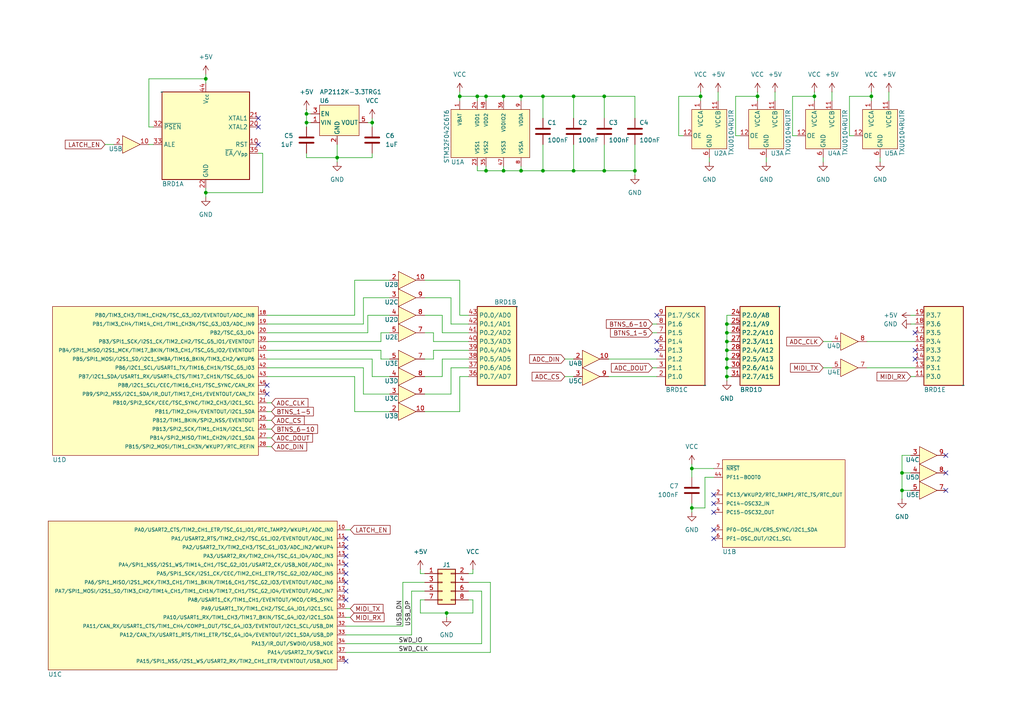
<source format=kicad_sch>
(kicad_sch
	(version 20250114)
	(generator "eeschema")
	(generator_version "9.0")
	(uuid "ffc851c1-466a-4b8e-b934-3710679c7d92")
	(paper "A4")
	
	(junction
		(at 210.82 99.06)
		(diameter 0)
		(color 0 0 0 0)
		(uuid "03518b0c-aa5c-42e1-b56d-9a94199f5c12")
	)
	(junction
		(at 59.69 55.88)
		(diameter 0)
		(color 0 0 0 0)
		(uuid "094be96b-61c9-4998-a16c-d31d3eaa10df")
	)
	(junction
		(at 200.66 147.32)
		(diameter 0)
		(color 0 0 0 0)
		(uuid "0e744d2e-af80-4f87-a0f4-a465e21d75b2")
	)
	(junction
		(at 107.95 35.56)
		(diameter 0)
		(color 0 0 0 0)
		(uuid "18bfa21a-2bcd-4b9c-837f-223608eab79f")
	)
	(junction
		(at 175.26 27.94)
		(diameter 0)
		(color 0 0 0 0)
		(uuid "2c6618f2-a828-4355-8f2e-f2dbc19a27bf")
	)
	(junction
		(at 157.48 49.53)
		(diameter 0)
		(color 0 0 0 0)
		(uuid "2c91a7d8-96d0-41fe-9a63-83d4d66089e9")
	)
	(junction
		(at 146.05 49.53)
		(diameter 0)
		(color 0 0 0 0)
		(uuid "31f7eb7b-42e1-48c5-812c-b53390374940")
	)
	(junction
		(at 210.82 109.22)
		(diameter 0)
		(color 0 0 0 0)
		(uuid "3a2ec9e3-5334-4161-a627-11299977e8ef")
	)
	(junction
		(at 203.2 27.94)
		(diameter 0)
		(color 0 0 0 0)
		(uuid "3f441e95-c7c0-496d-877c-af3fb9f26500")
	)
	(junction
		(at 219.71 27.94)
		(diameter 0)
		(color 0 0 0 0)
		(uuid "3f63639b-5e70-4bfc-8732-e653c044ebcc")
	)
	(junction
		(at 210.82 93.98)
		(diameter 0)
		(color 0 0 0 0)
		(uuid "4a4eab6c-a9e3-4f1d-9e39-cacd0035f754")
	)
	(junction
		(at 151.13 27.94)
		(diameter 0)
		(color 0 0 0 0)
		(uuid "4b948aa1-5b97-4e01-bb60-e53ecc545ad1")
	)
	(junction
		(at 140.97 27.94)
		(diameter 0)
		(color 0 0 0 0)
		(uuid "5aff4fb1-6625-42f5-809d-3e966bd9ed17")
	)
	(junction
		(at 166.37 27.94)
		(diameter 0)
		(color 0 0 0 0)
		(uuid "5b23b531-2c1d-482d-84a1-aca8ff51ce80")
	)
	(junction
		(at 184.15 49.53)
		(diameter 0)
		(color 0 0 0 0)
		(uuid "62fa1cc6-19d8-4040-93d8-20356cb34ceb")
	)
	(junction
		(at 175.26 49.53)
		(diameter 0)
		(color 0 0 0 0)
		(uuid "6c15ed29-2fe9-435e-9308-96c894325ffb")
	)
	(junction
		(at 210.82 104.14)
		(diameter 0)
		(color 0 0 0 0)
		(uuid "6ced4f36-b7ef-43db-87f8-cdf83049cd32")
	)
	(junction
		(at 88.9 33.02)
		(diameter 0)
		(color 0 0 0 0)
		(uuid "6d0e2ee3-1b93-48f3-a309-e57cb50faa65")
	)
	(junction
		(at 97.79 45.72)
		(diameter 0)
		(color 0 0 0 0)
		(uuid "71a18901-bcfd-4f51-a41b-0a178f6591b2")
	)
	(junction
		(at 210.82 96.52)
		(diameter 0)
		(color 0 0 0 0)
		(uuid "73477bbd-bafe-40f9-8e53-bb4e5f2f6559")
	)
	(junction
		(at 236.22 27.94)
		(diameter 0)
		(color 0 0 0 0)
		(uuid "7be28a05-ea62-4b2c-a85b-e71b6d8a17eb")
	)
	(junction
		(at 59.69 22.86)
		(diameter 0)
		(color 0 0 0 0)
		(uuid "7fb3b1de-32eb-4ce4-a177-0ec7ddc85be1")
	)
	(junction
		(at 88.9 35.56)
		(diameter 0)
		(color 0 0 0 0)
		(uuid "8756c47f-2189-4672-a97c-7505ff2a4734")
	)
	(junction
		(at 146.05 27.94)
		(diameter 0)
		(color 0 0 0 0)
		(uuid "90a90893-999b-485c-be89-e0dd05a134e4")
	)
	(junction
		(at 261.62 137.16)
		(diameter 0)
		(color 0 0 0 0)
		(uuid "924a6227-cf99-414d-95b3-b4075c1150f9")
	)
	(junction
		(at 157.48 27.94)
		(diameter 0)
		(color 0 0 0 0)
		(uuid "ab47c0d1-4706-497a-9e14-5e5df6e8dd8b")
	)
	(junction
		(at 166.37 49.53)
		(diameter 0)
		(color 0 0 0 0)
		(uuid "b090cc99-415e-4e06-94b2-f6b6c85f42c5")
	)
	(junction
		(at 261.62 142.24)
		(diameter 0)
		(color 0 0 0 0)
		(uuid "bac38ab3-06b8-4367-9299-47d2b5678b91")
	)
	(junction
		(at 140.97 49.53)
		(diameter 0)
		(color 0 0 0 0)
		(uuid "c1d76ce8-005d-4438-9a2d-d3956d26a5b3")
	)
	(junction
		(at 252.73 27.94)
		(diameter 0)
		(color 0 0 0 0)
		(uuid "c62a9041-0188-4758-87dd-c7e64f2b4af7")
	)
	(junction
		(at 129.54 177.8)
		(diameter 0)
		(color 0 0 0 0)
		(uuid "cf3eb255-c9fd-4418-8cce-914b3d8d1322")
	)
	(junction
		(at 133.35 27.94)
		(diameter 0)
		(color 0 0 0 0)
		(uuid "d21bf99b-9fe9-424e-b8a4-2cc28f1b55ee")
	)
	(junction
		(at 151.13 49.53)
		(diameter 0)
		(color 0 0 0 0)
		(uuid "d4593a8b-4c06-4844-9c88-1e1f0a3fba1e")
	)
	(junction
		(at 200.66 135.89)
		(diameter 0)
		(color 0 0 0 0)
		(uuid "d77fac16-29ec-45b8-973d-d04a30777fa1")
	)
	(junction
		(at 210.82 106.68)
		(diameter 0)
		(color 0 0 0 0)
		(uuid "dc57477c-50f6-4eb9-ac32-9ab0b4a5c994")
	)
	(junction
		(at 138.43 27.94)
		(diameter 0)
		(color 0 0 0 0)
		(uuid "e62cdd5a-0b8e-4ec4-a948-ba85b35ec334")
	)
	(junction
		(at 210.82 101.6)
		(diameter 0)
		(color 0 0 0 0)
		(uuid "fb4a2b6c-4167-4f6d-a579-ccbdad941759")
	)
	(no_connect
		(at 77.47 114.3)
		(uuid "05e1d649-8a34-472c-98ab-ed5257dddefa")
	)
	(no_connect
		(at 77.47 111.76)
		(uuid "065dee7c-644f-4828-ad25-04143e652586")
	)
	(no_connect
		(at 274.32 132.08)
		(uuid "0c34c682-d8fe-41da-b80e-921e3645fd15")
	)
	(no_connect
		(at 100.33 163.83)
		(uuid "0e69e47d-8b54-4469-b69d-8ee039d5176b")
	)
	(no_connect
		(at 100.33 171.45)
		(uuid "0fc1e6f6-eacc-4608-b1a0-68dcdb949107")
	)
	(no_connect
		(at 100.33 156.21)
		(uuid "10e41b09-8b1a-4d0b-a2f1-23f1deacf615")
	)
	(no_connect
		(at 207.01 156.21)
		(uuid "1f31fa99-67f9-4d66-bf56-566396161f46")
	)
	(no_connect
		(at 274.32 137.16)
		(uuid "363e3c70-6146-4968-8f20-496172303e26")
	)
	(no_connect
		(at 190.5 101.6)
		(uuid "372b804f-bdb4-4eab-ba8d-069401359058")
	)
	(no_connect
		(at 100.33 166.37)
		(uuid "41fe856d-9368-40d2-8420-341a170dda95")
	)
	(no_connect
		(at 207.01 153.67)
		(uuid "4db7ab89-551e-4296-a4e2-1181b8583151")
	)
	(no_connect
		(at 190.5 91.44)
		(uuid "53bc3b5f-9b94-4772-898d-3f3b3d34d2b1")
	)
	(no_connect
		(at 265.43 104.14)
		(uuid "6266d447-c9f4-45c2-8d35-77c5e5944833")
	)
	(no_connect
		(at 74.93 34.29)
		(uuid "773152dd-d259-44ef-8a08-181f035440a0")
	)
	(no_connect
		(at 207.01 146.05)
		(uuid "7e2c01e7-fc29-4d53-aca3-b30c8259996a")
	)
	(no_connect
		(at 100.33 161.29)
		(uuid "8b826cd0-7387-480c-b86b-4d5e124f1ecc")
	)
	(no_connect
		(at 190.5 99.06)
		(uuid "8eace23d-7876-413c-8236-23e09b57bd72")
	)
	(no_connect
		(at 100.33 173.99)
		(uuid "8fc35468-0a7a-46c1-af2d-073ce29776bb")
	)
	(no_connect
		(at 265.43 101.6)
		(uuid "95c5a779-97d4-4864-b0dd-2785390bce02")
	)
	(no_connect
		(at 207.01 148.59)
		(uuid "99d573b0-a7fc-489d-b141-730af57d0f2f")
	)
	(no_connect
		(at 100.33 168.91)
		(uuid "afe868af-f3e5-44e1-9865-3421ea3bae41")
	)
	(no_connect
		(at 274.32 142.24)
		(uuid "b1011600-58b7-4c4c-afab-800a8ac5f15b")
	)
	(no_connect
		(at 100.33 158.75)
		(uuid "bc9a139d-136e-4404-9b35-4ec4fb3e6922")
	)
	(no_connect
		(at 207.01 143.51)
		(uuid "d609b0c7-c76c-4129-a0c5-804999f4030b")
	)
	(no_connect
		(at 265.43 96.52)
		(uuid "dd000131-2c79-4098-87ab-ed37837fcee9")
	)
	(no_connect
		(at 74.93 36.83)
		(uuid "e20ecc3a-120b-48eb-85ea-9659d43c6ac6")
	)
	(no_connect
		(at 74.93 41.91)
		(uuid "e8ff06e9-7c30-4ada-b0f1-698cf06d193a")
	)
	(no_connect
		(at 100.33 191.77)
		(uuid "f581c0dc-f2d2-4858-b79b-1a05951da94c")
	)
	(wire
		(pts
			(xy 210.82 109.22) (xy 210.82 106.68)
		)
		(stroke
			(width 0)
			(type default)
		)
		(uuid "008b3a4e-a491-4787-a937-2188cd08a33a")
	)
	(wire
		(pts
			(xy 261.62 142.24) (xy 264.16 142.24)
		)
		(stroke
			(width 0)
			(type default)
		)
		(uuid "0219e52c-3952-415a-9fa1-095c58d14d2e")
	)
	(wire
		(pts
			(xy 106.68 91.44) (xy 113.03 91.44)
		)
		(stroke
			(width 0)
			(type default)
		)
		(uuid "054dc0b3-5930-46c9-90a7-f1a562c5a5e4")
	)
	(wire
		(pts
			(xy 200.66 147.32) (xy 200.66 148.59)
		)
		(stroke
			(width 0)
			(type default)
		)
		(uuid "05b7e860-4ec5-4590-9bbd-6c55de237a4c")
	)
	(wire
		(pts
			(xy 138.43 27.94) (xy 140.97 27.94)
		)
		(stroke
			(width 0)
			(type default)
		)
		(uuid "09c7476f-3662-4230-b07e-9cffaf234b23")
	)
	(wire
		(pts
			(xy 255.27 46.99) (xy 255.27 45.72)
		)
		(stroke
			(width 0)
			(type default)
		)
		(uuid "0b0750cf-9a2a-4b0b-ad00-ab3518aa2e65")
	)
	(wire
		(pts
			(xy 133.35 119.38) (xy 123.19 119.38)
		)
		(stroke
			(width 0)
			(type default)
		)
		(uuid "0bcbf929-8d11-41fa-97e8-ff92c0d414b6")
	)
	(wire
		(pts
			(xy 175.26 27.94) (xy 184.15 27.94)
		)
		(stroke
			(width 0)
			(type default)
		)
		(uuid "0c29527c-fbbf-490d-a66b-c00a720d68e7")
	)
	(wire
		(pts
			(xy 166.37 41.91) (xy 166.37 49.53)
		)
		(stroke
			(width 0)
			(type default)
		)
		(uuid "0d4f37fa-09c6-4208-a68f-467afe86b6cb")
	)
	(wire
		(pts
			(xy 212.09 99.06) (xy 210.82 99.06)
		)
		(stroke
			(width 0)
			(type default)
		)
		(uuid "0e692373-a88d-4c02-b6cc-e3f71c5e8fb4")
	)
	(wire
		(pts
			(xy 133.35 27.94) (xy 133.35 29.21)
		)
		(stroke
			(width 0)
			(type default)
		)
		(uuid "1022a2c1-5baa-4359-aaf7-1037d024ab67")
	)
	(wire
		(pts
			(xy 121.92 173.99) (xy 121.92 177.8)
		)
		(stroke
			(width 0)
			(type default)
		)
		(uuid "10e7f9bb-15d8-49a6-8c65-45c10179dfae")
	)
	(wire
		(pts
			(xy 77.47 124.46) (xy 78.74 124.46)
		)
		(stroke
			(width 0)
			(type default)
		)
		(uuid "1141f487-2681-471f-aaae-d51e560889d2")
	)
	(wire
		(pts
			(xy 184.15 27.94) (xy 184.15 34.29)
		)
		(stroke
			(width 0)
			(type default)
		)
		(uuid "126ef06a-c582-4cd8-8f8d-8494e0f7fd43")
	)
	(wire
		(pts
			(xy 88.9 35.56) (xy 88.9 36.83)
		)
		(stroke
			(width 0)
			(type default)
		)
		(uuid "14b8b1f0-9417-4764-a161-acc1f2b46d66")
	)
	(wire
		(pts
			(xy 44.45 36.83) (xy 43.18 36.83)
		)
		(stroke
			(width 0)
			(type default)
		)
		(uuid "183eb370-0505-43f0-af88-ddac20edcdd1")
	)
	(wire
		(pts
			(xy 184.15 41.91) (xy 184.15 49.53)
		)
		(stroke
			(width 0)
			(type default)
		)
		(uuid "1e96a7d6-364c-4332-a6d1-a92e6539e222")
	)
	(wire
		(pts
			(xy 78.74 129.54) (xy 77.47 129.54)
		)
		(stroke
			(width 0)
			(type default)
		)
		(uuid "1f918351-2b52-4d86-bc1e-3cca56bb8a36")
	)
	(wire
		(pts
			(xy 123.19 166.37) (xy 121.92 166.37)
		)
		(stroke
			(width 0)
			(type default)
		)
		(uuid "2060387d-e834-4171-a795-6f2513df23d9")
	)
	(wire
		(pts
			(xy 133.35 26.67) (xy 133.35 27.94)
		)
		(stroke
			(width 0)
			(type default)
		)
		(uuid "214bdba9-1f32-4ae8-81e1-131ef40a3122")
	)
	(wire
		(pts
			(xy 133.35 109.22) (xy 133.35 119.38)
		)
		(stroke
			(width 0)
			(type default)
		)
		(uuid "23238e5e-a195-43fa-8d0b-bb02b92b0eb2")
	)
	(wire
		(pts
			(xy 123.19 171.45) (xy 119.38 171.45)
		)
		(stroke
			(width 0)
			(type default)
		)
		(uuid "23e67fbc-b4cd-4d56-9250-f336e04e9125")
	)
	(wire
		(pts
			(xy 59.69 55.88) (xy 59.69 54.61)
		)
		(stroke
			(width 0)
			(type default)
		)
		(uuid "25db06c3-0d7a-4736-a364-7350beb81181")
	)
	(wire
		(pts
			(xy 123.19 96.52) (xy 125.73 96.52)
		)
		(stroke
			(width 0)
			(type default)
		)
		(uuid "25fd786d-f9a0-4c34-803c-d9d22899becc")
	)
	(wire
		(pts
			(xy 210.82 110.49) (xy 210.82 109.22)
		)
		(stroke
			(width 0)
			(type default)
		)
		(uuid "26094fd3-11cf-4937-9ed1-9244465d0d47")
	)
	(wire
		(pts
			(xy 212.09 104.14) (xy 210.82 104.14)
		)
		(stroke
			(width 0)
			(type default)
		)
		(uuid "264ebd18-e6ef-4080-a2b7-d4389b1033ec")
	)
	(wire
		(pts
			(xy 212.09 96.52) (xy 210.82 96.52)
		)
		(stroke
			(width 0)
			(type default)
		)
		(uuid "27fea44b-da1e-4df1-a2bc-c7ba46a6d089")
	)
	(wire
		(pts
			(xy 107.95 104.14) (xy 107.95 109.22)
		)
		(stroke
			(width 0)
			(type default)
		)
		(uuid "29d85b79-3b76-4d23-8891-947b3b2f0613")
	)
	(wire
		(pts
			(xy 116.84 168.91) (xy 116.84 181.61)
		)
		(stroke
			(width 0)
			(type default)
		)
		(uuid "2ae46593-1b7f-4211-8015-8517a63b5f55")
	)
	(wire
		(pts
			(xy 241.3 26.67) (xy 241.3 29.21)
		)
		(stroke
			(width 0)
			(type default)
		)
		(uuid "2c557170-16cd-4d80-8304-f816843c62de")
	)
	(wire
		(pts
			(xy 123.19 168.91) (xy 116.84 168.91)
		)
		(stroke
			(width 0)
			(type default)
		)
		(uuid "2ca4fec4-8d61-4a32-a390-eede38c33637")
	)
	(wire
		(pts
			(xy 166.37 49.53) (xy 175.26 49.53)
		)
		(stroke
			(width 0)
			(type default)
		)
		(uuid "2eee494e-f166-4060-b1c2-18d4cff6bf02")
	)
	(wire
		(pts
			(xy 139.7 171.45) (xy 135.89 171.45)
		)
		(stroke
			(width 0)
			(type default)
		)
		(uuid "2fb142d8-b951-4827-bae0-fc53e041182b")
	)
	(wire
		(pts
			(xy 77.47 121.92) (xy 78.74 121.92)
		)
		(stroke
			(width 0)
			(type default)
		)
		(uuid "309a0bd8-9260-4375-b86e-f3936a9713cf")
	)
	(wire
		(pts
			(xy 130.81 86.36) (xy 130.81 93.98)
		)
		(stroke
			(width 0)
			(type default)
		)
		(uuid "30a6929f-db66-41d2-8302-e11da3f6dae7")
	)
	(wire
		(pts
			(xy 77.47 116.84) (xy 78.74 116.84)
		)
		(stroke
			(width 0)
			(type default)
		)
		(uuid "30fdef6f-c141-4bae-9b5b-280e443d7d93")
	)
	(wire
		(pts
			(xy 203.2 26.67) (xy 203.2 27.94)
		)
		(stroke
			(width 0)
			(type default)
		)
		(uuid "31450c97-d72f-458d-bfb0-9f727272ca8c")
	)
	(wire
		(pts
			(xy 125.73 96.52) (xy 125.73 99.06)
		)
		(stroke
			(width 0)
			(type default)
		)
		(uuid "329fe916-bb46-431e-846f-4d31cbd9c9a1")
	)
	(wire
		(pts
			(xy 142.24 189.23) (xy 142.24 168.91)
		)
		(stroke
			(width 0)
			(type default)
		)
		(uuid "33adcc49-512b-48ea-889c-2669ba38f088")
	)
	(wire
		(pts
			(xy 113.03 109.22) (xy 107.95 109.22)
		)
		(stroke
			(width 0)
			(type default)
		)
		(uuid "35aa69b9-36d8-41de-a3b7-12c4adc0d03f")
	)
	(wire
		(pts
			(xy 238.76 99.06) (xy 241.3 99.06)
		)
		(stroke
			(width 0)
			(type default)
		)
		(uuid "362a7025-7784-49b3-bb80-4b2819773647")
	)
	(wire
		(pts
			(xy 77.47 109.22) (xy 102.87 109.22)
		)
		(stroke
			(width 0)
			(type default)
		)
		(uuid "36997fdb-ec60-4d76-adc2-996f9f09d948")
	)
	(wire
		(pts
			(xy 229.87 39.37) (xy 231.14 39.37)
		)
		(stroke
			(width 0)
			(type default)
		)
		(uuid "36c68729-7f22-4cc6-a9fb-d558b7967c2d")
	)
	(wire
		(pts
			(xy 110.49 96.52) (xy 110.49 99.06)
		)
		(stroke
			(width 0)
			(type default)
		)
		(uuid "37c7f159-8c24-45cb-8c47-213cfa01efc6")
	)
	(wire
		(pts
			(xy 151.13 27.94) (xy 157.48 27.94)
		)
		(stroke
			(width 0)
			(type default)
		)
		(uuid "3c728846-0669-436a-8b9d-dae419d25228")
	)
	(wire
		(pts
			(xy 130.81 106.68) (xy 130.81 114.3)
		)
		(stroke
			(width 0)
			(type default)
		)
		(uuid "3d23a305-e3b5-4a3e-a9db-99bbe0302cb2")
	)
	(wire
		(pts
			(xy 97.79 45.72) (xy 97.79 46.99)
		)
		(stroke
			(width 0)
			(type default)
		)
		(uuid "3e898438-3855-4905-b3d0-6d070598eac9")
	)
	(wire
		(pts
			(xy 128.27 104.14) (xy 135.89 104.14)
		)
		(stroke
			(width 0)
			(type default)
		)
		(uuid "412fb7fa-98dc-4723-9ec1-9b13218228db")
	)
	(wire
		(pts
			(xy 261.62 132.08) (xy 261.62 137.16)
		)
		(stroke
			(width 0)
			(type default)
		)
		(uuid "41c60cb9-4dfb-4e30-82cf-8c833978e7a8")
	)
	(wire
		(pts
			(xy 105.41 86.36) (xy 105.41 93.98)
		)
		(stroke
			(width 0)
			(type default)
		)
		(uuid "4232212d-c2c5-4b63-98df-aa0f02384b5b")
	)
	(wire
		(pts
			(xy 203.2 27.94) (xy 196.85 27.94)
		)
		(stroke
			(width 0)
			(type default)
		)
		(uuid "42359401-3b1f-44a8-96fd-b0ff3838aef2")
	)
	(wire
		(pts
			(xy 166.37 27.94) (xy 166.37 34.29)
		)
		(stroke
			(width 0)
			(type default)
		)
		(uuid "42cd4240-1d47-4d4b-a9a7-02bdb24bebac")
	)
	(wire
		(pts
			(xy 129.54 177.8) (xy 129.54 179.07)
		)
		(stroke
			(width 0)
			(type default)
		)
		(uuid "43b04fe0-aa66-4100-a979-ac9050ff7b75")
	)
	(wire
		(pts
			(xy 200.66 146.05) (xy 200.66 147.32)
		)
		(stroke
			(width 0)
			(type default)
		)
		(uuid "442fd100-6707-4edb-a116-e8be5676d7cd")
	)
	(wire
		(pts
			(xy 189.23 93.98) (xy 190.5 93.98)
		)
		(stroke
			(width 0)
			(type default)
		)
		(uuid "4473df6d-0bbf-4214-b6c3-a361ebf0dec7")
	)
	(wire
		(pts
			(xy 100.33 153.67) (xy 101.6 153.67)
		)
		(stroke
			(width 0)
			(type default)
		)
		(uuid "4566f6d4-6403-4ac6-bfb5-dd2e03bcc850")
	)
	(wire
		(pts
			(xy 210.82 99.06) (xy 210.82 96.52)
		)
		(stroke
			(width 0)
			(type default)
		)
		(uuid "4596bcc9-3413-4373-8c62-eaac860a7074")
	)
	(wire
		(pts
			(xy 113.03 86.36) (xy 105.41 86.36)
		)
		(stroke
			(width 0)
			(type default)
		)
		(uuid "45e9e9c4-ad57-4830-a023-ab13aadfec28")
	)
	(wire
		(pts
			(xy 207.01 138.43) (xy 204.47 138.43)
		)
		(stroke
			(width 0)
			(type default)
		)
		(uuid "47ab0827-d5bf-45f0-b222-d3ce58c31aa2")
	)
	(wire
		(pts
			(xy 128.27 104.14) (xy 128.27 109.22)
		)
		(stroke
			(width 0)
			(type default)
		)
		(uuid "48ac1032-cd6b-4d13-9d67-a7b59fdbf155")
	)
	(wire
		(pts
			(xy 100.33 176.53) (xy 101.6 176.53)
		)
		(stroke
			(width 0)
			(type default)
		)
		(uuid "4a424c33-45a3-4c52-8e6e-6a6dd8ba9f1c")
	)
	(wire
		(pts
			(xy 130.81 106.68) (xy 135.89 106.68)
		)
		(stroke
			(width 0)
			(type default)
		)
		(uuid "4d61caa7-d125-4d23-b879-e0383ba05dff")
	)
	(wire
		(pts
			(xy 140.97 27.94) (xy 140.97 29.21)
		)
		(stroke
			(width 0)
			(type default)
		)
		(uuid "4eddf730-1900-44e7-a91b-35ebe6d9d4a9")
	)
	(wire
		(pts
			(xy 157.48 41.91) (xy 157.48 49.53)
		)
		(stroke
			(width 0)
			(type default)
		)
		(uuid "50a90dfc-b9c8-42ea-9c85-6d987c9f6446")
	)
	(wire
		(pts
			(xy 204.47 138.43) (xy 204.47 147.32)
		)
		(stroke
			(width 0)
			(type default)
		)
		(uuid "50c6c14e-d3f8-4dab-9ca5-c73587cdb6d5")
	)
	(wire
		(pts
			(xy 125.73 104.14) (xy 123.19 104.14)
		)
		(stroke
			(width 0)
			(type default)
		)
		(uuid "52b80ce7-1bb4-4528-8ae5-4f01d3812e1b")
	)
	(wire
		(pts
			(xy 102.87 119.38) (xy 113.03 119.38)
		)
		(stroke
			(width 0)
			(type default)
		)
		(uuid "5414b2d5-b734-4738-a0af-eec7caf9d27a")
	)
	(wire
		(pts
			(xy 140.97 27.94) (xy 146.05 27.94)
		)
		(stroke
			(width 0)
			(type default)
		)
		(uuid "55a0f99e-2072-4c9e-ba32-331e110166b6")
	)
	(wire
		(pts
			(xy 261.62 144.78) (xy 261.62 142.24)
		)
		(stroke
			(width 0)
			(type default)
		)
		(uuid "55e1cc3c-9fa2-4bed-b066-24974417c203")
	)
	(wire
		(pts
			(xy 106.68 35.56) (xy 107.95 35.56)
		)
		(stroke
			(width 0)
			(type default)
		)
		(uuid "56ad5bda-4de2-4055-af42-13827e95c3d1")
	)
	(wire
		(pts
			(xy 128.27 96.52) (xy 135.89 96.52)
		)
		(stroke
			(width 0)
			(type default)
		)
		(uuid "58587f5f-4876-47ff-a591-80a6272de03b")
	)
	(wire
		(pts
			(xy 123.19 81.28) (xy 133.35 81.28)
		)
		(stroke
			(width 0)
			(type default)
		)
		(uuid "59112f8c-aeaa-4d88-91fd-bd5421b8d0e4")
	)
	(wire
		(pts
			(xy 119.38 171.45) (xy 119.38 184.15)
		)
		(stroke
			(width 0)
			(type default)
		)
		(uuid "5945d02b-55af-4db3-bf94-313bf682575a")
	)
	(wire
		(pts
			(xy 107.95 35.56) (xy 107.95 36.83)
		)
		(stroke
			(width 0)
			(type default)
		)
		(uuid "59acf053-2df0-4d85-a65f-9c254d46f117")
	)
	(wire
		(pts
			(xy 210.82 93.98) (xy 210.82 91.44)
		)
		(stroke
			(width 0)
			(type default)
		)
		(uuid "5a79d787-bbba-4287-92d1-3b33b4c54018")
	)
	(wire
		(pts
			(xy 151.13 49.53) (xy 157.48 49.53)
		)
		(stroke
			(width 0)
			(type default)
		)
		(uuid "5a9b2f17-a0d2-419c-b07e-4b9cf4864a6d")
	)
	(wire
		(pts
			(xy 146.05 27.94) (xy 146.05 29.21)
		)
		(stroke
			(width 0)
			(type default)
		)
		(uuid "5b66b3cd-8045-44e4-ba20-7ecc3515559c")
	)
	(wire
		(pts
			(xy 97.79 45.72) (xy 107.95 45.72)
		)
		(stroke
			(width 0)
			(type default)
		)
		(uuid "5c60db30-1a86-40a8-ad75-4c86a4091590")
	)
	(wire
		(pts
			(xy 219.71 27.94) (xy 219.71 29.21)
		)
		(stroke
			(width 0)
			(type default)
		)
		(uuid "5d11024f-ad7c-4cc8-8214-2e20038777a4")
	)
	(wire
		(pts
			(xy 107.95 34.29) (xy 107.95 35.56)
		)
		(stroke
			(width 0)
			(type default)
		)
		(uuid "5d50c27f-8dff-4189-a55a-adff9f22280c")
	)
	(wire
		(pts
			(xy 236.22 26.67) (xy 236.22 27.94)
		)
		(stroke
			(width 0)
			(type default)
		)
		(uuid "5e194f02-fb26-4fc1-94ec-d8e797de4fa1")
	)
	(wire
		(pts
			(xy 200.66 135.89) (xy 200.66 138.43)
		)
		(stroke
			(width 0)
			(type default)
		)
		(uuid "5ebd5703-e81a-4a4e-a971-404968537e9b")
	)
	(wire
		(pts
			(xy 151.13 48.26) (xy 151.13 49.53)
		)
		(stroke
			(width 0)
			(type default)
		)
		(uuid "5f5b5740-2e5d-48ee-9419-024d3198f50f")
	)
	(wire
		(pts
			(xy 264.16 132.08) (xy 261.62 132.08)
		)
		(stroke
			(width 0)
			(type default)
		)
		(uuid "5f929187-b165-49cc-9d8a-1ce074939851")
	)
	(wire
		(pts
			(xy 166.37 27.94) (xy 175.26 27.94)
		)
		(stroke
			(width 0)
			(type default)
		)
		(uuid "6012c740-75fe-4e39-9dec-b72bdcb56f77")
	)
	(wire
		(pts
			(xy 175.26 27.94) (xy 175.26 34.29)
		)
		(stroke
			(width 0)
			(type default)
		)
		(uuid "60e73dce-b0d1-4e82-a873-29186550098e")
	)
	(wire
		(pts
			(xy 88.9 45.72) (xy 97.79 45.72)
		)
		(stroke
			(width 0)
			(type default)
		)
		(uuid "6208c2c3-8d14-433f-b054-b7ee99548a5e")
	)
	(wire
		(pts
			(xy 77.47 119.38) (xy 78.74 119.38)
		)
		(stroke
			(width 0)
			(type default)
		)
		(uuid "6274313a-7120-4f64-aa81-0e44aad0e99c")
	)
	(wire
		(pts
			(xy 43.18 41.91) (xy 44.45 41.91)
		)
		(stroke
			(width 0)
			(type default)
		)
		(uuid "63787bd5-c0a5-42b2-bce5-4c7a067525e4")
	)
	(wire
		(pts
			(xy 196.85 39.37) (xy 198.12 39.37)
		)
		(stroke
			(width 0)
			(type default)
		)
		(uuid "63b26cf5-dab3-42c7-9ff1-a222bc1a6dcd")
	)
	(wire
		(pts
			(xy 30.48 41.91) (xy 33.02 41.91)
		)
		(stroke
			(width 0)
			(type default)
		)
		(uuid "64f7fcce-a480-4aff-a4ca-7ac255f6054b")
	)
	(wire
		(pts
			(xy 123.19 86.36) (xy 130.81 86.36)
		)
		(stroke
			(width 0)
			(type default)
		)
		(uuid "65d923c8-90d8-4c7e-8b31-71d63c7b695e")
	)
	(wire
		(pts
			(xy 175.26 49.53) (xy 184.15 49.53)
		)
		(stroke
			(width 0)
			(type default)
		)
		(uuid "67634801-9a59-4401-9fb6-304adce71e8d")
	)
	(wire
		(pts
			(xy 97.79 41.91) (xy 97.79 45.72)
		)
		(stroke
			(width 0)
			(type default)
		)
		(uuid "67c39705-e4d8-4e37-9ecd-45b534bfeb1b")
	)
	(wire
		(pts
			(xy 264.16 91.44) (xy 265.43 91.44)
		)
		(stroke
			(width 0)
			(type default)
		)
		(uuid "684e1633-b2e2-40a3-95a9-fb59fbdea7cb")
	)
	(wire
		(pts
			(xy 110.49 104.14) (xy 110.49 101.6)
		)
		(stroke
			(width 0)
			(type default)
		)
		(uuid "685420fd-a899-493f-99ca-acceb45aa219")
	)
	(wire
		(pts
			(xy 88.9 33.02) (xy 88.9 35.56)
		)
		(stroke
			(width 0)
			(type default)
		)
		(uuid "69c5e026-dcac-4540-ba19-7a822ed22144")
	)
	(wire
		(pts
			(xy 121.92 165.1) (xy 121.92 166.37)
		)
		(stroke
			(width 0)
			(type default)
		)
		(uuid "6bd58b66-6295-4a89-bb46-eada092508f1")
	)
	(wire
		(pts
			(xy 137.16 165.1) (xy 137.16 166.37)
		)
		(stroke
			(width 0)
			(type default)
		)
		(uuid "6d0a197d-85e2-410c-b359-75e1f0d79bd9")
	)
	(wire
		(pts
			(xy 130.81 93.98) (xy 135.89 93.98)
		)
		(stroke
			(width 0)
			(type default)
		)
		(uuid "6faeb86f-365c-4413-a2af-632e5cc94bea")
	)
	(wire
		(pts
			(xy 140.97 48.26) (xy 140.97 49.53)
		)
		(stroke
			(width 0)
			(type default)
		)
		(uuid "6fc20262-5a01-4a88-8324-c5bd4c168b71")
	)
	(wire
		(pts
			(xy 208.28 26.67) (xy 208.28 29.21)
		)
		(stroke
			(width 0)
			(type default)
		)
		(uuid "70bd92ea-3ae6-46ee-9e76-bf53152bf87e")
	)
	(wire
		(pts
			(xy 59.69 21.59) (xy 59.69 22.86)
		)
		(stroke
			(width 0)
			(type default)
		)
		(uuid "7154dc79-4c56-4813-907e-34ca3d0a38ec")
	)
	(wire
		(pts
			(xy 123.19 173.99) (xy 121.92 173.99)
		)
		(stroke
			(width 0)
			(type default)
		)
		(uuid "71f42482-2d0d-40ae-bb82-2a70027bd92e")
	)
	(wire
		(pts
			(xy 119.38 184.15) (xy 100.33 184.15)
		)
		(stroke
			(width 0)
			(type default)
		)
		(uuid "73d8fffe-76e1-471b-b4ff-5236f048eeee")
	)
	(wire
		(pts
			(xy 125.73 101.6) (xy 125.73 104.14)
		)
		(stroke
			(width 0)
			(type default)
		)
		(uuid "73fe48af-e466-4adc-b6e4-0f1a961a22db")
	)
	(wire
		(pts
			(xy 151.13 27.94) (xy 151.13 29.21)
		)
		(stroke
			(width 0)
			(type default)
		)
		(uuid "74047e62-75b9-45bc-a94e-6e8be08a639a")
	)
	(wire
		(pts
			(xy 102.87 91.44) (xy 102.87 81.28)
		)
		(stroke
			(width 0)
			(type default)
		)
		(uuid "741095ba-1848-4bb7-b1f6-4323153c7884")
	)
	(wire
		(pts
			(xy 113.03 96.52) (xy 110.49 96.52)
		)
		(stroke
			(width 0)
			(type default)
		)
		(uuid "788af3ad-3cd1-4bbc-9aa5-34b9b7f4df24")
	)
	(wire
		(pts
			(xy 212.09 101.6) (xy 210.82 101.6)
		)
		(stroke
			(width 0)
			(type default)
		)
		(uuid "79f5069f-178e-4f87-a7c0-97c03f0d985f")
	)
	(wire
		(pts
			(xy 77.47 127) (xy 78.74 127)
		)
		(stroke
			(width 0)
			(type default)
		)
		(uuid "7a7e4e4c-c646-4b0f-9153-2b551fc8b434")
	)
	(wire
		(pts
			(xy 100.33 186.69) (xy 139.7 186.69)
		)
		(stroke
			(width 0)
			(type default)
		)
		(uuid "7ee80563-6f3a-4e79-aca5-752f6fefc544")
	)
	(wire
		(pts
			(xy 100.33 179.07) (xy 101.6 179.07)
		)
		(stroke
			(width 0)
			(type default)
		)
		(uuid "7f811253-eb15-4ff7-9047-fcb1609a746f")
	)
	(wire
		(pts
			(xy 251.46 106.68) (xy 265.43 106.68)
		)
		(stroke
			(width 0)
			(type default)
		)
		(uuid "8271e8bc-401a-4d4a-b433-918be8b5288b")
	)
	(wire
		(pts
			(xy 133.35 109.22) (xy 135.89 109.22)
		)
		(stroke
			(width 0)
			(type default)
		)
		(uuid "84848c0e-11d5-4f3e-9a5d-bdb2e38f817f")
	)
	(wire
		(pts
			(xy 224.79 26.67) (xy 224.79 29.21)
		)
		(stroke
			(width 0)
			(type default)
		)
		(uuid "86fa8282-3556-4877-aaa6-9713d3eca98f")
	)
	(wire
		(pts
			(xy 106.68 96.52) (xy 77.47 96.52)
		)
		(stroke
			(width 0)
			(type default)
		)
		(uuid "875f2e00-c204-4d49-8037-07f147ee9554")
	)
	(wire
		(pts
			(xy 74.93 44.45) (xy 76.2 44.45)
		)
		(stroke
			(width 0)
			(type default)
		)
		(uuid "87e5950e-11e9-4cf4-8cd8-89f72ea51771")
	)
	(wire
		(pts
			(xy 88.9 35.56) (xy 90.17 35.56)
		)
		(stroke
			(width 0)
			(type default)
		)
		(uuid "890a397e-0c12-41b4-ba44-fba4ae001540")
	)
	(wire
		(pts
			(xy 137.16 173.99) (xy 135.89 173.99)
		)
		(stroke
			(width 0)
			(type default)
		)
		(uuid "89b0ae7d-8bb5-440e-b884-807b52e236f5")
	)
	(wire
		(pts
			(xy 261.62 142.24) (xy 261.62 137.16)
		)
		(stroke
			(width 0)
			(type default)
		)
		(uuid "8a6cf04b-21d7-4362-b180-ef429b410ea6")
	)
	(wire
		(pts
			(xy 238.76 46.99) (xy 238.76 45.72)
		)
		(stroke
			(width 0)
			(type default)
		)
		(uuid "8a7016af-6e3e-4441-9f6f-22ce39fef781")
	)
	(wire
		(pts
			(xy 142.24 168.91) (xy 135.89 168.91)
		)
		(stroke
			(width 0)
			(type default)
		)
		(uuid "8a81bb94-8ade-4e3b-a17b-73645e1d3871")
	)
	(wire
		(pts
			(xy 146.05 27.94) (xy 151.13 27.94)
		)
		(stroke
			(width 0)
			(type default)
		)
		(uuid "8aeac570-55ca-4106-927b-afadf44902b9")
	)
	(wire
		(pts
			(xy 222.25 46.99) (xy 222.25 45.72)
		)
		(stroke
			(width 0)
			(type default)
		)
		(uuid "8b4fec94-c534-49af-a3b5-7460c0af5bbd")
	)
	(wire
		(pts
			(xy 157.48 27.94) (xy 166.37 27.94)
		)
		(stroke
			(width 0)
			(type default)
		)
		(uuid "8ebf3fb8-c38b-46da-bea6-b640d8142ee1")
	)
	(wire
		(pts
			(xy 157.48 27.94) (xy 157.48 34.29)
		)
		(stroke
			(width 0)
			(type default)
		)
		(uuid "8f2964a1-f329-4aef-b759-aab6c7080e7b")
	)
	(wire
		(pts
			(xy 229.87 27.94) (xy 229.87 39.37)
		)
		(stroke
			(width 0)
			(type default)
		)
		(uuid "8f7d4b8b-2125-4800-b94f-86c03dba1dc1")
	)
	(wire
		(pts
			(xy 213.36 39.37) (xy 214.63 39.37)
		)
		(stroke
			(width 0)
			(type default)
		)
		(uuid "92db5472-8979-476f-9003-6766ddd4b7fa")
	)
	(wire
		(pts
			(xy 138.43 27.94) (xy 138.43 29.21)
		)
		(stroke
			(width 0)
			(type default)
		)
		(uuid "93adff5c-2f43-4b66-9435-0c4d8008a0af")
	)
	(wire
		(pts
			(xy 121.92 177.8) (xy 129.54 177.8)
		)
		(stroke
			(width 0)
			(type default)
		)
		(uuid "95152a3a-c207-4b4d-a6b8-9f6198fb1169")
	)
	(wire
		(pts
			(xy 219.71 27.94) (xy 213.36 27.94)
		)
		(stroke
			(width 0)
			(type default)
		)
		(uuid "95fe910f-87c1-4d27-b26a-172d4883ac4b")
	)
	(wire
		(pts
			(xy 210.82 91.44) (xy 212.09 91.44)
		)
		(stroke
			(width 0)
			(type default)
		)
		(uuid "96d71bc6-5a3b-4473-b016-641db58f0a5c")
	)
	(wire
		(pts
			(xy 175.26 41.91) (xy 175.26 49.53)
		)
		(stroke
			(width 0)
			(type default)
		)
		(uuid "9725bedc-51e6-4d0b-9308-ca76f013efd5")
	)
	(wire
		(pts
			(xy 107.95 44.45) (xy 107.95 45.72)
		)
		(stroke
			(width 0)
			(type default)
		)
		(uuid "9f2c1b6e-c238-427b-ba49-2dc2ce0256c5")
	)
	(wire
		(pts
			(xy 146.05 49.53) (xy 151.13 49.53)
		)
		(stroke
			(width 0)
			(type default)
		)
		(uuid "9f55991e-4ba9-4cd5-8aaa-dfd42a76f27d")
	)
	(wire
		(pts
			(xy 264.16 93.98) (xy 265.43 93.98)
		)
		(stroke
			(width 0)
			(type default)
		)
		(uuid "9fc7c224-2260-4a67-9e3c-0a8220e25b9d")
	)
	(wire
		(pts
			(xy 213.36 27.94) (xy 213.36 39.37)
		)
		(stroke
			(width 0)
			(type default)
		)
		(uuid "a046ac06-e594-4aea-ae22-829e56adae06")
	)
	(wire
		(pts
			(xy 125.73 101.6) (xy 135.89 101.6)
		)
		(stroke
			(width 0)
			(type default)
		)
		(uuid "a0b2d494-0e07-4604-b219-6ce0b763451a")
	)
	(wire
		(pts
			(xy 252.73 27.94) (xy 252.73 29.21)
		)
		(stroke
			(width 0)
			(type default)
		)
		(uuid "a10b4167-38c2-463f-9bb9-e8c26a1a9c47")
	)
	(wire
		(pts
			(xy 129.54 177.8) (xy 137.16 177.8)
		)
		(stroke
			(width 0)
			(type default)
		)
		(uuid "a112d147-d58c-4273-9f96-42378f39ab43")
	)
	(wire
		(pts
			(xy 137.16 177.8) (xy 137.16 173.99)
		)
		(stroke
			(width 0)
			(type default)
		)
		(uuid "a16254b2-09e1-402d-bd77-17eb4aca74a3")
	)
	(wire
		(pts
			(xy 189.23 106.68) (xy 190.5 106.68)
		)
		(stroke
			(width 0)
			(type default)
		)
		(uuid "a3011301-61a1-4799-b554-ec6c7d934fd6")
	)
	(wire
		(pts
			(xy 212.09 106.68) (xy 210.82 106.68)
		)
		(stroke
			(width 0)
			(type default)
		)
		(uuid "a4aa532c-3b1b-4118-8106-6b5d6967faf3")
	)
	(wire
		(pts
			(xy 238.76 106.68) (xy 241.3 106.68)
		)
		(stroke
			(width 0)
			(type default)
		)
		(uuid "a9af4c02-751b-400c-9b61-1fcee3475236")
	)
	(wire
		(pts
			(xy 113.03 114.3) (xy 105.41 114.3)
		)
		(stroke
			(width 0)
			(type default)
		)
		(uuid "aa897a2b-805b-479e-bbba-acafe14b21c2")
	)
	(wire
		(pts
			(xy 59.69 57.15) (xy 59.69 55.88)
		)
		(stroke
			(width 0)
			(type default)
		)
		(uuid "aaea2be1-c162-43d1-89fa-f17d20d0a578")
	)
	(wire
		(pts
			(xy 140.97 49.53) (xy 146.05 49.53)
		)
		(stroke
			(width 0)
			(type default)
		)
		(uuid "aaed593a-6979-44ec-a24c-50f6cdfb321c")
	)
	(wire
		(pts
			(xy 128.27 91.44) (xy 128.27 96.52)
		)
		(stroke
			(width 0)
			(type default)
		)
		(uuid "ab3c8e70-e787-432a-950a-71c5e8198d4b")
	)
	(wire
		(pts
			(xy 212.09 109.22) (xy 210.82 109.22)
		)
		(stroke
			(width 0)
			(type default)
		)
		(uuid "ac8119f3-2aea-40fe-ae84-2c28649a2c63")
	)
	(wire
		(pts
			(xy 189.23 96.52) (xy 190.5 96.52)
		)
		(stroke
			(width 0)
			(type default)
		)
		(uuid "ad068c7b-c6ff-4428-bd33-1fe90891f523")
	)
	(wire
		(pts
			(xy 123.19 91.44) (xy 128.27 91.44)
		)
		(stroke
			(width 0)
			(type default)
		)
		(uuid "b040ba9c-1514-4309-8ac1-7537f9890de3")
	)
	(wire
		(pts
			(xy 133.35 91.44) (xy 135.89 91.44)
		)
		(stroke
			(width 0)
			(type default)
		)
		(uuid "b15eac00-ddde-43a0-ad86-7f5d875980b9")
	)
	(wire
		(pts
			(xy 125.73 99.06) (xy 135.89 99.06)
		)
		(stroke
			(width 0)
			(type default)
		)
		(uuid "b228371a-d61f-4ff1-b72a-4f3f50ab2034")
	)
	(wire
		(pts
			(xy 196.85 27.94) (xy 196.85 39.37)
		)
		(stroke
			(width 0)
			(type default)
		)
		(uuid "b25089c3-2932-4369-8ef1-b61a5fc46ee8")
	)
	(wire
		(pts
			(xy 133.35 81.28) (xy 133.35 91.44)
		)
		(stroke
			(width 0)
			(type default)
		)
		(uuid "b8cc8b59-0ac0-4991-894d-cedfaea8bbf2")
	)
	(wire
		(pts
			(xy 88.9 31.75) (xy 88.9 33.02)
		)
		(stroke
			(width 0)
			(type default)
		)
		(uuid "bb4e40d9-5c38-4156-a605-d322fac7d828")
	)
	(wire
		(pts
			(xy 252.73 26.67) (xy 252.73 27.94)
		)
		(stroke
			(width 0)
			(type default)
		)
		(uuid "bbfaa8fa-f855-470b-87ee-baac090ce903")
	)
	(wire
		(pts
			(xy 100.33 189.23) (xy 142.24 189.23)
		)
		(stroke
			(width 0)
			(type default)
		)
		(uuid "bde11ef1-e09e-4615-b063-c5ac8f5a1fcc")
	)
	(wire
		(pts
			(xy 138.43 48.26) (xy 138.43 49.53)
		)
		(stroke
			(width 0)
			(type default)
		)
		(uuid "c0ce6f4a-8f21-42fa-84d5-dc52d488b029")
	)
	(wire
		(pts
			(xy 205.74 46.99) (xy 205.74 45.72)
		)
		(stroke
			(width 0)
			(type default)
		)
		(uuid "c435002a-c0b0-4de0-b601-2ac3d2614b25")
	)
	(wire
		(pts
			(xy 43.18 36.83) (xy 43.18 22.86)
		)
		(stroke
			(width 0)
			(type default)
		)
		(uuid "c4d7ec4d-fe7e-4a9b-a609-c45ae76ec108")
	)
	(wire
		(pts
			(xy 88.9 33.02) (xy 90.17 33.02)
		)
		(stroke
			(width 0)
			(type default)
		)
		(uuid "c6586d86-571c-43f7-ae56-57b0067fb069")
	)
	(wire
		(pts
			(xy 139.7 186.69) (xy 139.7 171.45)
		)
		(stroke
			(width 0)
			(type default)
		)
		(uuid "c7e33f92-72ce-4bca-88fd-8bc5bd1a45ad")
	)
	(wire
		(pts
			(xy 200.66 135.89) (xy 207.01 135.89)
		)
		(stroke
			(width 0)
			(type default)
		)
		(uuid "cab57ccd-7d93-4767-b2a4-ab5dee3975fd")
	)
	(wire
		(pts
			(xy 77.47 93.98) (xy 105.41 93.98)
		)
		(stroke
			(width 0)
			(type default)
		)
		(uuid "cb3d3689-e2dc-4ab3-bae4-1c0322c16690")
	)
	(wire
		(pts
			(xy 102.87 81.28) (xy 113.03 81.28)
		)
		(stroke
			(width 0)
			(type default)
		)
		(uuid "cbb05e91-1ded-42b3-b14e-668fe7a9d2cb")
	)
	(wire
		(pts
			(xy 106.68 91.44) (xy 106.68 96.52)
		)
		(stroke
			(width 0)
			(type default)
		)
		(uuid "cbfd67ba-8154-44b9-ab8f-6360252a9825")
	)
	(wire
		(pts
			(xy 163.83 109.22) (xy 166.37 109.22)
		)
		(stroke
			(width 0)
			(type default)
		)
		(uuid "cd4db6ed-83b9-4fc8-ba29-55bdbc841169")
	)
	(wire
		(pts
			(xy 200.66 134.62) (xy 200.66 135.89)
		)
		(stroke
			(width 0)
			(type default)
		)
		(uuid "cf69818b-09ab-4f99-a370-805c509dd130")
	)
	(wire
		(pts
			(xy 110.49 101.6) (xy 77.47 101.6)
		)
		(stroke
			(width 0)
			(type default)
		)
		(uuid "d0462384-50ea-4345-969a-039c9fae7cb2")
	)
	(wire
		(pts
			(xy 210.82 96.52) (xy 210.82 93.98)
		)
		(stroke
			(width 0)
			(type default)
		)
		(uuid "d05dd7a3-15b7-4cb6-8131-8ffe6112e306")
	)
	(wire
		(pts
			(xy 157.48 49.53) (xy 166.37 49.53)
		)
		(stroke
			(width 0)
			(type default)
		)
		(uuid "d1dd96db-ed7c-439d-9a1e-6016b290bd96")
	)
	(wire
		(pts
			(xy 88.9 44.45) (xy 88.9 45.72)
		)
		(stroke
			(width 0)
			(type default)
		)
		(uuid "d28b8a62-ce43-4bdf-9f16-128faee826ff")
	)
	(wire
		(pts
			(xy 210.82 101.6) (xy 210.82 99.06)
		)
		(stroke
			(width 0)
			(type default)
		)
		(uuid "d3af7bfe-a4cc-4d3e-9e94-2c275e3911fd")
	)
	(wire
		(pts
			(xy 76.2 44.45) (xy 76.2 55.88)
		)
		(stroke
			(width 0)
			(type default)
		)
		(uuid "d437234d-6e62-44a5-a2a3-7503ef9fdc40")
	)
	(wire
		(pts
			(xy 133.35 27.94) (xy 138.43 27.94)
		)
		(stroke
			(width 0)
			(type default)
		)
		(uuid "d5ad0420-50cb-4f93-93e4-953a59d5452f")
	)
	(wire
		(pts
			(xy 176.53 109.22) (xy 190.5 109.22)
		)
		(stroke
			(width 0)
			(type default)
		)
		(uuid "d5eb2bf8-0ddc-42a5-b453-8f37a25b330e")
	)
	(wire
		(pts
			(xy 130.81 114.3) (xy 123.19 114.3)
		)
		(stroke
			(width 0)
			(type default)
		)
		(uuid "d609bb72-15ee-43f7-8cab-bfac367e577e")
	)
	(wire
		(pts
			(xy 116.84 181.61) (xy 100.33 181.61)
		)
		(stroke
			(width 0)
			(type default)
		)
		(uuid "d905d097-1917-4f5b-8b37-5ea84938a166")
	)
	(wire
		(pts
			(xy 264.16 109.22) (xy 265.43 109.22)
		)
		(stroke
			(width 0)
			(type default)
		)
		(uuid "df6bccca-6c6e-40b3-9d95-e3f701cb2184")
	)
	(wire
		(pts
			(xy 246.38 27.94) (xy 246.38 39.37)
		)
		(stroke
			(width 0)
			(type default)
		)
		(uuid "dfbb24c4-478c-4326-a4da-451286cb2328")
	)
	(wire
		(pts
			(xy 210.82 104.14) (xy 210.82 101.6)
		)
		(stroke
			(width 0)
			(type default)
		)
		(uuid "e0b8e914-b4fe-4007-bd5e-75cd9a664169")
	)
	(wire
		(pts
			(xy 212.09 93.98) (xy 210.82 93.98)
		)
		(stroke
			(width 0)
			(type default)
		)
		(uuid "e0c5d512-c58a-433a-84f6-beb863575b9a")
	)
	(wire
		(pts
			(xy 219.71 26.67) (xy 219.71 27.94)
		)
		(stroke
			(width 0)
			(type default)
		)
		(uuid "e13c6c1f-3949-4eb7-a8cc-4a0c3447942a")
	)
	(wire
		(pts
			(xy 184.15 49.53) (xy 184.15 50.8)
		)
		(stroke
			(width 0)
			(type default)
		)
		(uuid "e29b6bef-5cc2-4c51-b890-e0c59e4271ce")
	)
	(wire
		(pts
			(xy 210.82 106.68) (xy 210.82 104.14)
		)
		(stroke
			(width 0)
			(type default)
		)
		(uuid "e3daf870-86e3-4b44-8175-7463edc4565d")
	)
	(wire
		(pts
			(xy 236.22 27.94) (xy 229.87 27.94)
		)
		(stroke
			(width 0)
			(type default)
		)
		(uuid "e424345b-0c07-4b6d-829e-d7d97f03565b")
	)
	(wire
		(pts
			(xy 146.05 48.26) (xy 146.05 49.53)
		)
		(stroke
			(width 0)
			(type default)
		)
		(uuid "e5854d29-5de8-4914-b407-5fb2352b0bee")
	)
	(wire
		(pts
			(xy 246.38 39.37) (xy 247.65 39.37)
		)
		(stroke
			(width 0)
			(type default)
		)
		(uuid "e62f402d-dc09-410e-9224-592e6b937c61")
	)
	(wire
		(pts
			(xy 135.89 166.37) (xy 137.16 166.37)
		)
		(stroke
			(width 0)
			(type default)
		)
		(uuid "e68e39b8-e336-4953-ad1f-2a1a673b9322")
	)
	(wire
		(pts
			(xy 77.47 99.06) (xy 110.49 99.06)
		)
		(stroke
			(width 0)
			(type default)
		)
		(uuid "e6bb15b3-5a6c-44ab-b549-31b39b634a9a")
	)
	(wire
		(pts
			(xy 76.2 55.88) (xy 59.69 55.88)
		)
		(stroke
			(width 0)
			(type default)
		)
		(uuid "e72371eb-cb20-43c3-94de-240aceb35138")
	)
	(wire
		(pts
			(xy 105.41 106.68) (xy 105.41 114.3)
		)
		(stroke
			(width 0)
			(type default)
		)
		(uuid "e73ce5e1-8ce3-4db5-b524-f96364c933be")
	)
	(wire
		(pts
			(xy 77.47 106.68) (xy 105.41 106.68)
		)
		(stroke
			(width 0)
			(type default)
		)
		(uuid "ea7f033f-6894-46cc-8677-00b646c1f1ff")
	)
	(wire
		(pts
			(xy 203.2 27.94) (xy 203.2 29.21)
		)
		(stroke
			(width 0)
			(type default)
		)
		(uuid "eb280d7b-d7c8-4267-ba8e-5256a91748ba")
	)
	(wire
		(pts
			(xy 236.22 27.94) (xy 236.22 29.21)
		)
		(stroke
			(width 0)
			(type default)
		)
		(uuid "eb4666bb-5f5f-4578-8364-b2338472603c")
	)
	(wire
		(pts
			(xy 261.62 137.16) (xy 264.16 137.16)
		)
		(stroke
			(width 0)
			(type default)
		)
		(uuid "ebc0d9e6-64cb-4124-89e8-5f6c4edfba29")
	)
	(wire
		(pts
			(xy 163.83 104.14) (xy 166.37 104.14)
		)
		(stroke
			(width 0)
			(type default)
		)
		(uuid "ec6e765e-107f-488f-8aad-6d715550e652")
	)
	(wire
		(pts
			(xy 43.18 22.86) (xy 59.69 22.86)
		)
		(stroke
			(width 0)
			(type default)
		)
		(uuid "ee9d3004-e83c-40dc-af10-5bafc49a0cc8")
	)
	(wire
		(pts
			(xy 107.95 104.14) (xy 77.47 104.14)
		)
		(stroke
			(width 0)
			(type default)
		)
		(uuid "f00e5790-c09d-4bc0-9a56-cf7fb9333c30")
	)
	(wire
		(pts
			(xy 257.81 26.67) (xy 257.81 29.21)
		)
		(stroke
			(width 0)
			(type default)
		)
		(uuid "f338581b-1a80-4ec8-ab06-1ef025adc87b")
	)
	(wire
		(pts
			(xy 176.53 104.14) (xy 190.5 104.14)
		)
		(stroke
			(width 0)
			(type default)
		)
		(uuid "f4b07a09-75d5-4f68-997a-36efe1f2b39f")
	)
	(wire
		(pts
			(xy 252.73 27.94) (xy 246.38 27.94)
		)
		(stroke
			(width 0)
			(type default)
		)
		(uuid "f4b148e4-38a8-435b-a86f-33917fc31a75")
	)
	(wire
		(pts
			(xy 251.46 99.06) (xy 265.43 99.06)
		)
		(stroke
			(width 0)
			(type default)
		)
		(uuid "f6321a90-40d0-4b53-b9de-c67dae306828")
	)
	(wire
		(pts
			(xy 110.49 104.14) (xy 113.03 104.14)
		)
		(stroke
			(width 0)
			(type default)
		)
		(uuid "f7537ec2-0294-44f0-b9d2-215ede24c252")
	)
	(wire
		(pts
			(xy 102.87 119.38) (xy 102.87 109.22)
		)
		(stroke
			(width 0)
			(type default)
		)
		(uuid "f806dd1b-0a73-445d-9ce2-7087b16c53f7")
	)
	(wire
		(pts
			(xy 77.47 91.44) (xy 102.87 91.44)
		)
		(stroke
			(width 0)
			(type default)
		)
		(uuid "f9060e19-3c38-46e7-ba9b-6bb18b14ac0d")
	)
	(wire
		(pts
			(xy 200.66 147.32) (xy 204.47 147.32)
		)
		(stroke
			(width 0)
			(type default)
		)
		(uuid "f92c9c00-9659-4f5d-a85a-0265608a2d70")
	)
	(wire
		(pts
			(xy 128.27 109.22) (xy 123.19 109.22)
		)
		(stroke
			(width 0)
			(type default)
		)
		(uuid "f9cc2860-03a1-477e-b59f-50724daa4f92")
	)
	(wire
		(pts
			(xy 59.69 22.86) (xy 59.69 24.13)
		)
		(stroke
			(width 0)
			(type default)
		)
		(uuid "f9f12600-050c-4505-87a9-f4d94146baaf")
	)
	(wire
		(pts
			(xy 138.43 49.53) (xy 140.97 49.53)
		)
		(stroke
			(width 0)
			(type default)
		)
		(uuid "fb34349f-2836-4876-86a5-10a8ff6e1c92")
	)
	(label "SWD_IO"
		(at 115.57 186.69 0)
		(effects
			(font
				(size 1.27 1.27)
			)
			(justify left bottom)
		)
		(uuid "69c4a69f-32ab-4a01-9274-3d917b91bb59")
	)
	(label "USB_DP"
		(at 119.38 181.61 90)
		(effects
			(font
				(size 1.27 1.27)
			)
			(justify left bottom)
		)
		(uuid "6ce6da4f-d3e8-4654-b451-54cc4e117fe2")
	)
	(label "SWD_CLK"
		(at 115.57 189.23 0)
		(effects
			(font
				(size 1.27 1.27)
			)
			(justify left bottom)
		)
		(uuid "77fd4a3f-464d-4b6b-ab4e-c0992bf92d84")
	)
	(label "USB_DN"
		(at 116.84 181.61 90)
		(effects
			(font
				(size 1.27 1.27)
			)
			(justify left bottom)
		)
		(uuid "d2e21311-7f1f-40d1-bf8a-d8729218a8ce")
	)
	(global_label "ADC_CS"
		(shape input)
		(at 78.74 121.92 0)
		(fields_autoplaced yes)
		(effects
			(font
				(size 1.27 1.27)
			)
			(justify left)
		)
		(uuid "0af65e19-6100-4fa3-9d6a-9059eee57e41")
		(property "Intersheetrefs" "${INTERSHEET_REFS}"
			(at 88.8009 121.92 0)
			(effects
				(font
					(size 1.27 1.27)
				)
				(justify left)
				(hide yes)
			)
		)
	)
	(global_label "ADC_DIN"
		(shape input)
		(at 163.83 104.14 180)
		(fields_autoplaced yes)
		(effects
			(font
				(size 1.27 1.27)
			)
			(justify right)
		)
		(uuid "28869ac7-952d-4479-ba4f-30490901bcec")
		(property "Intersheetrefs" "${INTERSHEET_REFS}"
			(at 153.0433 104.14 0)
			(effects
				(font
					(size 1.27 1.27)
				)
				(justify right)
				(hide yes)
			)
		)
	)
	(global_label "BTNS_6-10"
		(shape input)
		(at 189.23 93.98 180)
		(fields_autoplaced yes)
		(effects
			(font
				(size 1.27 1.27)
			)
			(justify right)
		)
		(uuid "3389f2d6-93de-4ceb-9fcc-2598de1b88eb")
		(property "Intersheetrefs" "${INTERSHEET_REFS}"
			(at 175.2987 93.98 0)
			(effects
				(font
					(size 1.27 1.27)
				)
				(justify right)
				(hide yes)
			)
		)
	)
	(global_label "MIDI_TX"
		(shape input)
		(at 101.6 176.53 0)
		(fields_autoplaced yes)
		(effects
			(font
				(size 1.27 1.27)
			)
			(justify left)
		)
		(uuid "4b881db0-7673-4cd9-8c7a-8f33b5f42c1d")
		(property "Intersheetrefs" "${INTERSHEET_REFS}"
			(at 111.6609 176.53 0)
			(effects
				(font
					(size 1.27 1.27)
				)
				(justify left)
				(hide yes)
			)
		)
	)
	(global_label "ADC_CS"
		(shape input)
		(at 163.83 109.22 180)
		(fields_autoplaced yes)
		(effects
			(font
				(size 1.27 1.27)
			)
			(justify right)
		)
		(uuid "4b905a01-f578-4992-b6fd-88f9a8281a96")
		(property "Intersheetrefs" "${INTERSHEET_REFS}"
			(at 153.7691 109.22 0)
			(effects
				(font
					(size 1.27 1.27)
				)
				(justify right)
				(hide yes)
			)
		)
	)
	(global_label "BTNS_1-5"
		(shape input)
		(at 189.23 96.52 180)
		(fields_autoplaced yes)
		(effects
			(font
				(size 1.27 1.27)
			)
			(justify right)
		)
		(uuid "72f3db54-13d4-4ff3-b33d-90c18505c6c3")
		(property "Intersheetrefs" "${INTERSHEET_REFS}"
			(at 176.5082 96.52 0)
			(effects
				(font
					(size 1.27 1.27)
				)
				(justify right)
				(hide yes)
			)
		)
	)
	(global_label "ADC_DOUT"
		(shape input)
		(at 78.74 127 0)
		(fields_autoplaced yes)
		(effects
			(font
				(size 1.27 1.27)
			)
			(justify left)
		)
		(uuid "7884f05a-dee2-4838-9848-e6e9dea78427")
		(property "Intersheetrefs" "${INTERSHEET_REFS}"
			(at 91.22 127 0)
			(effects
				(font
					(size 1.27 1.27)
				)
				(justify left)
				(hide yes)
			)
		)
	)
	(global_label "LATCH_EN"
		(shape input)
		(at 30.48 41.91 180)
		(fields_autoplaced yes)
		(effects
			(font
				(size 1.27 1.27)
			)
			(justify right)
		)
		(uuid "7fa34f93-0e15-4a14-bed6-073c4def4e94")
		(property "Intersheetrefs" "${INTERSHEET_REFS}"
			(at 18.3629 41.91 0)
			(effects
				(font
					(size 1.27 1.27)
				)
				(justify right)
				(hide yes)
			)
		)
	)
	(global_label "ADC_CLK"
		(shape input)
		(at 238.76 99.06 180)
		(fields_autoplaced yes)
		(effects
			(font
				(size 1.27 1.27)
			)
			(justify right)
		)
		(uuid "88c8bf08-c53a-4caf-9ec2-2ca709890d5d")
		(property "Intersheetrefs" "${INTERSHEET_REFS}"
			(at 227.6105 99.06 0)
			(effects
				(font
					(size 1.27 1.27)
				)
				(justify right)
				(hide yes)
			)
		)
	)
	(global_label "BTNS_1-5"
		(shape input)
		(at 78.74 119.38 0)
		(fields_autoplaced yes)
		(effects
			(font
				(size 1.27 1.27)
			)
			(justify left)
		)
		(uuid "9b9aac2e-a5a5-431e-bdbc-381c6c4f66d0")
		(property "Intersheetrefs" "${INTERSHEET_REFS}"
			(at 91.4618 119.38 0)
			(effects
				(font
					(size 1.27 1.27)
				)
				(justify left)
				(hide yes)
			)
		)
	)
	(global_label "BTNS_6-10"
		(shape input)
		(at 78.74 124.46 0)
		(fields_autoplaced yes)
		(effects
			(font
				(size 1.27 1.27)
			)
			(justify left)
		)
		(uuid "a571e6fd-fbc4-44ea-aa48-0be39ccd157c")
		(property "Intersheetrefs" "${INTERSHEET_REFS}"
			(at 92.6713 124.46 0)
			(effects
				(font
					(size 1.27 1.27)
				)
				(justify left)
				(hide yes)
			)
		)
	)
	(global_label "MIDI_TX"
		(shape input)
		(at 238.76 106.68 180)
		(fields_autoplaced yes)
		(effects
			(font
				(size 1.27 1.27)
			)
			(justify right)
		)
		(uuid "c3db335a-f497-4e60-97ec-13e0993af054")
		(property "Intersheetrefs" "${INTERSHEET_REFS}"
			(at 228.6991 106.68 0)
			(effects
				(font
					(size 1.27 1.27)
				)
				(justify right)
				(hide yes)
			)
		)
	)
	(global_label "ADC_DOUT"
		(shape input)
		(at 189.23 106.68 180)
		(fields_autoplaced yes)
		(effects
			(font
				(size 1.27 1.27)
			)
			(justify right)
		)
		(uuid "d055a960-0f43-4684-a806-2da6a9c6288b")
		(property "Intersheetrefs" "${INTERSHEET_REFS}"
			(at 176.75 106.68 0)
			(effects
				(font
					(size 1.27 1.27)
				)
				(justify right)
				(hide yes)
			)
		)
	)
	(global_label "LATCH_EN"
		(shape input)
		(at 101.6 153.67 0)
		(fields_autoplaced yes)
		(effects
			(font
				(size 1.27 1.27)
			)
			(justify left)
		)
		(uuid "dc103ccf-9012-4a61-84ca-c8b295b06a09")
		(property "Intersheetrefs" "${INTERSHEET_REFS}"
			(at 113.7171 153.67 0)
			(effects
				(font
					(size 1.27 1.27)
				)
				(justify left)
				(hide yes)
			)
		)
	)
	(global_label "ADC_DIN"
		(shape input)
		(at 78.74 129.54 0)
		(fields_autoplaced yes)
		(effects
			(font
				(size 1.27 1.27)
			)
			(justify left)
		)
		(uuid "de4a18d4-d663-4b43-8363-1f9583a4d24d")
		(property "Intersheetrefs" "${INTERSHEET_REFS}"
			(at 89.5267 129.54 0)
			(effects
				(font
					(size 1.27 1.27)
				)
				(justify left)
				(hide yes)
			)
		)
	)
	(global_label "MIDI_RX"
		(shape input)
		(at 101.6 179.07 0)
		(fields_autoplaced yes)
		(effects
			(font
				(size 1.27 1.27)
			)
			(justify left)
		)
		(uuid "e07ec360-cb14-4bc2-b90b-7d703f91a679")
		(property "Intersheetrefs" "${INTERSHEET_REFS}"
			(at 111.9633 179.07 0)
			(effects
				(font
					(size 1.27 1.27)
				)
				(justify left)
				(hide yes)
			)
		)
	)
	(global_label "ADC_CLK"
		(shape input)
		(at 78.74 116.84 0)
		(fields_autoplaced yes)
		(effects
			(font
				(size 1.27 1.27)
			)
			(justify left)
		)
		(uuid "ea752eb5-6553-46b2-84b2-9a6a6cb0b08e")
		(property "Intersheetrefs" "${INTERSHEET_REFS}"
			(at 89.8895 116.84 0)
			(effects
				(font
					(size 1.27 1.27)
				)
				(justify left)
				(hide yes)
			)
		)
	)
	(global_label "MIDI_RX"
		(shape input)
		(at 264.16 109.22 180)
		(fields_autoplaced yes)
		(effects
			(font
				(size 1.27 1.27)
			)
			(justify right)
		)
		(uuid "fead4868-1c04-41ff-8c98-c60face1c20b")
		(property "Intersheetrefs" "${INTERSHEET_REFS}"
			(at 253.7967 109.22 0)
			(effects
				(font
					(size 1.27 1.27)
				)
				(justify right)
				(hide yes)
			)
		)
	)
	(symbol
		(lib_id "Device:C")
		(at 184.15 38.1 0)
		(unit 1)
		(exclude_from_sim no)
		(in_bom yes)
		(on_board yes)
		(dnp no)
		(uuid "00ac9ade-d5ab-49c7-8ae9-f6d4de5f7bad")
		(property "Reference" "C4"
			(at 185.42 35.56 0)
			(effects
				(font
					(size 1.27 1.27)
				)
				(justify left)
			)
		)
		(property "Value" "100nF"
			(at 185.42 40.64 0)
			(effects
				(font
					(size 1.27 1.27)
				)
				(justify left)
			)
		)
		(property "Footprint" "CL05:C_0402"
			(at 185.1152 41.91 0)
			(effects
				(font
					(size 1.27 1.27)
				)
				(hide yes)
			)
		)
		(property "Datasheet" "~"
			(at 184.15 38.1 0)
			(effects
				(font
					(size 1.27 1.27)
				)
				(hide yes)
			)
		)
		(property "Description" "Unpolarized capacitor"
			(at 184.15 38.1 0)
			(effects
				(font
					(size 1.27 1.27)
				)
				(hide yes)
			)
		)
		(property "Part" "CL05B104KP5NNNC"
			(at 184.15 38.1 0)
			(effects
				(font
					(size 1.27 1.27)
				)
				(hide yes)
			)
		)
		(property "JLC_Part" "C133086"
			(at 184.15 38.1 0)
			(effects
				(font
					(size 1.27 1.27)
				)
				(hide yes)
			)
		)
		(property "Comment" "Cap 0402 100nF 10V"
			(at 184.15 38.1 0)
			(effects
				(font
					(size 1.27 1.27)
				)
				(hide yes)
			)
		)
		(pin "2"
			(uuid "24d3e15f-bc33-4687-b4f2-f789cb25c3a4")
		)
		(pin "1"
			(uuid "3b339077-91b3-461c-a829-0ee005eb439d")
		)
		(instances
			(project "FCB1010_controller"
				(path "/ffc851c1-466a-4b8e-b934-3710679c7d92"
					(reference "C4")
					(unit 1)
				)
			)
		)
	)
	(symbol
		(lib_id "TXU0104RUTR:TXU0104RUTR")
		(at 233.68 31.75 0)
		(unit 1)
		(exclude_from_sim no)
		(in_bom yes)
		(on_board yes)
		(dnp no)
		(uuid "00f6857f-3297-45a4-af3d-067e1f2262d5")
		(property "Reference" "U4"
			(at 240.03 44.45 0)
			(do_not_autoplace yes)
			(effects
				(font
					(size 1.27 1.27)
				)
				(justify left)
			)
		)
		(property "Value" "TXU0104RUTR"
			(at 245.11 31.75 90)
			(do_not_autoplace yes)
			(effects
				(font
					(size 1.27 1.27)
				)
				(justify right)
			)
		)
		(property "Footprint" "TXU0104RUTR:PQFP12_RUT_TEX"
			(at 233.68 25.4 0)
			(do_not_autoplace yes)
			(effects
				(font
					(size 1.27 1.27)
				)
				(justify right)
				(hide yes)
			)
		)
		(property "Datasheet" ""
			(at 234.95 33.02 0)
			(effects
				(font
					(size 1.27 1.27)
					(italic yes)
				)
				(justify left top)
				(hide yes)
			)
		)
		(property "Description" ""
			(at 233.68 31.75 0)
			(effects
				(font
					(size 1.27 1.27)
				)
				(hide yes)
			)
		)
		(property "JLC_Part" "C5187176"
			(at 233.68 31.75 0)
			(effects
				(font
					(size 1.27 1.27)
				)
				(hide yes)
			)
		)
		(property "Comment" "TXU0104RUTR"
			(at 233.68 31.75 0)
			(effects
				(font
					(size 1.27 1.27)
				)
				(hide yes)
			)
		)
		(pin "2"
			(uuid "e8571b87-6af9-4125-886e-7e3a2e3bc2d8")
		)
		(pin "10"
			(uuid "5b31965e-bfff-47ff-80ed-c641340f8533")
		)
		(pin "3"
			(uuid "3ca0ebe1-7992-4400-99c9-495c07a5b9e2")
		)
		(pin "9"
			(uuid "c57c75d2-6693-43e0-b009-d99de2079ec1")
		)
		(pin "11"
			(uuid "c3142a81-ac1c-445f-839d-da97f9d7f04f")
		)
		(pin "1"
			(uuid "e3ab6c61-5d1b-4d91-8a96-2473d6bf67b1")
		)
		(pin "5"
			(uuid "87d6a406-5429-40b6-b8d9-3c96c4ca9cbe")
		)
		(pin "6"
			(uuid "42f7f3ce-6f2a-46ae-9c56-47f0ba8d74eb")
		)
		(pin "4"
			(uuid "c0746d9b-7764-4eda-8d1a-1d97c6a56e0b")
		)
		(pin "12"
			(uuid "5993ecfa-c5cd-47d3-90bc-33dac7fb49f4")
		)
		(pin "8"
			(uuid "70b7ffbe-f616-411e-9191-d33c9d947633")
		)
		(pin "7"
			(uuid "81a3e163-9cdc-4212-a73d-85e604630068")
		)
		(instances
			(project "FCB1010_controller"
				(path "/ffc851c1-466a-4b8e-b934-3710679c7d92"
					(reference "U4")
					(unit 1)
				)
			)
		)
	)
	(symbol
		(lib_id "TXU0104RUTR:TXU0104RUTR")
		(at 266.7 129.54 0)
		(unit 3)
		(exclude_from_sim no)
		(in_bom yes)
		(on_board yes)
		(dnp no)
		(uuid "00f6857f-3297-45a4-af3d-067e1f2262d5")
		(property "Reference" "U4"
			(at 266.7 133.35 0)
			(do_not_autoplace yes)
			(effects
				(font
					(size 1.27 1.27)
				)
				(justify right)
			)
		)
		(property "Value" "TXU0104RUTR"
			(at 278.13 129.54 90)
			(do_not_autoplace yes)
			(effects
				(font
					(size 1.27 1.27)
				)
				(justify right)
				(hide yes)
			)
		)
		(property "Footprint" "TXU0104RUTR:PQFP12_RUT_TEX"
			(at 266.7 123.19 0)
			(do_not_autoplace yes)
			(effects
				(font
					(size 1.27 1.27)
				)
				(justify right)
				(hide yes)
			)
		)
		(property "Datasheet" ""
			(at 267.97 130.81 0)
			(effects
				(font
					(size 1.27 1.27)
					(italic yes)
				)
				(justify left top)
				(hide yes)
			)
		)
		(property "Description" ""
			(at 266.7 129.54 0)
			(effects
				(font
					(size 1.27 1.27)
				)
				(hide yes)
			)
		)
		(property "JLC_Part" "C5187176"
			(at 266.7 129.54 0)
			(effects
				(font
					(size 1.27 1.27)
				)
				(hide yes)
			)
		)
		(property "Comment" "TXU0104RUTR"
			(at 266.7 129.54 0)
			(effects
				(font
					(size 1.27 1.27)
				)
				(hide yes)
			)
		)
		(pin "2"
			(uuid "e8571b87-6af9-4125-886e-7e3a2e3bc2d8")
		)
		(pin "10"
			(uuid "5b31965e-bfff-47ff-80ed-c641340f8533")
		)
		(pin "3"
			(uuid "3ca0ebe1-7992-4400-99c9-495c07a5b9e2")
		)
		(pin "9"
			(uuid "c57c75d2-6693-43e0-b009-d99de2079ec1")
		)
		(pin "11"
			(uuid "c3142a81-ac1c-445f-839d-da97f9d7f04f")
		)
		(pin "1"
			(uuid "e3ab6c61-5d1b-4d91-8a96-2473d6bf67b1")
		)
		(pin "5"
			(uuid "87d6a406-5429-40b6-b8d9-3c96c4ca9cbe")
		)
		(pin "6"
			(uuid "42f7f3ce-6f2a-46ae-9c56-47f0ba8d74eb")
		)
		(pin "4"
			(uuid "c0746d9b-7764-4eda-8d1a-1d97c6a56e0b")
		)
		(pin "12"
			(uuid "5993ecfa-c5cd-47d3-90bc-33dac7fb49f4")
		)
		(pin "8"
			(uuid "70b7ffbe-f616-411e-9191-d33c9d947633")
		)
		(pin "7"
			(uuid "81a3e163-9cdc-4212-a73d-85e604630068")
		)
		(instances
			(project "FCB1010_controller"
				(path "/ffc851c1-466a-4b8e-b934-3710679c7d92"
					(reference "U4")
					(unit 3)
				)
			)
		)
	)
	(symbol
		(lib_id "Connector_Generic:Conn_02x04_Odd_Even")
		(at 128.27 168.91 0)
		(unit 1)
		(exclude_from_sim no)
		(in_bom yes)
		(on_board yes)
		(dnp no)
		(uuid "099ad687-f902-4d50-b5f8-11ebb6315c24")
		(property "Reference" "J1"
			(at 129.54 163.83 0)
			(effects
				(font
					(size 1.27 1.27)
				)
			)
		)
		(property "Value" "Conn_02x04_Odd_Even"
			(at 129.54 162.56 0)
			(effects
				(font
					(size 1.27 1.27)
				)
				(hide yes)
			)
		)
		(property "Footprint" "XKB:X1321WVS-2x04J-C40D53"
			(at 128.27 168.91 0)
			(effects
				(font
					(size 1.27 1.27)
				)
				(hide yes)
			)
		)
		(property "Datasheet" "~"
			(at 128.27 168.91 0)
			(effects
				(font
					(size 1.27 1.27)
				)
				(hide yes)
			)
		)
		(property "Description" "Generic connector, double row, 02x04, odd/even pin numbering scheme (row 1 odd numbers, row 2 even numbers), script generated (kicad-library-utils/schlib/autogen/connector/)"
			(at 128.27 168.91 0)
			(effects
				(font
					(size 1.27 1.27)
				)
				(hide yes)
			)
		)
		(property "JLC_Part" "C2881909"
			(at 128.27 168.91 0)
			(effects
				(font
					(size 1.27 1.27)
				)
				(hide yes)
			)
		)
		(property "Comment" "Pin Header 2X4 1.27mm SMD"
			(at 128.27 168.91 0)
			(effects
				(font
					(size 1.27 1.27)
				)
				(hide yes)
			)
		)
		(pin "5"
			(uuid "a98d3d2b-115b-4508-942c-d6663c51fe01")
		)
		(pin "8"
			(uuid "9d905244-f040-4b8e-a699-38276922e57b")
		)
		(pin "2"
			(uuid "9e78a9b4-672e-4c01-a6d6-5353ee6e08bc")
		)
		(pin "3"
			(uuid "6d1f95f2-4295-46af-b3d3-d498e673d17c")
		)
		(pin "1"
			(uuid "c7783287-94a5-4181-a2bc-2c00403abeb2")
		)
		(pin "7"
			(uuid "557cd755-7f75-446e-a8f5-fcb860660cec")
		)
		(pin "6"
			(uuid "2ba02f86-2024-4be5-89e3-4169cda99bd7")
		)
		(pin "4"
			(uuid "10217990-149c-46e0-a2a9-5ecf19c2c80a")
		)
		(instances
			(project ""
				(path "/ffc851c1-466a-4b8e-b934-3710679c7d92"
					(reference "J1")
					(unit 1)
				)
			)
		)
	)
	(symbol
		(lib_id "power:VCC")
		(at 107.95 34.29 0)
		(unit 1)
		(exclude_from_sim no)
		(in_bom yes)
		(on_board yes)
		(dnp no)
		(fields_autoplaced yes)
		(uuid "0d054165-22bd-4191-bcad-7deff18eb3ec")
		(property "Reference" "#PWR012"
			(at 107.95 38.1 0)
			(effects
				(font
					(size 1.27 1.27)
				)
				(hide yes)
			)
		)
		(property "Value" "VCC"
			(at 107.95 29.21 0)
			(effects
				(font
					(size 1.27 1.27)
				)
			)
		)
		(property "Footprint" ""
			(at 107.95 34.29 0)
			(effects
				(font
					(size 1.27 1.27)
				)
				(hide yes)
			)
		)
		(property "Datasheet" ""
			(at 107.95 34.29 0)
			(effects
				(font
					(size 1.27 1.27)
				)
				(hide yes)
			)
		)
		(property "Description" "Power symbol creates a global label with name \"VCC\""
			(at 107.95 34.29 0)
			(effects
				(font
					(size 1.27 1.27)
				)
				(hide yes)
			)
		)
		(pin "1"
			(uuid "38384424-f0ce-4da9-b837-ace7881d1b23")
		)
		(instances
			(project "FCB1010_controller"
				(path "/ffc851c1-466a-4b8e-b934-3710679c7d92"
					(reference "#PWR012")
					(unit 1)
				)
			)
		)
	)
	(symbol
		(lib_id "TXU0104RUTR:TXU0104RUTR")
		(at 115.57 106.68 0)
		(unit 4)
		(exclude_from_sim no)
		(in_bom yes)
		(on_board yes)
		(dnp no)
		(uuid "0f39047e-ca86-44e5-b6f6-736e8020b179")
		(property "Reference" "U3"
			(at 115.57 110.49 0)
			(do_not_autoplace yes)
			(effects
				(font
					(size 1.27 1.27)
				)
				(justify right)
			)
		)
		(property "Value" "TXU0104RUTR"
			(at 115.57 102.87 0)
			(do_not_autoplace yes)
			(effects
				(font
					(size 1.27 1.27)
				)
				(justify right)
				(hide yes)
			)
		)
		(property "Footprint" "TXU0104RUTR:PQFP12_RUT_TEX"
			(at 115.57 100.33 0)
			(do_not_autoplace yes)
			(effects
				(font
					(size 1.27 1.27)
				)
				(justify right)
				(hide yes)
			)
		)
		(property "Datasheet" ""
			(at 116.84 107.95 0)
			(effects
				(font
					(size 1.27 1.27)
					(italic yes)
				)
				(justify left top)
				(hide yes)
			)
		)
		(property "Description" ""
			(at 115.57 106.68 0)
			(effects
				(font
					(size 1.27 1.27)
				)
				(hide yes)
			)
		)
		(property "JLC_Part" "C5187176"
			(at 115.57 106.68 0)
			(effects
				(font
					(size 1.27 1.27)
				)
				(hide yes)
			)
		)
		(property "Comment" "TXU0104RUTR"
			(at 115.57 106.68 0)
			(effects
				(font
					(size 1.27 1.27)
				)
				(hide yes)
			)
		)
		(pin "11"
			(uuid "5dba584d-44d1-4d2f-9634-9f6fede0b478")
		)
		(pin "10"
			(uuid "f52158d8-fe66-4750-9289-94f435bda2d6")
		)
		(pin "5"
			(uuid "59064700-1134-4026-a597-a63073c007ad")
		)
		(pin "6"
			(uuid "8fce48de-8c39-4e2a-9f08-f6e610cbcdaf")
		)
		(pin "2"
			(uuid "493caa91-b2bb-49b4-bae5-619f6eeb9982")
		)
		(pin "12"
			(uuid "fc6e0383-2564-45f3-ad80-0facc593e525")
		)
		(pin "1"
			(uuid "89eb607c-c8d3-4442-9d26-86a9a7add890")
		)
		(pin "9"
			(uuid "fe91f79d-6e01-4211-8cd3-b975c1f888e7")
		)
		(pin "3"
			(uuid "5843aaae-efd9-4748-9454-172a5db7e647")
		)
		(pin "4"
			(uuid "d722a006-3042-4b18-8cdf-4a7c92c42d12")
		)
		(pin "8"
			(uuid "6370618f-a956-4b39-a924-492a5a322dda")
		)
		(pin "7"
			(uuid "adb3b0e0-c617-401f-b2b1-9a5fd36448e3")
		)
		(instances
			(project "FCB1010_controller"
				(path "/ffc851c1-466a-4b8e-b934-3710679c7d92"
					(reference "U3")
					(unit 4)
				)
			)
		)
	)
	(symbol
		(lib_id "Device:C")
		(at 157.48 38.1 0)
		(unit 1)
		(exclude_from_sim no)
		(in_bom yes)
		(on_board yes)
		(dnp no)
		(uuid "0fd8d489-915d-4e7e-a994-5496e7c2f7d8")
		(property "Reference" "C1"
			(at 158.75 35.56 0)
			(effects
				(font
					(size 1.27 1.27)
				)
				(justify left)
			)
		)
		(property "Value" "100nF"
			(at 158.75 40.64 0)
			(effects
				(font
					(size 1.27 1.27)
				)
				(justify left)
			)
		)
		(property "Footprint" "CL05:C_0402"
			(at 158.4452 41.91 0)
			(effects
				(font
					(size 1.27 1.27)
				)
				(hide yes)
			)
		)
		(property "Datasheet" "~"
			(at 157.48 38.1 0)
			(effects
				(font
					(size 1.27 1.27)
				)
				(hide yes)
			)
		)
		(property "Description" "Unpolarized capacitor"
			(at 157.48 38.1 0)
			(effects
				(font
					(size 1.27 1.27)
				)
				(hide yes)
			)
		)
		(property "Part" "CL05B104KP5NNNC"
			(at 157.48 38.1 0)
			(effects
				(font
					(size 1.27 1.27)
				)
				(hide yes)
			)
		)
		(property "JLC_Part" "C133086"
			(at 157.48 38.1 0)
			(effects
				(font
					(size 1.27 1.27)
				)
				(hide yes)
			)
		)
		(property "Comment" "Cap 0402 100nF 10V"
			(at 157.48 38.1 0)
			(effects
				(font
					(size 1.27 1.27)
				)
				(hide yes)
			)
		)
		(pin "2"
			(uuid "87505467-2ff3-4b4e-bf82-34ad49f2a136")
		)
		(pin "1"
			(uuid "959c9e9a-7e7f-4239-9474-cdac17c98162")
		)
		(instances
			(project ""
				(path "/ffc851c1-466a-4b8e-b934-3710679c7d92"
					(reference "C1")
					(unit 1)
				)
			)
		)
	)
	(symbol
		(lib_id "power:GND")
		(at 222.25 46.99 0)
		(unit 1)
		(exclude_from_sim no)
		(in_bom yes)
		(on_board yes)
		(dnp no)
		(fields_autoplaced yes)
		(uuid "15946d33-217d-4ca2-87db-3926c9646865")
		(property "Reference" "#PWR015"
			(at 222.25 53.34 0)
			(effects
				(font
					(size 1.27 1.27)
				)
				(hide yes)
			)
		)
		(property "Value" "GND"
			(at 222.25 52.07 0)
			(effects
				(font
					(size 1.27 1.27)
				)
			)
		)
		(property "Footprint" ""
			(at 222.25 46.99 0)
			(effects
				(font
					(size 1.27 1.27)
				)
				(hide yes)
			)
		)
		(property "Datasheet" ""
			(at 222.25 46.99 0)
			(effects
				(font
					(size 1.27 1.27)
				)
				(hide yes)
			)
		)
		(property "Description" "Power symbol creates a global label with name \"GND\" , ground"
			(at 222.25 46.99 0)
			(effects
				(font
					(size 1.27 1.27)
				)
				(hide yes)
			)
		)
		(pin "1"
			(uuid "5525b029-ff29-4f05-8cb5-df7860a85190")
		)
		(instances
			(project "FCB1010_controller"
				(path "/ffc851c1-466a-4b8e-b934-3710679c7d92"
					(reference "#PWR015")
					(unit 1)
				)
			)
		)
	)
	(symbol
		(lib_id "power:GND")
		(at 184.15 50.8 0)
		(unit 1)
		(exclude_from_sim no)
		(in_bom yes)
		(on_board yes)
		(dnp no)
		(fields_autoplaced yes)
		(uuid "17b8c445-4e1d-47f8-9ed9-387a06d49dec")
		(property "Reference" "#PWR018"
			(at 184.15 57.15 0)
			(effects
				(font
					(size 1.27 1.27)
				)
				(hide yes)
			)
		)
		(property "Value" "GND"
			(at 184.15 55.88 0)
			(effects
				(font
					(size 1.27 1.27)
				)
			)
		)
		(property "Footprint" ""
			(at 184.15 50.8 0)
			(effects
				(font
					(size 1.27 1.27)
				)
				(hide yes)
			)
		)
		(property "Datasheet" ""
			(at 184.15 50.8 0)
			(effects
				(font
					(size 1.27 1.27)
				)
				(hide yes)
			)
		)
		(property "Description" "Power symbol creates a global label with name \"GND\" , ground"
			(at 184.15 50.8 0)
			(effects
				(font
					(size 1.27 1.27)
				)
				(hide yes)
			)
		)
		(pin "1"
			(uuid "28ab6d0f-9eca-484b-88fd-2bc4567f40b1")
		)
		(instances
			(project "FCB1010_controller"
				(path "/ffc851c1-466a-4b8e-b934-3710679c7d92"
					(reference "#PWR018")
					(unit 1)
				)
			)
		)
	)
	(symbol
		(lib_id "power:GND")
		(at 210.82 110.49 0)
		(mirror y)
		(unit 1)
		(exclude_from_sim no)
		(in_bom yes)
		(on_board yes)
		(dnp no)
		(fields_autoplaced yes)
		(uuid "24deb309-7450-4dfa-bcf1-bb4b8eea6d04")
		(property "Reference" "#PWR022"
			(at 210.82 116.84 0)
			(effects
				(font
					(size 1.27 1.27)
				)
				(hide yes)
			)
		)
		(property "Value" "GND"
			(at 210.82 115.57 0)
			(effects
				(font
					(size 1.27 1.27)
				)
			)
		)
		(property "Footprint" ""
			(at 210.82 110.49 0)
			(effects
				(font
					(size 1.27 1.27)
				)
				(hide yes)
			)
		)
		(property "Datasheet" ""
			(at 210.82 110.49 0)
			(effects
				(font
					(size 1.27 1.27)
				)
				(hide yes)
			)
		)
		(property "Description" "Power symbol creates a global label with name \"GND\" , ground"
			(at 210.82 110.49 0)
			(effects
				(font
					(size 1.27 1.27)
				)
				(hide yes)
			)
		)
		(pin "1"
			(uuid "05886d13-caf0-41fd-bff0-9c8f72a23e4c")
		)
		(instances
			(project "FCB1010_controller"
				(path "/ffc851c1-466a-4b8e-b934-3710679c7d92"
					(reference "#PWR022")
					(unit 1)
				)
			)
		)
	)
	(symbol
		(lib_id "power:GND")
		(at 238.76 46.99 0)
		(unit 1)
		(exclude_from_sim no)
		(in_bom yes)
		(on_board yes)
		(dnp no)
		(fields_autoplaced yes)
		(uuid "2d230a92-910e-41f8-acbc-44c93982a845")
		(property "Reference" "#PWR016"
			(at 238.76 53.34 0)
			(effects
				(font
					(size 1.27 1.27)
				)
				(hide yes)
			)
		)
		(property "Value" "GND"
			(at 238.76 52.07 0)
			(effects
				(font
					(size 1.27 1.27)
				)
			)
		)
		(property "Footprint" ""
			(at 238.76 46.99 0)
			(effects
				(font
					(size 1.27 1.27)
				)
				(hide yes)
			)
		)
		(property "Datasheet" ""
			(at 238.76 46.99 0)
			(effects
				(font
					(size 1.27 1.27)
				)
				(hide yes)
			)
		)
		(property "Description" "Power symbol creates a global label with name \"GND\" , ground"
			(at 238.76 46.99 0)
			(effects
				(font
					(size 1.27 1.27)
				)
				(hide yes)
			)
		)
		(pin "1"
			(uuid "657e5b21-c766-466e-bfd2-a865c59d461d")
		)
		(instances
			(project "FCB1010_controller"
				(path "/ffc851c1-466a-4b8e-b934-3710679c7d92"
					(reference "#PWR016")
					(unit 1)
				)
			)
		)
	)
	(symbol
		(lib_id "W78C32C:W78C32C")
		(at 46.99 26.67 0)
		(unit 1)
		(exclude_from_sim no)
		(in_bom no)
		(on_board yes)
		(dnp no)
		(uuid "34abed75-cf98-4808-9122-4578e7d73015")
		(property "Reference" "BRD1"
			(at 46.99 53.34 0)
			(do_not_autoplace yes)
			(effects
				(font
					(size 1.27 1.27)
				)
				(justify left)
			)
		)
		(property "Value" "~"
			(at 46.99 26.67 0)
			(effects
				(font
					(size 1.27 1.27)
				)
			)
		)
		(property "Footprint" "W78C32C:W78C32C"
			(at 46.99 22.86 0)
			(do_not_autoplace yes)
			(effects
				(font
					(size 1.27 1.27)
				)
				(justify left)
				(hide yes)
			)
		)
		(property "Datasheet" ""
			(at 46.99 26.67 0)
			(effects
				(font
					(size 1.27 1.27)
				)
				(hide yes)
			)
		)
		(property "Description" ""
			(at 46.99 26.67 0)
			(effects
				(font
					(size 1.27 1.27)
				)
				(hide yes)
			)
		)
		(property "Comment" ""
			(at 46.99 26.67 0)
			(effects
				(font
					(size 1.27 1.27)
				)
				(hide yes)
			)
		)
		(pin "12"
			(uuid "57fbee7d-4d5c-4836-b135-23ccd129b8fb")
		)
		(pin "22"
			(uuid "d1520bd3-2ef9-492a-a183-ec6214143187")
		)
		(pin "23"
			(uuid "17889edd-a615-4d85-989e-a3bd0f017f13")
		)
		(pin "21"
			(uuid "75b638bb-cc1a-4bd2-854c-6f8870c8d2e1")
		)
		(pin "20"
			(uuid "757c1428-a05b-4c85-b49d-a3a28a2f9d05")
		)
		(pin "33"
			(uuid "8e9fc8c6-1cb9-47eb-9810-4e56bc926922")
		)
		(pin "1"
			(uuid "9d824e28-3cf4-4b22-a8ca-bad77391dbdf")
		)
		(pin "32"
			(uuid "e3d0969b-177d-4e26-acba-c65c14336116")
		)
		(pin "44"
			(uuid "46742b8b-fa7e-432b-b6f7-871e59b90b4b")
		)
		(pin "10"
			(uuid "9dc13b44-cb7f-4d4a-9101-5ffe2fd55bdd")
		)
		(pin "35"
			(uuid "e353a485-e981-46ef-b092-cb2de0a529ee")
		)
		(pin "34"
			(uuid "a998e2ce-a8e9-43d6-8c94-e43cb1d8929e")
		)
		(pin "43"
			(uuid "826b3df5-ee8d-45f6-8502-cd11eed263fd")
		)
		(pin "42"
			(uuid "9d0109a1-e156-49ed-9283-2f83a8810650")
		)
		(pin "41"
			(uuid "17b3553f-b2dc-4918-8b29-c3c31b15f4ff")
		)
		(pin "37"
			(uuid "f1c96977-a744-41ec-a2c9-c54618af83a4")
		)
		(pin "39"
			(uuid "0f846c16-85cd-4589-a2a5-4af08ccb2fbc")
		)
		(pin "26"
			(uuid "08f781ce-fcb6-4438-9d99-dc730d50a82d")
		)
		(pin "27"
			(uuid "0b4e23b9-834a-44b3-b50b-b0c6989df10d")
		)
		(pin "36"
			(uuid "ea5da288-de28-4bb0-918b-3e41f839fe87")
		)
		(pin "40"
			(uuid "8ceae88e-7ffd-49ba-85a2-fe8863757d5e")
		)
		(pin "5"
			(uuid "c8ac921f-465a-4a53-b2e0-be9bbffef789")
		)
		(pin "25"
			(uuid "29c05247-b001-4e7b-80dd-002625e532a3")
		)
		(pin "29"
			(uuid "b00de89a-8dc5-4065-953f-1bed45e9b770")
		)
		(pin "30"
			(uuid "69fb65ab-3a63-4046-9434-9ca5cdaf1511")
		)
		(pin "17"
			(uuid "05b7914d-e8da-49e5-9586-adb3c3895702")
		)
		(pin "19"
			(uuid "24b9901c-f4f8-498e-9219-36b15e7591b4")
		)
		(pin "4"
			(uuid "5e4a021a-b0f8-4fe3-8f34-861fdf8a4adf")
		)
		(pin "38"
			(uuid "2b6140f4-7bbd-4cbe-a035-1e0b83ae7590")
		)
		(pin "16"
			(uuid "0e65ba7c-2b87-4fb8-b193-8208f3a92a7e")
		)
		(pin "6"
			(uuid "4ce8febb-07d8-4f8d-8e84-c1c0cc3836bb")
		)
		(pin "3"
			(uuid "37c10f2b-415f-4138-9318-8c57d7fc325c")
		)
		(pin "31"
			(uuid "740645c0-5bbc-4731-a0ea-b6a695d1e750")
		)
		(pin "28"
			(uuid "c6fb0722-766f-46ee-bf53-7e2874ab273f")
		)
		(pin "11"
			(uuid "4c5a0ce2-ae71-48b0-bee5-acffb8d88959")
		)
		(pin "2"
			(uuid "e7f57d36-ac93-484b-95a8-909d7fae09a1")
		)
		(pin "24"
			(uuid "b7b0142b-df24-4def-94db-ef61bf736951")
		)
		(pin "13"
			(uuid "9471cfd0-1930-4680-9ff2-76accafafe08")
		)
		(pin "8"
			(uuid "909dac5a-d23c-4de8-9214-8e2f92c13a37")
		)
		(pin "15"
			(uuid "2cb276ef-1dbc-4c69-a1d2-a40f22bb5df5")
		)
		(pin "7"
			(uuid "324dd9b7-ebc6-4a59-aba9-58f91cdefc1e")
		)
		(pin "9"
			(uuid "83da6e11-9a82-4e5a-924a-6facadb632dc")
		)
		(pin "18"
			(uuid "e4d2f446-b0ab-4e9c-851e-7db7eaa59939")
		)
		(pin "14"
			(uuid "744af168-f660-48bb-ba4c-ef8a2650ad1c")
		)
		(instances
			(project ""
				(path "/ffc851c1-466a-4b8e-b934-3710679c7d92"
					(reference "BRD1")
					(unit 1)
				)
			)
		)
	)
	(symbol
		(lib_id "power:GND")
		(at 97.79 46.99 0)
		(unit 1)
		(exclude_from_sim no)
		(in_bom yes)
		(on_board yes)
		(dnp no)
		(fields_autoplaced yes)
		(uuid "397bb4b5-4be2-4727-b5a9-7a07cb3e9b4a")
		(property "Reference" "#PWR013"
			(at 97.79 53.34 0)
			(effects
				(font
					(size 1.27 1.27)
				)
				(hide yes)
			)
		)
		(property "Value" "GND"
			(at 97.79 52.07 0)
			(effects
				(font
					(size 1.27 1.27)
				)
			)
		)
		(property "Footprint" ""
			(at 97.79 46.99 0)
			(effects
				(font
					(size 1.27 1.27)
				)
				(hide yes)
			)
		)
		(property "Datasheet" ""
			(at 97.79 46.99 0)
			(effects
				(font
					(size 1.27 1.27)
				)
				(hide yes)
			)
		)
		(property "Description" "Power symbol creates a global label with name \"GND\" , ground"
			(at 97.79 46.99 0)
			(effects
				(font
					(size 1.27 1.27)
				)
				(hide yes)
			)
		)
		(pin "1"
			(uuid "2bf42ba1-bc81-48d0-bc07-93c18beb2666")
		)
		(instances
			(project "FCB1010_controller"
				(path "/ffc851c1-466a-4b8e-b934-3710679c7d92"
					(reference "#PWR013")
					(unit 1)
				)
			)
		)
	)
	(symbol
		(lib_id "W78C32C:W78C32C")
		(at 279.4 111.76 180)
		(unit 5)
		(exclude_from_sim no)
		(in_bom no)
		(on_board yes)
		(dnp no)
		(uuid "404ad6cd-f871-4b42-9847-28758545d24f")
		(property "Reference" "BRD1"
			(at 267.97 113.03 0)
			(do_not_autoplace yes)
			(effects
				(font
					(size 1.27 1.27)
				)
				(justify right)
			)
		)
		(property "Value" "~"
			(at 279.4 111.76 0)
			(effects
				(font
					(size 1.27 1.27)
				)
			)
		)
		(property "Footprint" "W78C32C:W78C32C"
			(at 279.4 115.57 0)
			(do_not_autoplace yes)
			(effects
				(font
					(size 1.27 1.27)
				)
				(justify left)
				(hide yes)
			)
		)
		(property "Datasheet" ""
			(at 279.4 111.76 0)
			(effects
				(font
					(size 1.27 1.27)
				)
				(hide yes)
			)
		)
		(property "Description" ""
			(at 279.4 111.76 0)
			(effects
				(font
					(size 1.27 1.27)
				)
				(hide yes)
			)
		)
		(property "Comment" ""
			(at 279.4 111.76 0)
			(effects
				(font
					(size 1.27 1.27)
				)
				(hide yes)
			)
		)
		(pin "12"
			(uuid "57fbee7d-4d5c-4836-b135-23ccd129b8fc")
		)
		(pin "22"
			(uuid "d1520bd3-2ef9-492a-a183-ec6214143188")
		)
		(pin "23"
			(uuid "17889edd-a615-4d85-989e-a3bd0f017f14")
		)
		(pin "21"
			(uuid "75b638bb-cc1a-4bd2-854c-6f8870c8d2e2")
		)
		(pin "20"
			(uuid "757c1428-a05b-4c85-b49d-a3a28a2f9d06")
		)
		(pin "33"
			(uuid "8e9fc8c6-1cb9-47eb-9810-4e56bc926923")
		)
		(pin "1"
			(uuid "9d824e28-3cf4-4b22-a8ca-bad77391dbe0")
		)
		(pin "32"
			(uuid "e3d0969b-177d-4e26-acba-c65c14336117")
		)
		(pin "44"
			(uuid "46742b8b-fa7e-432b-b6f7-871e59b90b4c")
		)
		(pin "10"
			(uuid "9dc13b44-cb7f-4d4a-9101-5ffe2fd55bde")
		)
		(pin "35"
			(uuid "e353a485-e981-46ef-b092-cb2de0a529ef")
		)
		(pin "34"
			(uuid "a998e2ce-a8e9-43d6-8c94-e43cb1d8929f")
		)
		(pin "43"
			(uuid "826b3df5-ee8d-45f6-8502-cd11eed263fe")
		)
		(pin "42"
			(uuid "9d0109a1-e156-49ed-9283-2f83a8810651")
		)
		(pin "41"
			(uuid "17b3553f-b2dc-4918-8b29-c3c31b15f500")
		)
		(pin "37"
			(uuid "f1c96977-a744-41ec-a2c9-c54618af83a5")
		)
		(pin "39"
			(uuid "0f846c16-85cd-4589-a2a5-4af08ccb2fbd")
		)
		(pin "26"
			(uuid "08f781ce-fcb6-4438-9d99-dc730d50a82e")
		)
		(pin "27"
			(uuid "0b4e23b9-834a-44b3-b50b-b0c6989df10e")
		)
		(pin "36"
			(uuid "ea5da288-de28-4bb0-918b-3e41f839fe88")
		)
		(pin "40"
			(uuid "8ceae88e-7ffd-49ba-85a2-fe8863757d5f")
		)
		(pin "5"
			(uuid "c8ac921f-465a-4a53-b2e0-be9bbffef78a")
		)
		(pin "25"
			(uuid "29c05247-b001-4e7b-80dd-002625e532a4")
		)
		(pin "29"
			(uuid "b00de89a-8dc5-4065-953f-1bed45e9b771")
		)
		(pin "30"
			(uuid "69fb65ab-3a63-4046-9434-9ca5cdaf1512")
		)
		(pin "17"
			(uuid "05b7914d-e8da-49e5-9586-adb3c3895703")
		)
		(pin "19"
			(uuid "24b9901c-f4f8-498e-9219-36b15e7591b5")
		)
		(pin "4"
			(uuid "5e4a021a-b0f8-4fe3-8f34-861fdf8a4ae0")
		)
		(pin "38"
			(uuid "2b6140f4-7bbd-4cbe-a035-1e0b83ae7591")
		)
		(pin "16"
			(uuid "0e65ba7c-2b87-4fb8-b193-8208f3a92a7f")
		)
		(pin "6"
			(uuid "4ce8febb-07d8-4f8d-8e84-c1c0cc3836bc")
		)
		(pin "3"
			(uuid "37c10f2b-415f-4138-9318-8c57d7fc325d")
		)
		(pin "31"
			(uuid "740645c0-5bbc-4731-a0ea-b6a695d1e751")
		)
		(pin "28"
			(uuid "c6fb0722-766f-46ee-bf53-7e2874ab2740")
		)
		(pin "11"
			(uuid "4c5a0ce2-ae71-48b0-bee5-acffb8d8895a")
		)
		(pin "2"
			(uuid "e7f57d36-ac93-484b-95a8-909d7fae09a2")
		)
		(pin "24"
			(uuid "b7b0142b-df24-4def-94db-ef61bf736952")
		)
		(pin "13"
			(uuid "9471cfd0-1930-4680-9ff2-76accafafe09")
		)
		(pin "8"
			(uuid "909dac5a-d23c-4de8-9214-8e2f92c13a38")
		)
		(pin "15"
			(uuid "2cb276ef-1dbc-4c69-a1d2-a40f22bb5df6")
		)
		(pin "7"
			(uuid "324dd9b7-ebc6-4a59-aba9-58f91cdefc1f")
		)
		(pin "9"
			(uuid "83da6e11-9a82-4e5a-924a-6facadb632dd")
		)
		(pin "18"
			(uuid "e4d2f446-b0ab-4e9c-851e-7db7eaa5993a")
		)
		(pin "14"
			(uuid "744af168-f660-48bb-ba4c-ef8a2650ad1d")
		)
		(instances
			(project ""
				(path "/ffc851c1-466a-4b8e-b934-3710679c7d92"
					(reference "BRD1")
					(unit 5)
				)
			)
		)
	)
	(symbol
		(lib_id "TXU0104RUTR:TXU0104RUTR")
		(at 200.66 31.75 0)
		(unit 1)
		(exclude_from_sim no)
		(in_bom yes)
		(on_board yes)
		(dnp no)
		(uuid "48384984-92f4-4bca-95a7-9d7fa7c9b1ed")
		(property "Reference" "U2"
			(at 207.01 44.45 0)
			(do_not_autoplace yes)
			(effects
				(font
					(size 1.27 1.27)
				)
				(justify left)
			)
		)
		(property "Value" "TXU0104RUTR"
			(at 212.09 31.75 90)
			(do_not_autoplace yes)
			(effects
				(font
					(size 1.27 1.27)
				)
				(justify right)
			)
		)
		(property "Footprint" "TXU0104RUTR:PQFP12_RUT_TEX"
			(at 200.66 25.4 0)
			(do_not_autoplace yes)
			(effects
				(font
					(size 1.27 1.27)
				)
				(justify right)
				(hide yes)
			)
		)
		(property "Datasheet" ""
			(at 201.93 33.02 0)
			(effects
				(font
					(size 1.27 1.27)
					(italic yes)
				)
				(justify left top)
				(hide yes)
			)
		)
		(property "Description" ""
			(at 200.66 31.75 0)
			(effects
				(font
					(size 1.27 1.27)
				)
				(hide yes)
			)
		)
		(property "JLC_Part" "C5187176"
			(at 200.66 31.75 0)
			(effects
				(font
					(size 1.27 1.27)
				)
				(hide yes)
			)
		)
		(property "Comment" "TXU0104RUTR"
			(at 200.66 31.75 0)
			(effects
				(font
					(size 1.27 1.27)
				)
				(hide yes)
			)
		)
		(pin "10"
			(uuid "679d7992-73df-4718-8dba-38a9bd900dc7")
		)
		(pin "6"
			(uuid "9849159c-e49b-46df-83ef-06e8ed166030")
		)
		(pin "3"
			(uuid "1113a340-5d36-410b-b1df-764f4bac14b4")
		)
		(pin "4"
			(uuid "8c099e42-3968-4932-a305-1b9f22413da2")
		)
		(pin "5"
			(uuid "ed5e615d-9d96-4e6a-a2fc-eb0ea8b84485")
		)
		(pin "11"
			(uuid "ad7d2443-c54b-420a-be91-ba7596c7f205")
		)
		(pin "9"
			(uuid "d5f5eaf8-46fc-4150-b3d2-0c15c512467b")
		)
		(pin "8"
			(uuid "3862e1a3-4a2c-46c2-8810-0f4bf55f5aec")
		)
		(pin "1"
			(uuid "ea0022a1-7b6a-4e59-98bd-4e922ef39044")
		)
		(pin "7"
			(uuid "cb955a5b-fb76-4a7c-8297-4499fe486926")
		)
		(pin "12"
			(uuid "728e6d94-886d-4a68-aa36-17aaf60ff47e")
		)
		(pin "2"
			(uuid "e1ae40ca-9b5a-40d3-8523-59b7d3eb8996")
		)
		(instances
			(project "FCB1010_controller"
				(path "/ffc851c1-466a-4b8e-b934-3710679c7d92"
					(reference "U2")
					(unit 1)
				)
			)
		)
	)
	(symbol
		(lib_id "power:VCC")
		(at 236.22 26.67 0)
		(unit 1)
		(exclude_from_sim no)
		(in_bom yes)
		(on_board yes)
		(dnp no)
		(fields_autoplaced yes)
		(uuid "4cdeb0e6-088b-4c1d-bb44-3c1ef81cf971")
		(property "Reference" "#PWR07"
			(at 236.22 30.48 0)
			(effects
				(font
					(size 1.27 1.27)
				)
				(hide yes)
			)
		)
		(property "Value" "VCC"
			(at 236.22 21.59 0)
			(effects
				(font
					(size 1.27 1.27)
				)
			)
		)
		(property "Footprint" ""
			(at 236.22 26.67 0)
			(effects
				(font
					(size 1.27 1.27)
				)
				(hide yes)
			)
		)
		(property "Datasheet" ""
			(at 236.22 26.67 0)
			(effects
				(font
					(size 1.27 1.27)
				)
				(hide yes)
			)
		)
		(property "Description" "Power symbol creates a global label with name \"VCC\""
			(at 236.22 26.67 0)
			(effects
				(font
					(size 1.27 1.27)
				)
				(hide yes)
			)
		)
		(pin "1"
			(uuid "69c2bf01-24f0-433f-b82f-28409ff2718f")
		)
		(instances
			(project "FCB1010_controller"
				(path "/ffc851c1-466a-4b8e-b934-3710679c7d92"
					(reference "#PWR07")
					(unit 1)
				)
			)
		)
	)
	(symbol
		(lib_id "W78C32C:W78C32C")
		(at 149.86 88.9 0)
		(mirror y)
		(unit 2)
		(exclude_from_sim no)
		(in_bom no)
		(on_board yes)
		(dnp no)
		(uuid "4dfe7e3d-7a42-47a7-9dcf-22f6331948b1")
		(property "Reference" "BRD1"
			(at 149.86 87.63 0)
			(do_not_autoplace yes)
			(effects
				(font
					(size 1.27 1.27)
				)
				(justify left)
			)
		)
		(property "Value" "~"
			(at 149.86 88.9 0)
			(effects
				(font
					(size 1.27 1.27)
				)
			)
		)
		(property "Footprint" "W78C32C:W78C32C"
			(at 149.86 85.09 0)
			(do_not_autoplace yes)
			(effects
				(font
					(size 1.27 1.27)
				)
				(justify left)
				(hide yes)
			)
		)
		(property "Datasheet" ""
			(at 149.86 88.9 0)
			(effects
				(font
					(size 1.27 1.27)
				)
				(hide yes)
			)
		)
		(property "Description" ""
			(at 149.86 88.9 0)
			(effects
				(font
					(size 1.27 1.27)
				)
				(hide yes)
			)
		)
		(property "Comment" ""
			(at 149.86 88.9 0)
			(effects
				(font
					(size 1.27 1.27)
				)
				(hide yes)
			)
		)
		(pin "12"
			(uuid "57fbee7d-4d5c-4836-b135-23ccd129b8fd")
		)
		(pin "22"
			(uuid "d1520bd3-2ef9-492a-a183-ec6214143189")
		)
		(pin "23"
			(uuid "17889edd-a615-4d85-989e-a3bd0f017f15")
		)
		(pin "21"
			(uuid "75b638bb-cc1a-4bd2-854c-6f8870c8d2e3")
		)
		(pin "20"
			(uuid "757c1428-a05b-4c85-b49d-a3a28a2f9d07")
		)
		(pin "33"
			(uuid "8e9fc8c6-1cb9-47eb-9810-4e56bc926924")
		)
		(pin "1"
			(uuid "9d824e28-3cf4-4b22-a8ca-bad77391dbe1")
		)
		(pin "32"
			(uuid "e3d0969b-177d-4e26-acba-c65c14336118")
		)
		(pin "44"
			(uuid "46742b8b-fa7e-432b-b6f7-871e59b90b4d")
		)
		(pin "10"
			(uuid "9dc13b44-cb7f-4d4a-9101-5ffe2fd55bdf")
		)
		(pin "35"
			(uuid "e353a485-e981-46ef-b092-cb2de0a529f0")
		)
		(pin "34"
			(uuid "a998e2ce-a8e9-43d6-8c94-e43cb1d892a0")
		)
		(pin "43"
			(uuid "826b3df5-ee8d-45f6-8502-cd11eed263ff")
		)
		(pin "42"
			(uuid "9d0109a1-e156-49ed-9283-2f83a8810652")
		)
		(pin "41"
			(uuid "17b3553f-b2dc-4918-8b29-c3c31b15f501")
		)
		(pin "37"
			(uuid "f1c96977-a744-41ec-a2c9-c54618af83a6")
		)
		(pin "39"
			(uuid "0f846c16-85cd-4589-a2a5-4af08ccb2fbe")
		)
		(pin "26"
			(uuid "08f781ce-fcb6-4438-9d99-dc730d50a82f")
		)
		(pin "27"
			(uuid "0b4e23b9-834a-44b3-b50b-b0c6989df10f")
		)
		(pin "36"
			(uuid "ea5da288-de28-4bb0-918b-3e41f839fe89")
		)
		(pin "40"
			(uuid "8ceae88e-7ffd-49ba-85a2-fe8863757d60")
		)
		(pin "5"
			(uuid "c8ac921f-465a-4a53-b2e0-be9bbffef78b")
		)
		(pin "25"
			(uuid "29c05247-b001-4e7b-80dd-002625e532a5")
		)
		(pin "29"
			(uuid "b00de89a-8dc5-4065-953f-1bed45e9b772")
		)
		(pin "30"
			(uuid "69fb65ab-3a63-4046-9434-9ca5cdaf1513")
		)
		(pin "17"
			(uuid "05b7914d-e8da-49e5-9586-adb3c3895704")
		)
		(pin "19"
			(uuid "24b9901c-f4f8-498e-9219-36b15e7591b6")
		)
		(pin "4"
			(uuid "5e4a021a-b0f8-4fe3-8f34-861fdf8a4ae1")
		)
		(pin "38"
			(uuid "2b6140f4-7bbd-4cbe-a035-1e0b83ae7592")
		)
		(pin "16"
			(uuid "0e65ba7c-2b87-4fb8-b193-8208f3a92a80")
		)
		(pin "6"
			(uuid "4ce8febb-07d8-4f8d-8e84-c1c0cc3836bd")
		)
		(pin "3"
			(uuid "37c10f2b-415f-4138-9318-8c57d7fc325e")
		)
		(pin "31"
			(uuid "740645c0-5bbc-4731-a0ea-b6a695d1e752")
		)
		(pin "28"
			(uuid "c6fb0722-766f-46ee-bf53-7e2874ab2741")
		)
		(pin "11"
			(uuid "4c5a0ce2-ae71-48b0-bee5-acffb8d8895b")
		)
		(pin "2"
			(uuid "e7f57d36-ac93-484b-95a8-909d7fae09a3")
		)
		(pin "24"
			(uuid "b7b0142b-df24-4def-94db-ef61bf736953")
		)
		(pin "13"
			(uuid "9471cfd0-1930-4680-9ff2-76accafafe0a")
		)
		(pin "8"
			(uuid "909dac5a-d23c-4de8-9214-8e2f92c13a39")
		)
		(pin "15"
			(uuid "2cb276ef-1dbc-4c69-a1d2-a40f22bb5df7")
		)
		(pin "7"
			(uuid "324dd9b7-ebc6-4a59-aba9-58f91cdefc20")
		)
		(pin "9"
			(uuid "83da6e11-9a82-4e5a-924a-6facadb632de")
		)
		(pin "18"
			(uuid "e4d2f446-b0ab-4e9c-851e-7db7eaa5993b")
		)
		(pin "14"
			(uuid "744af168-f660-48bb-ba4c-ef8a2650ad1e")
		)
		(instances
			(project ""
				(path "/ffc851c1-466a-4b8e-b934-3710679c7d92"
					(reference "BRD1")
					(unit 2)
				)
			)
		)
	)
	(symbol
		(lib_id "power:GND")
		(at 200.66 148.59 0)
		(unit 1)
		(exclude_from_sim no)
		(in_bom yes)
		(on_board yes)
		(dnp no)
		(fields_autoplaced yes)
		(uuid "559ea0a9-278e-49c9-9853-36f4c28f8a25")
		(property "Reference" "#PWR024"
			(at 200.66 154.94 0)
			(effects
				(font
					(size 1.27 1.27)
				)
				(hide yes)
			)
		)
		(property "Value" "GND"
			(at 200.66 153.67 0)
			(effects
				(font
					(size 1.27 1.27)
				)
			)
		)
		(property "Footprint" ""
			(at 200.66 148.59 0)
			(effects
				(font
					(size 1.27 1.27)
				)
				(hide yes)
			)
		)
		(property "Datasheet" ""
			(at 200.66 148.59 0)
			(effects
				(font
					(size 1.27 1.27)
				)
				(hide yes)
			)
		)
		(property "Description" "Power symbol creates a global label with name \"GND\" , ground"
			(at 200.66 148.59 0)
			(effects
				(font
					(size 1.27 1.27)
				)
				(hide yes)
			)
		)
		(pin "1"
			(uuid "eef0599c-c83c-4e7a-b198-f4375c1d3d3e")
		)
		(instances
			(project "FCB1010_controller"
				(path "/ffc851c1-466a-4b8e-b934-3710679c7d92"
					(reference "#PWR024")
					(unit 1)
				)
			)
		)
	)
	(symbol
		(lib_id "power:VCC")
		(at 252.73 26.67 0)
		(unit 1)
		(exclude_from_sim no)
		(in_bom yes)
		(on_board yes)
		(dnp no)
		(fields_autoplaced yes)
		(uuid "5ea148f9-0c1b-4530-88dc-a83f0ca8639d")
		(property "Reference" "#PWR09"
			(at 252.73 30.48 0)
			(effects
				(font
					(size 1.27 1.27)
				)
				(hide yes)
			)
		)
		(property "Value" "VCC"
			(at 252.73 21.59 0)
			(effects
				(font
					(size 1.27 1.27)
				)
			)
		)
		(property "Footprint" ""
			(at 252.73 26.67 0)
			(effects
				(font
					(size 1.27 1.27)
				)
				(hide yes)
			)
		)
		(property "Datasheet" ""
			(at 252.73 26.67 0)
			(effects
				(font
					(size 1.27 1.27)
				)
				(hide yes)
			)
		)
		(property "Description" "Power symbol creates a global label with name \"VCC\""
			(at 252.73 26.67 0)
			(effects
				(font
					(size 1.27 1.27)
				)
				(hide yes)
			)
		)
		(pin "1"
			(uuid "9d7c99fc-8a68-489e-9a0b-a943bd050dc3")
		)
		(instances
			(project "FCB1010_controller"
				(path "/ffc851c1-466a-4b8e-b934-3710679c7d92"
					(reference "#PWR09")
					(unit 1)
				)
			)
		)
	)
	(symbol
		(lib_id "power:+5V")
		(at 264.16 91.44 90)
		(unit 1)
		(exclude_from_sim no)
		(in_bom yes)
		(on_board yes)
		(dnp no)
		(fields_autoplaced yes)
		(uuid "630720ed-ec5d-4e63-98ce-bc9a135ce305")
		(property "Reference" "#PWR020"
			(at 267.97 91.44 0)
			(effects
				(font
					(size 1.27 1.27)
				)
				(hide yes)
			)
		)
		(property "Value" "+5V"
			(at 260.35 91.4399 90)
			(effects
				(font
					(size 1.27 1.27)
				)
				(justify left)
			)
		)
		(property "Footprint" ""
			(at 264.16 91.44 0)
			(effects
				(font
					(size 1.27 1.27)
				)
				(hide yes)
			)
		)
		(property "Datasheet" ""
			(at 264.16 91.44 0)
			(effects
				(font
					(size 1.27 1.27)
				)
				(hide yes)
			)
		)
		(property "Description" "Power symbol creates a global label with name \"+5V\""
			(at 264.16 91.44 0)
			(effects
				(font
					(size 1.27 1.27)
				)
				(hide yes)
			)
		)
		(pin "1"
			(uuid "eede2004-95bc-4908-951a-3b2f2c0359f3")
		)
		(instances
			(project "FCB1010_controller"
				(path "/ffc851c1-466a-4b8e-b934-3710679c7d92"
					(reference "#PWR020")
					(unit 1)
				)
			)
		)
	)
	(symbol
		(lib_id "power:+5V")
		(at 241.3 26.67 0)
		(unit 1)
		(exclude_from_sim no)
		(in_bom yes)
		(on_board yes)
		(dnp no)
		(fields_autoplaced yes)
		(uuid "6381e7d4-cbb7-483f-8c61-f25bfedb305d")
		(property "Reference" "#PWR08"
			(at 241.3 30.48 0)
			(effects
				(font
					(size 1.27 1.27)
				)
				(hide yes)
			)
		)
		(property "Value" "+5V"
			(at 241.3 21.59 0)
			(effects
				(font
					(size 1.27 1.27)
				)
			)
		)
		(property "Footprint" ""
			(at 241.3 26.67 0)
			(effects
				(font
					(size 1.27 1.27)
				)
				(hide yes)
			)
		)
		(property "Datasheet" ""
			(at 241.3 26.67 0)
			(effects
				(font
					(size 1.27 1.27)
				)
				(hide yes)
			)
		)
		(property "Description" "Power symbol creates a global label with name \"+5V\""
			(at 241.3 26.67 0)
			(effects
				(font
					(size 1.27 1.27)
				)
				(hide yes)
			)
		)
		(pin "1"
			(uuid "8f851953-7b4f-4e92-b1da-34fed5f59059")
		)
		(instances
			(project "FCB1010_controller"
				(path "/ffc851c1-466a-4b8e-b934-3710679c7d92"
					(reference "#PWR08")
					(unit 1)
				)
			)
		)
	)
	(symbol
		(lib_id "TXU0104RUTR:TXU0104RUTR")
		(at 168.91 106.68 0)
		(unit 3)
		(exclude_from_sim no)
		(in_bom yes)
		(on_board yes)
		(dnp no)
		(fields_autoplaced yes)
		(uuid "671a9e66-b03d-43a0-b8e0-89ba26a28241")
		(property "Reference" "U5"
			(at 168.91 110.49 0)
			(do_not_autoplace yes)
			(effects
				(font
					(size 1.27 1.27)
				)
				(justify right)
			)
		)
		(property "Value" "TXU0104RUTR"
			(at 180.34 106.68 90)
			(do_not_autoplace yes)
			(effects
				(font
					(size 1.27 1.27)
				)
				(justify right)
				(hide yes)
			)
		)
		(property "Footprint" "TXU0104RUTR:PQFP12_RUT_TEX"
			(at 168.91 100.33 0)
			(do_not_autoplace yes)
			(effects
				(font
					(size 1.27 1.27)
				)
				(justify right)
				(hide yes)
			)
		)
		(property "Datasheet" ""
			(at 170.18 107.95 0)
			(effects
				(font
					(size 1.27 1.27)
					(italic yes)
				)
				(justify left top)
				(hide yes)
			)
		)
		(property "Description" ""
			(at 168.91 106.68 0)
			(effects
				(font
					(size 1.27 1.27)
				)
				(hide yes)
			)
		)
		(property "JLC_Part" "C5187176"
			(at 168.91 106.68 0)
			(effects
				(font
					(size 1.27 1.27)
				)
				(hide yes)
			)
		)
		(property "Comment" "TXU0104RUTR"
			(at 168.91 106.68 0)
			(effects
				(font
					(size 1.27 1.27)
				)
				(hide yes)
			)
		)
		(pin "2"
			(uuid "364dbbe3-8edc-4e45-8112-449a71ea2a25")
		)
		(pin "10"
			(uuid "a79f95a5-53fc-4da1-a140-d3c6c620847c")
		)
		(pin "3"
			(uuid "ec77776f-3286-4ebc-8dbf-be4a05a4a204")
		)
		(pin "9"
			(uuid "199e5305-e860-420f-a6c4-2b45550acd7d")
		)
		(pin "11"
			(uuid "4d1d6219-52fc-4b4f-8889-b5d72f2f3aa7")
		)
		(pin "1"
			(uuid "52a066f2-4110-4fa6-812c-f4a620513adf")
		)
		(pin "5"
			(uuid "da812571-2529-4072-984f-3b153236f4e7")
		)
		(pin "6"
			(uuid "24c5ba84-126f-4c8b-9da7-b3e311e90f0d")
		)
		(pin "4"
			(uuid "80a27a29-5bbf-43b9-b752-7a84a2e1aa89")
		)
		(pin "12"
			(uuid "0ca6525b-b471-4bbe-9900-ca104a6a0088")
		)
		(pin "8"
			(uuid "0d4580b5-cfc4-4875-a018-3318e218039e")
		)
		(pin "7"
			(uuid "2b3bf6e5-e71b-4ffa-a253-19e25276e534")
		)
		(instances
			(project "FCB1010_controller"
				(path "/ffc851c1-466a-4b8e-b934-3710679c7d92"
					(reference "U5")
					(unit 3)
				)
			)
		)
	)
	(symbol
		(lib_id "TXU0104RUTR:TXU0104RUTR")
		(at 35.56 39.37 0)
		(unit 2)
		(exclude_from_sim no)
		(in_bom yes)
		(on_board yes)
		(dnp no)
		(uuid "671a9e66-b03d-43a0-b8e0-89ba26a28242")
		(property "Reference" "U5"
			(at 35.56 43.18 0)
			(do_not_autoplace yes)
			(effects
				(font
					(size 1.27 1.27)
				)
				(justify right)
			)
		)
		(property "Value" "TXU0104RUTR"
			(at 46.99 39.37 90)
			(do_not_autoplace yes)
			(effects
				(font
					(size 1.27 1.27)
				)
				(justify right)
				(hide yes)
			)
		)
		(property "Footprint" "TXU0104RUTR:PQFP12_RUT_TEX"
			(at 35.56 33.02 0)
			(do_not_autoplace yes)
			(effects
				(font
					(size 1.27 1.27)
				)
				(justify right)
				(hide yes)
			)
		)
		(property "Datasheet" ""
			(at 36.83 40.64 0)
			(effects
				(font
					(size 1.27 1.27)
					(italic yes)
				)
				(justify left top)
				(hide yes)
			)
		)
		(property "Description" ""
			(at 35.56 39.37 0)
			(effects
				(font
					(size 1.27 1.27)
				)
				(hide yes)
			)
		)
		(property "JLC_Part" "C5187176"
			(at 35.56 39.37 0)
			(effects
				(font
					(size 1.27 1.27)
				)
				(hide yes)
			)
		)
		(property "Comment" "TXU0104RUTR"
			(at 35.56 39.37 0)
			(effects
				(font
					(size 1.27 1.27)
				)
				(hide yes)
			)
		)
		(pin "2"
			(uuid "364dbbe3-8edc-4e45-8112-449a71ea2a26")
		)
		(pin "10"
			(uuid "a79f95a5-53fc-4da1-a140-d3c6c620847d")
		)
		(pin "3"
			(uuid "ec77776f-3286-4ebc-8dbf-be4a05a4a205")
		)
		(pin "9"
			(uuid "199e5305-e860-420f-a6c4-2b45550acd7e")
		)
		(pin "11"
			(uuid "4d1d6219-52fc-4b4f-8889-b5d72f2f3aa8")
		)
		(pin "1"
			(uuid "52a066f2-4110-4fa6-812c-f4a620513ae0")
		)
		(pin "5"
			(uuid "da812571-2529-4072-984f-3b153236f4e8")
		)
		(pin "6"
			(uuid "24c5ba84-126f-4c8b-9da7-b3e311e90f0e")
		)
		(pin "4"
			(uuid "80a27a29-5bbf-43b9-b752-7a84a2e1aa8a")
		)
		(pin "12"
			(uuid "0ca6525b-b471-4bbe-9900-ca104a6a0089")
		)
		(pin "8"
			(uuid "0d4580b5-cfc4-4875-a018-3318e218039f")
		)
		(pin "7"
			(uuid "2b3bf6e5-e71b-4ffa-a253-19e25276e535")
		)
		(instances
			(project "FCB1010_controller"
				(path "/ffc851c1-466a-4b8e-b934-3710679c7d92"
					(reference "U5")
					(unit 2)
				)
			)
		)
	)
	(symbol
		(lib_id "TXU0104RUTR:TXU0104RUTR")
		(at 266.7 134.62 0)
		(unit 4)
		(exclude_from_sim no)
		(in_bom yes)
		(on_board yes)
		(dnp no)
		(fields_autoplaced yes)
		(uuid "671a9e66-b03d-43a0-b8e0-89ba26a28242")
		(property "Reference" "U5"
			(at 266.7 138.43 0)
			(do_not_autoplace yes)
			(effects
				(font
					(size 1.27 1.27)
				)
				(justify right)
			)
		)
		(property "Value" "TXU0104RUTR"
			(at 278.13 134.62 90)
			(do_not_autoplace yes)
			(effects
				(font
					(size 1.27 1.27)
				)
				(justify right)
				(hide yes)
			)
		)
		(property "Footprint" "TXU0104RUTR:PQFP12_RUT_TEX"
			(at 266.7 128.27 0)
			(do_not_autoplace yes)
			(effects
				(font
					(size 1.27 1.27)
				)
				(justify right)
				(hide yes)
			)
		)
		(property "Datasheet" ""
			(at 267.97 135.89 0)
			(effects
				(font
					(size 1.27 1.27)
					(italic yes)
				)
				(justify left top)
				(hide yes)
			)
		)
		(property "Description" ""
			(at 266.7 134.62 0)
			(effects
				(font
					(size 1.27 1.27)
				)
				(hide yes)
			)
		)
		(property "JLC_Part" "C5187176"
			(at 266.7 134.62 0)
			(effects
				(font
					(size 1.27 1.27)
				)
				(hide yes)
			)
		)
		(property "Comment" "TXU0104RUTR"
			(at 266.7 134.62 0)
			(effects
				(font
					(size 1.27 1.27)
				)
				(hide yes)
			)
		)
		(pin "2"
			(uuid "364dbbe3-8edc-4e45-8112-449a71ea2a26")
		)
		(pin "10"
			(uuid "a79f95a5-53fc-4da1-a140-d3c6c620847d")
		)
		(pin "3"
			(uuid "ec77776f-3286-4ebc-8dbf-be4a05a4a205")
		)
		(pin "9"
			(uuid "199e5305-e860-420f-a6c4-2b45550acd7e")
		)
		(pin "11"
			(uuid "4d1d6219-52fc-4b4f-8889-b5d72f2f3aa8")
		)
		(pin "1"
			(uuid "52a066f2-4110-4fa6-812c-f4a620513ae0")
		)
		(pin "5"
			(uuid "da812571-2529-4072-984f-3b153236f4e8")
		)
		(pin "6"
			(uuid "24c5ba84-126f-4c8b-9da7-b3e311e90f0e")
		)
		(pin "4"
			(uuid "80a27a29-5bbf-43b9-b752-7a84a2e1aa8a")
		)
		(pin "12"
			(uuid "0ca6525b-b471-4bbe-9900-ca104a6a0089")
		)
		(pin "8"
			(uuid "0d4580b5-cfc4-4875-a018-3318e218039f")
		)
		(pin "7"
			(uuid "2b3bf6e5-e71b-4ffa-a253-19e25276e535")
		)
		(instances
			(project "FCB1010_controller"
				(path "/ffc851c1-466a-4b8e-b934-3710679c7d92"
					(reference "U5")
					(unit 4)
				)
			)
		)
	)
	(symbol
		(lib_id "TXU0104RUTR:TXU0104RUTR")
		(at 266.7 139.7 0)
		(unit 5)
		(exclude_from_sim no)
		(in_bom yes)
		(on_board yes)
		(dnp no)
		(fields_autoplaced yes)
		(uuid "671a9e66-b03d-43a0-b8e0-89ba26a28242")
		(property "Reference" "U5"
			(at 266.7 143.51 0)
			(do_not_autoplace yes)
			(effects
				(font
					(size 1.27 1.27)
				)
				(justify right)
			)
		)
		(property "Value" "TXU0104RUTR"
			(at 278.13 139.7 90)
			(do_not_autoplace yes)
			(effects
				(font
					(size 1.27 1.27)
				)
				(justify right)
				(hide yes)
			)
		)
		(property "Footprint" "TXU0104RUTR:PQFP12_RUT_TEX"
			(at 266.7 133.35 0)
			(do_not_autoplace yes)
			(effects
				(font
					(size 1.27 1.27)
				)
				(justify right)
				(hide yes)
			)
		)
		(property "Datasheet" ""
			(at 267.97 140.97 0)
			(effects
				(font
					(size 1.27 1.27)
					(italic yes)
				)
				(justify left top)
				(hide yes)
			)
		)
		(property "Description" ""
			(at 266.7 139.7 0)
			(effects
				(font
					(size 1.27 1.27)
				)
				(hide yes)
			)
		)
		(property "JLC_Part" "C5187176"
			(at 266.7 139.7 0)
			(effects
				(font
					(size 1.27 1.27)
				)
				(hide yes)
			)
		)
		(property "Comment" "TXU0104RUTR"
			(at 266.7 139.7 0)
			(effects
				(font
					(size 1.27 1.27)
				)
				(hide yes)
			)
		)
		(pin "2"
			(uuid "364dbbe3-8edc-4e45-8112-449a71ea2a26")
		)
		(pin "10"
			(uuid "a79f95a5-53fc-4da1-a140-d3c6c620847d")
		)
		(pin "3"
			(uuid "ec77776f-3286-4ebc-8dbf-be4a05a4a205")
		)
		(pin "9"
			(uuid "199e5305-e860-420f-a6c4-2b45550acd7e")
		)
		(pin "11"
			(uuid "4d1d6219-52fc-4b4f-8889-b5d72f2f3aa8")
		)
		(pin "1"
			(uuid "52a066f2-4110-4fa6-812c-f4a620513ae0")
		)
		(pin "5"
			(uuid "da812571-2529-4072-984f-3b153236f4e8")
		)
		(pin "6"
			(uuid "24c5ba84-126f-4c8b-9da7-b3e311e90f0e")
		)
		(pin "4"
			(uuid "80a27a29-5bbf-43b9-b752-7a84a2e1aa8a")
		)
		(pin "12"
			(uuid "0ca6525b-b471-4bbe-9900-ca104a6a0089")
		)
		(pin "8"
			(uuid "0d4580b5-cfc4-4875-a018-3318e218039f")
		)
		(pin "7"
			(uuid "2b3bf6e5-e71b-4ffa-a253-19e25276e535")
		)
		(instances
			(project "FCB1010_controller"
				(path "/ffc851c1-466a-4b8e-b934-3710679c7d92"
					(reference "U5")
					(unit 5)
				)
			)
		)
	)
	(symbol
		(lib_id "power:GND")
		(at 59.69 57.15 0)
		(unit 1)
		(exclude_from_sim no)
		(in_bom yes)
		(on_board yes)
		(dnp no)
		(fields_autoplaced yes)
		(uuid "6f7f5978-a49c-45e8-9b02-713d312d972b")
		(property "Reference" "#PWR019"
			(at 59.69 63.5 0)
			(effects
				(font
					(size 1.27 1.27)
				)
				(hide yes)
			)
		)
		(property "Value" "GND"
			(at 59.69 62.23 0)
			(effects
				(font
					(size 1.27 1.27)
				)
			)
		)
		(property "Footprint" ""
			(at 59.69 57.15 0)
			(effects
				(font
					(size 1.27 1.27)
				)
				(hide yes)
			)
		)
		(property "Datasheet" ""
			(at 59.69 57.15 0)
			(effects
				(font
					(size 1.27 1.27)
				)
				(hide yes)
			)
		)
		(property "Description" "Power symbol creates a global label with name \"GND\" , ground"
			(at 59.69 57.15 0)
			(effects
				(font
					(size 1.27 1.27)
				)
				(hide yes)
			)
		)
		(pin "1"
			(uuid "a4adfb49-b88a-4beb-b94b-84b872edb7b2")
		)
		(instances
			(project ""
				(path "/ffc851c1-466a-4b8e-b934-3710679c7d92"
					(reference "#PWR019")
					(unit 1)
				)
			)
		)
	)
	(symbol
		(lib_id "TXU0104RUTR:TXU0104RUTR")
		(at 115.57 93.98 0)
		(unit 5)
		(exclude_from_sim no)
		(in_bom yes)
		(on_board yes)
		(dnp no)
		(uuid "7224616d-3f45-4d79-9b84-990be0bcbeb9")
		(property "Reference" "U2"
			(at 115.57 97.79 0)
			(do_not_autoplace yes)
			(effects
				(font
					(size 1.27 1.27)
				)
				(justify right)
			)
		)
		(property "Value" "TXU0104RUTR"
			(at 115.57 90.17 0)
			(do_not_autoplace yes)
			(effects
				(font
					(size 1.27 1.27)
				)
				(justify right)
				(hide yes)
			)
		)
		(property "Footprint" "TXU0104RUTR:PQFP12_RUT_TEX"
			(at 115.57 87.63 0)
			(do_not_autoplace yes)
			(effects
				(font
					(size 1.27 1.27)
				)
				(justify right)
				(hide yes)
			)
		)
		(property "Datasheet" ""
			(at 116.84 95.25 0)
			(effects
				(font
					(size 1.27 1.27)
					(italic yes)
				)
				(justify left top)
				(hide yes)
			)
		)
		(property "Description" ""
			(at 115.57 93.98 0)
			(effects
				(font
					(size 1.27 1.27)
				)
				(hide yes)
			)
		)
		(property "JLC_Part" "C5187176"
			(at 115.57 93.98 0)
			(effects
				(font
					(size 1.27 1.27)
				)
				(hide yes)
			)
		)
		(property "Comment" "TXU0104RUTR"
			(at 115.57 93.98 0)
			(effects
				(font
					(size 1.27 1.27)
				)
				(hide yes)
			)
		)
		(pin "10"
			(uuid "679d7992-73df-4718-8dba-38a9bd900dc8")
		)
		(pin "6"
			(uuid "7a567664-ece8-4af0-a5e2-c5aa719b9e45")
		)
		(pin "3"
			(uuid "1113a340-5d36-410b-b1df-764f4bac14b5")
		)
		(pin "4"
			(uuid "8c099e42-3968-4932-a305-1b9f22413da3")
		)
		(pin "5"
			(uuid "ed5e615d-9d96-4e6a-a2fc-eb0ea8b84486")
		)
		(pin "11"
			(uuid "1fa8b6ff-a3ab-419a-90a0-4a4ebbdb5c8a")
		)
		(pin "9"
			(uuid "d5f5eaf8-46fc-4150-b3d2-0c15c512467c")
		)
		(pin "8"
			(uuid "3862e1a3-4a2c-46c2-8810-0f4bf55f5aed")
		)
		(pin "1"
			(uuid "c1d87717-a222-4255-ac42-ab5bb342aeae")
		)
		(pin "7"
			(uuid "cb955a5b-fb76-4a7c-8297-4499fe486927")
		)
		(pin "12"
			(uuid "62ecb47e-e8e4-4127-a900-585e02b4ce55")
		)
		(pin "2"
			(uuid "e1ae40ca-9b5a-40d3-8523-59b7d3eb8997")
		)
		(instances
			(project ""
				(path "/ffc851c1-466a-4b8e-b934-3710679c7d92"
					(reference "U2")
					(unit 5)
				)
			)
		)
	)
	(symbol
		(lib_id "Device:C")
		(at 200.66 142.24 0)
		(mirror y)
		(unit 1)
		(exclude_from_sim no)
		(in_bom yes)
		(on_board yes)
		(dnp no)
		(uuid "7393011d-9c73-4ab9-a95c-88db099587e5")
		(property "Reference" "C7"
			(at 196.85 140.9699 0)
			(effects
				(font
					(size 1.27 1.27)
				)
				(justify left)
			)
		)
		(property "Value" "100nF"
			(at 196.85 143.5099 0)
			(effects
				(font
					(size 1.27 1.27)
				)
				(justify left)
			)
		)
		(property "Footprint" "CL05:C_0402"
			(at 199.6948 146.05 0)
			(effects
				(font
					(size 1.27 1.27)
				)
				(hide yes)
			)
		)
		(property "Datasheet" "~"
			(at 200.66 142.24 0)
			(effects
				(font
					(size 1.27 1.27)
				)
				(hide yes)
			)
		)
		(property "Description" "Unpolarized capacitor"
			(at 200.66 142.24 0)
			(effects
				(font
					(size 1.27 1.27)
				)
				(hide yes)
			)
		)
		(property "Part" "CL05B104KP5NNNC"
			(at 200.66 142.24 0)
			(effects
				(font
					(size 1.27 1.27)
				)
				(hide yes)
			)
		)
		(property "JLC_Part" "C133086"
			(at 200.66 142.24 0)
			(effects
				(font
					(size 1.27 1.27)
				)
				(hide yes)
			)
		)
		(property "Comment" "Cap 0402 100nF 10V"
			(at 200.66 142.24 0)
			(effects
				(font
					(size 1.27 1.27)
				)
				(hide yes)
			)
		)
		(pin "2"
			(uuid "29656453-f5b6-450c-acf6-069f2897c031")
		)
		(pin "1"
			(uuid "79bdda15-d729-46fa-9caa-cea1b0dd1f35")
		)
		(instances
			(project "FCB1010_controller"
				(path "/ffc851c1-466a-4b8e-b934-3710679c7d92"
					(reference "C7")
					(unit 1)
				)
			)
		)
	)
	(symbol
		(lib_id "TXU0104RUTR:TXU0104RUTR")
		(at 115.57 101.6 0)
		(unit 5)
		(exclude_from_sim no)
		(in_bom yes)
		(on_board yes)
		(dnp no)
		(uuid "925acc1e-73c3-44a3-aacf-cd6c0d7db339")
		(property "Reference" "U3"
			(at 115.57 105.41 0)
			(do_not_autoplace yes)
			(effects
				(font
					(size 1.27 1.27)
				)
				(justify right)
			)
		)
		(property "Value" "TXU0104RUTR"
			(at 115.57 97.79 0)
			(do_not_autoplace yes)
			(effects
				(font
					(size 1.27 1.27)
				)
				(justify right)
				(hide yes)
			)
		)
		(property "Footprint" "TXU0104RUTR:PQFP12_RUT_TEX"
			(at 115.57 95.25 0)
			(do_not_autoplace yes)
			(effects
				(font
					(size 1.27 1.27)
				)
				(justify right)
				(hide yes)
			)
		)
		(property "Datasheet" ""
			(at 116.84 102.87 0)
			(effects
				(font
					(size 1.27 1.27)
					(italic yes)
				)
				(justify left top)
				(hide yes)
			)
		)
		(property "Description" ""
			(at 115.57 101.6 0)
			(effects
				(font
					(size 1.27 1.27)
				)
				(hide yes)
			)
		)
		(property "JLC_Part" "C5187176"
			(at 115.57 101.6 0)
			(effects
				(font
					(size 1.27 1.27)
				)
				(hide yes)
			)
		)
		(property "Comment" "TXU0104RUTR"
			(at 115.57 101.6 0)
			(effects
				(font
					(size 1.27 1.27)
				)
				(hide yes)
			)
		)
		(pin "11"
			(uuid "5dba584d-44d1-4d2f-9634-9f6fede0b477")
		)
		(pin "10"
			(uuid "f52158d8-fe66-4750-9289-94f435bda2d5")
		)
		(pin "5"
			(uuid "291c65b3-2bb2-410e-87e4-16e17cd41fbf")
		)
		(pin "6"
			(uuid "8fce48de-8c39-4e2a-9f08-f6e610cbcdae")
		)
		(pin "2"
			(uuid "493caa91-b2bb-49b4-bae5-619f6eeb9981")
		)
		(pin "12"
			(uuid "fc6e0383-2564-45f3-ad80-0facc593e524")
		)
		(pin "1"
			(uuid "89eb607c-c8d3-4442-9d26-86a9a7add88f")
		)
		(pin "9"
			(uuid "fe91f79d-6e01-4211-8cd3-b975c1f888e6")
		)
		(pin "3"
			(uuid "5843aaae-efd9-4748-9454-172a5db7e646")
		)
		(pin "4"
			(uuid "bd51ba4f-ec89-443a-874b-c90276502c6a")
		)
		(pin "8"
			(uuid "bc92816f-d732-40db-b30a-f07bfa8734cc")
		)
		(pin "7"
			(uuid "536dcc74-8598-4c50-bb8b-9b9aea15a94b")
		)
		(instances
			(project "FCB1010_controller"
				(path "/ffc851c1-466a-4b8e-b934-3710679c7d92"
					(reference "U3")
					(unit 5)
				)
			)
		)
	)
	(symbol
		(lib_id "TXU0104RUTR:TXU0104RUTR")
		(at 243.84 96.52 0)
		(unit 4)
		(exclude_from_sim no)
		(in_bom yes)
		(on_board yes)
		(dnp no)
		(uuid "96e5acff-9e6c-4bf2-9735-ec8a7a7c8ce4")
		(property "Reference" "U4"
			(at 243.84 100.33 0)
			(do_not_autoplace yes)
			(effects
				(font
					(size 1.27 1.27)
				)
				(justify right)
			)
		)
		(property "Value" "TXU0104RUTR"
			(at 243.84 92.71 0)
			(do_not_autoplace yes)
			(effects
				(font
					(size 1.27 1.27)
				)
				(justify right)
				(hide yes)
			)
		)
		(property "Footprint" "TXU0104RUTR:PQFP12_RUT_TEX"
			(at 243.84 90.17 0)
			(do_not_autoplace yes)
			(effects
				(font
					(size 1.27 1.27)
				)
				(justify right)
				(hide yes)
			)
		)
		(property "Datasheet" ""
			(at 245.11 97.79 0)
			(effects
				(font
					(size 1.27 1.27)
					(italic yes)
				)
				(justify left top)
				(hide yes)
			)
		)
		(property "Description" ""
			(at 243.84 96.52 0)
			(effects
				(font
					(size 1.27 1.27)
				)
				(hide yes)
			)
		)
		(property "JLC_Part" "C5187176"
			(at 243.84 96.52 0)
			(effects
				(font
					(size 1.27 1.27)
				)
				(hide yes)
			)
		)
		(property "Comment" "TXU0104RUTR"
			(at 243.84 96.52 0)
			(effects
				(font
					(size 1.27 1.27)
				)
				(hide yes)
			)
		)
		(pin "2"
			(uuid "e8571b87-6af9-4125-886e-7e3a2e3bc2d9")
		)
		(pin "10"
			(uuid "5b31965e-bfff-47ff-80ed-c641340f8534")
		)
		(pin "3"
			(uuid "3ca0ebe1-7992-4400-99c9-495c07a5b9e3")
		)
		(pin "9"
			(uuid "c57c75d2-6693-43e0-b009-d99de2079ec2")
		)
		(pin "11"
			(uuid "14870ff4-7358-481e-946d-8159a9219fc9")
		)
		(pin "1"
			(uuid "d4f029c8-cf44-4480-b65a-7a52168c9fd7")
		)
		(pin "5"
			(uuid "87d6a406-5429-40b6-b8d9-3c96c4ca9cbf")
		)
		(pin "6"
			(uuid "3535401f-3608-4e7d-ad61-1a26f195891e")
		)
		(pin "4"
			(uuid "c0746d9b-7764-4eda-8d1a-1d97c6a56e0c")
		)
		(pin "12"
			(uuid "fe6ae119-a983-4136-abf2-f74c9b4f7f3f")
		)
		(pin "8"
			(uuid "70b7ffbe-f616-411e-9191-d33c9d947634")
		)
		(pin "7"
			(uuid "81a3e163-9cdc-4212-a73d-85e604630069")
		)
		(instances
			(project "FCB1010_controller"
				(path "/ffc851c1-466a-4b8e-b934-3710679c7d92"
					(reference "U4")
					(unit 4)
				)
			)
		)
	)
	(symbol
		(lib_id "power:GND")
		(at 261.62 144.78 0)
		(unit 1)
		(exclude_from_sim no)
		(in_bom yes)
		(on_board yes)
		(dnp no)
		(fields_autoplaced yes)
		(uuid "987b61c7-5923-45d9-9f36-9575ab70d776")
		(property "Reference" "#PWR028"
			(at 261.62 151.13 0)
			(effects
				(font
					(size 1.27 1.27)
				)
				(hide yes)
			)
		)
		(property "Value" "GND"
			(at 261.62 149.86 0)
			(effects
				(font
					(size 1.27 1.27)
				)
			)
		)
		(property "Footprint" ""
			(at 261.62 144.78 0)
			(effects
				(font
					(size 1.27 1.27)
				)
				(hide yes)
			)
		)
		(property "Datasheet" ""
			(at 261.62 144.78 0)
			(effects
				(font
					(size 1.27 1.27)
				)
				(hide yes)
			)
		)
		(property "Description" "Power symbol creates a global label with name \"GND\" , ground"
			(at 261.62 144.78 0)
			(effects
				(font
					(size 1.27 1.27)
				)
				(hide yes)
			)
		)
		(pin "1"
			(uuid "7c947fd2-ada1-4293-9872-f1b8aeaef4bb")
		)
		(instances
			(project "FCB1010_controller"
				(path "/ffc851c1-466a-4b8e-b934-3710679c7d92"
					(reference "#PWR028")
					(unit 1)
				)
			)
		)
	)
	(symbol
		(lib_id "Device:C")
		(at 166.37 38.1 0)
		(unit 1)
		(exclude_from_sim no)
		(in_bom yes)
		(on_board yes)
		(dnp no)
		(uuid "a31df6b1-caac-499d-ac6a-443117f3b7f7")
		(property "Reference" "C2"
			(at 167.64 35.56 0)
			(effects
				(font
					(size 1.27 1.27)
				)
				(justify left)
			)
		)
		(property "Value" "100nF"
			(at 167.64 40.64 0)
			(effects
				(font
					(size 1.27 1.27)
				)
				(justify left)
			)
		)
		(property "Footprint" "CL05:C_0402"
			(at 167.3352 41.91 0)
			(effects
				(font
					(size 1.27 1.27)
				)
				(hide yes)
			)
		)
		(property "Datasheet" "~"
			(at 166.37 38.1 0)
			(effects
				(font
					(size 1.27 1.27)
				)
				(hide yes)
			)
		)
		(property "Description" "Unpolarized capacitor"
			(at 166.37 38.1 0)
			(effects
				(font
					(size 1.27 1.27)
				)
				(hide yes)
			)
		)
		(property "Part" "CL05B104KP5NNNC"
			(at 166.37 38.1 0)
			(effects
				(font
					(size 1.27 1.27)
				)
				(hide yes)
			)
		)
		(property "JLC_Part" "C133086"
			(at 166.37 38.1 0)
			(effects
				(font
					(size 1.27 1.27)
				)
				(hide yes)
			)
		)
		(property "Comment" "Cap 0402 100nF 10V"
			(at 166.37 38.1 0)
			(effects
				(font
					(size 1.27 1.27)
				)
				(hide yes)
			)
		)
		(pin "2"
			(uuid "959e2685-29f2-4738-b749-c147127d0ddb")
		)
		(pin "1"
			(uuid "be9069ec-e40c-4b02-9ef2-a65668b7b4aa")
		)
		(instances
			(project "FCB1010_controller"
				(path "/ffc851c1-466a-4b8e-b934-3710679c7d92"
					(reference "C2")
					(unit 1)
				)
			)
		)
	)
	(symbol
		(lib_id "power:+5V")
		(at 88.9 31.75 0)
		(unit 1)
		(exclude_from_sim no)
		(in_bom yes)
		(on_board yes)
		(dnp no)
		(fields_autoplaced yes)
		(uuid "a6d486e9-6aa4-45d3-8c83-3ace411afefc")
		(property "Reference" "#PWR011"
			(at 88.9 35.56 0)
			(effects
				(font
					(size 1.27 1.27)
				)
				(hide yes)
			)
		)
		(property "Value" "+5V"
			(at 88.9 26.67 0)
			(effects
				(font
					(size 1.27 1.27)
				)
			)
		)
		(property "Footprint" ""
			(at 88.9 31.75 0)
			(effects
				(font
					(size 1.27 1.27)
				)
				(hide yes)
			)
		)
		(property "Datasheet" ""
			(at 88.9 31.75 0)
			(effects
				(font
					(size 1.27 1.27)
				)
				(hide yes)
			)
		)
		(property "Description" "Power symbol creates a global label with name \"+5V\""
			(at 88.9 31.75 0)
			(effects
				(font
					(size 1.27 1.27)
				)
				(hide yes)
			)
		)
		(pin "1"
			(uuid "e7104466-2355-4cde-a47c-aa8359a0d468")
		)
		(instances
			(project "FCB1010_controller"
				(path "/ffc851c1-466a-4b8e-b934-3710679c7d92"
					(reference "#PWR011")
					(unit 1)
				)
			)
		)
	)
	(symbol
		(lib_id "W78C32C:W78C32C")
		(at 226.06 88.9 0)
		(mirror y)
		(unit 4)
		(exclude_from_sim no)
		(in_bom no)
		(on_board yes)
		(dnp no)
		(uuid "a72ffdcf-b534-4f57-852d-d1bcc1b519f1")
		(property "Reference" "BRD1"
			(at 214.63 113.03 0)
			(do_not_autoplace yes)
			(effects
				(font
					(size 1.27 1.27)
				)
				(justify right)
			)
		)
		(property "Value" "~"
			(at 226.06 88.9 0)
			(effects
				(font
					(size 1.27 1.27)
				)
			)
		)
		(property "Footprint" "W78C32C:W78C32C"
			(at 226.06 85.09 0)
			(do_not_autoplace yes)
			(effects
				(font
					(size 1.27 1.27)
				)
				(justify left)
				(hide yes)
			)
		)
		(property "Datasheet" ""
			(at 226.06 88.9 0)
			(effects
				(font
					(size 1.27 1.27)
				)
				(hide yes)
			)
		)
		(property "Description" ""
			(at 226.06 88.9 0)
			(effects
				(font
					(size 1.27 1.27)
				)
				(hide yes)
			)
		)
		(property "Comment" ""
			(at 226.06 88.9 0)
			(effects
				(font
					(size 1.27 1.27)
				)
				(hide yes)
			)
		)
		(pin "12"
			(uuid "57fbee7d-4d5c-4836-b135-23ccd129b8fe")
		)
		(pin "22"
			(uuid "d1520bd3-2ef9-492a-a183-ec621414318a")
		)
		(pin "23"
			(uuid "17889edd-a615-4d85-989e-a3bd0f017f16")
		)
		(pin "21"
			(uuid "75b638bb-cc1a-4bd2-854c-6f8870c8d2e4")
		)
		(pin "20"
			(uuid "757c1428-a05b-4c85-b49d-a3a28a2f9d08")
		)
		(pin "33"
			(uuid "8e9fc8c6-1cb9-47eb-9810-4e56bc926925")
		)
		(pin "1"
			(uuid "9d824e28-3cf4-4b22-a8ca-bad77391dbe2")
		)
		(pin "32"
			(uuid "e3d0969b-177d-4e26-acba-c65c14336119")
		)
		(pin "44"
			(uuid "46742b8b-fa7e-432b-b6f7-871e59b90b4e")
		)
		(pin "10"
			(uuid "9dc13b44-cb7f-4d4a-9101-5ffe2fd55be0")
		)
		(pin "35"
			(uuid "e353a485-e981-46ef-b092-cb2de0a529f1")
		)
		(pin "34"
			(uuid "a998e2ce-a8e9-43d6-8c94-e43cb1d892a1")
		)
		(pin "43"
			(uuid "826b3df5-ee8d-45f6-8502-cd11eed26400")
		)
		(pin "42"
			(uuid "9d0109a1-e156-49ed-9283-2f83a8810653")
		)
		(pin "41"
			(uuid "17b3553f-b2dc-4918-8b29-c3c31b15f502")
		)
		(pin "37"
			(uuid "f1c96977-a744-41ec-a2c9-c54618af83a7")
		)
		(pin "39"
			(uuid "0f846c16-85cd-4589-a2a5-4af08ccb2fbf")
		)
		(pin "26"
			(uuid "08f781ce-fcb6-4438-9d99-dc730d50a830")
		)
		(pin "27"
			(uuid "0b4e23b9-834a-44b3-b50b-b0c6989df110")
		)
		(pin "36"
			(uuid "ea5da288-de28-4bb0-918b-3e41f839fe8a")
		)
		(pin "40"
			(uuid "8ceae88e-7ffd-49ba-85a2-fe8863757d61")
		)
		(pin "5"
			(uuid "c8ac921f-465a-4a53-b2e0-be9bbffef78c")
		)
		(pin "25"
			(uuid "29c05247-b001-4e7b-80dd-002625e532a6")
		)
		(pin "29"
			(uuid "b00de89a-8dc5-4065-953f-1bed45e9b773")
		)
		(pin "30"
			(uuid "69fb65ab-3a63-4046-9434-9ca5cdaf1514")
		)
		(pin "17"
			(uuid "05b7914d-e8da-49e5-9586-adb3c3895705")
		)
		(pin "19"
			(uuid "24b9901c-f4f8-498e-9219-36b15e7591b7")
		)
		(pin "4"
			(uuid "5e4a021a-b0f8-4fe3-8f34-861fdf8a4ae2")
		)
		(pin "38"
			(uuid "2b6140f4-7bbd-4cbe-a035-1e0b83ae7593")
		)
		(pin "16"
			(uuid "0e65ba7c-2b87-4fb8-b193-8208f3a92a81")
		)
		(pin "6"
			(uuid "4ce8febb-07d8-4f8d-8e84-c1c0cc3836be")
		)
		(pin "3"
			(uuid "37c10f2b-415f-4138-9318-8c57d7fc325f")
		)
		(pin "31"
			(uuid "740645c0-5bbc-4731-a0ea-b6a695d1e753")
		)
		(pin "28"
			(uuid "c6fb0722-766f-46ee-bf53-7e2874ab2742")
		)
		(pin "11"
			(uuid "4c5a0ce2-ae71-48b0-bee5-acffb8d8895c")
		)
		(pin "2"
			(uuid "e7f57d36-ac93-484b-95a8-909d7fae09a4")
		)
		(pin "24"
			(uuid "b7b0142b-df24-4def-94db-ef61bf736954")
		)
		(pin "13"
			(uuid "9471cfd0-1930-4680-9ff2-76accafafe0b")
		)
		(pin "8"
			(uuid "909dac5a-d23c-4de8-9214-8e2f92c13a3a")
		)
		(pin "15"
			(uuid "2cb276ef-1dbc-4c69-a1d2-a40f22bb5df8")
		)
		(pin "7"
			(uuid "324dd9b7-ebc6-4a59-aba9-58f91cdefc21")
		)
		(pin "9"
			(uuid "83da6e11-9a82-4e5a-924a-6facadb632df")
		)
		(pin "18"
			(uuid "e4d2f446-b0ab-4e9c-851e-7db7eaa5993c")
		)
		(pin "14"
			(uuid "744af168-f660-48bb-ba4c-ef8a2650ad1f")
		)
		(instances
			(project ""
				(path "/ffc851c1-466a-4b8e-b934-3710679c7d92"
					(reference "BRD1")
					(unit 4)
				)
			)
		)
	)
	(symbol
		(lib_id "TXU0104RUTR:TXU0104RUTR")
		(at 250.19 31.75 0)
		(unit 1)
		(exclude_from_sim no)
		(in_bom yes)
		(on_board yes)
		(dnp no)
		(uuid "a8648961-dad4-4f08-a565-8bdd58b03cd9")
		(property "Reference" "U5"
			(at 256.54 44.45 0)
			(do_not_autoplace yes)
			(effects
				(font
					(size 1.27 1.27)
				)
				(justify left)
			)
		)
		(property "Value" "TXU0104RUTR"
			(at 261.62 31.75 90)
			(do_not_autoplace yes)
			(effects
				(font
					(size 1.27 1.27)
				)
				(justify right)
			)
		)
		(property "Footprint" "TXU0104RUTR:PQFP12_RUT_TEX"
			(at 250.19 25.4 0)
			(do_not_autoplace yes)
			(effects
				(font
					(size 1.27 1.27)
				)
				(justify right)
				(hide yes)
			)
		)
		(property "Datasheet" ""
			(at 251.46 33.02 0)
			(effects
				(font
					(size 1.27 1.27)
					(italic yes)
				)
				(justify left top)
				(hide yes)
			)
		)
		(property "Description" ""
			(at 250.19 31.75 0)
			(effects
				(font
					(size 1.27 1.27)
				)
				(hide yes)
			)
		)
		(property "JLC_Part" "C5187176"
			(at 250.19 31.75 0)
			(effects
				(font
					(size 1.27 1.27)
				)
				(hide yes)
			)
		)
		(property "Comment" "TXU0104RUTR"
			(at 250.19 31.75 0)
			(effects
				(font
					(size 1.27 1.27)
				)
				(hide yes)
			)
		)
		(pin "2"
			(uuid "364dbbe3-8edc-4e45-8112-449a71ea2a27")
		)
		(pin "10"
			(uuid "a79f95a5-53fc-4da1-a140-d3c6c620847e")
		)
		(pin "3"
			(uuid "ec77776f-3286-4ebc-8dbf-be4a05a4a206")
		)
		(pin "9"
			(uuid "199e5305-e860-420f-a6c4-2b45550acd7f")
		)
		(pin "11"
			(uuid "4d1d6219-52fc-4b4f-8889-b5d72f2f3aa9")
		)
		(pin "1"
			(uuid "52a066f2-4110-4fa6-812c-f4a620513ae1")
		)
		(pin "5"
			(uuid "da812571-2529-4072-984f-3b153236f4e9")
		)
		(pin "6"
			(uuid "24c5ba84-126f-4c8b-9da7-b3e311e90f0f")
		)
		(pin "4"
			(uuid "80a27a29-5bbf-43b9-b752-7a84a2e1aa8b")
		)
		(pin "12"
			(uuid "0ca6525b-b471-4bbe-9900-ca104a6a008a")
		)
		(pin "8"
			(uuid "0d4580b5-cfc4-4875-a018-3318e21803a0")
		)
		(pin "7"
			(uuid "2b3bf6e5-e71b-4ffa-a253-19e25276e536")
		)
		(instances
			(project "FCB1010_controller"
				(path "/ffc851c1-466a-4b8e-b934-3710679c7d92"
					(reference "U5")
					(unit 1)
				)
			)
		)
	)
	(symbol
		(lib_id "power:VCC")
		(at 203.2 26.67 0)
		(unit 1)
		(exclude_from_sim no)
		(in_bom yes)
		(on_board yes)
		(dnp no)
		(fields_autoplaced yes)
		(uuid "aa9618f5-35e7-4f11-93e9-3e7cc5711ced")
		(property "Reference" "#PWR03"
			(at 203.2 30.48 0)
			(effects
				(font
					(size 1.27 1.27)
				)
				(hide yes)
			)
		)
		(property "Value" "VCC"
			(at 203.2 21.59 0)
			(effects
				(font
					(size 1.27 1.27)
				)
			)
		)
		(property "Footprint" ""
			(at 203.2 26.67 0)
			(effects
				(font
					(size 1.27 1.27)
				)
				(hide yes)
			)
		)
		(property "Datasheet" ""
			(at 203.2 26.67 0)
			(effects
				(font
					(size 1.27 1.27)
				)
				(hide yes)
			)
		)
		(property "Description" "Power symbol creates a global label with name \"VCC\""
			(at 203.2 26.67 0)
			(effects
				(font
					(size 1.27 1.27)
				)
				(hide yes)
			)
		)
		(pin "1"
			(uuid "5077a8db-0646-4633-adf9-59f7342fb99b")
		)
		(instances
			(project "FCB1010_controller"
				(path "/ffc851c1-466a-4b8e-b934-3710679c7d92"
					(reference "#PWR03")
					(unit 1)
				)
			)
		)
	)
	(symbol
		(lib_id "TXU0104RUTR:TXU0104RUTR")
		(at 243.84 104.14 0)
		(unit 5)
		(exclude_from_sim no)
		(in_bom yes)
		(on_board yes)
		(dnp no)
		(uuid "aef6b58f-4407-4fae-85fa-0c781d272f7f")
		(property "Reference" "U4"
			(at 243.84 107.95 0)
			(do_not_autoplace yes)
			(effects
				(font
					(size 1.27 1.27)
				)
				(justify right)
			)
		)
		(property "Value" "TXU0104RUTR"
			(at 243.84 100.33 0)
			(do_not_autoplace yes)
			(effects
				(font
					(size 1.27 1.27)
				)
				(justify right)
				(hide yes)
			)
		)
		(property "Footprint" "TXU0104RUTR:PQFP12_RUT_TEX"
			(at 243.84 97.79 0)
			(do_not_autoplace yes)
			(effects
				(font
					(size 1.27 1.27)
				)
				(justify right)
				(hide yes)
			)
		)
		(property "Datasheet" ""
			(at 245.11 105.41 0)
			(effects
				(font
					(size 1.27 1.27)
					(italic yes)
				)
				(justify left top)
				(hide yes)
			)
		)
		(property "Description" ""
			(at 243.84 104.14 0)
			(effects
				(font
					(size 1.27 1.27)
				)
				(hide yes)
			)
		)
		(property "JLC_Part" "C5187176"
			(at 243.84 104.14 0)
			(effects
				(font
					(size 1.27 1.27)
				)
				(hide yes)
			)
		)
		(property "Comment" "TXU0104RUTR"
			(at 243.84 104.14 0)
			(effects
				(font
					(size 1.27 1.27)
				)
				(hide yes)
			)
		)
		(pin "2"
			(uuid "e8571b87-6af9-4125-886e-7e3a2e3bc2da")
		)
		(pin "10"
			(uuid "5b31965e-bfff-47ff-80ed-c641340f8535")
		)
		(pin "3"
			(uuid "3ca0ebe1-7992-4400-99c9-495c07a5b9e4")
		)
		(pin "9"
			(uuid "c57c75d2-6693-43e0-b009-d99de2079ec3")
		)
		(pin "11"
			(uuid "14870ff4-7358-481e-946d-8159a9219fca")
		)
		(pin "1"
			(uuid "d4f029c8-cf44-4480-b65a-7a52168c9fd8")
		)
		(pin "5"
			(uuid "87d6a406-5429-40b6-b8d9-3c96c4ca9cc0")
		)
		(pin "6"
			(uuid "3535401f-3608-4e7d-ad61-1a26f195891f")
		)
		(pin "4"
			(uuid "c0746d9b-7764-4eda-8d1a-1d97c6a56e0d")
		)
		(pin "12"
			(uuid "fe6ae119-a983-4136-abf2-f74c9b4f7f40")
		)
		(pin "8"
			(uuid "70b7ffbe-f616-411e-9191-d33c9d947635")
		)
		(pin "7"
			(uuid "81a3e163-9cdc-4212-a73d-85e60463006a")
		)
		(instances
			(project "FCB1010_controller"
				(path "/ffc851c1-466a-4b8e-b934-3710679c7d92"
					(reference "U4")
					(unit 5)
				)
			)
		)
	)
	(symbol
		(lib_id "Device:C")
		(at 88.9 40.64 0)
		(mirror y)
		(unit 1)
		(exclude_from_sim no)
		(in_bom yes)
		(on_board yes)
		(dnp no)
		(uuid "af073fb5-6aff-4c3c-a60c-ca55937d863b")
		(property "Reference" "C5"
			(at 85.09 39.3699 0)
			(effects
				(font
					(size 1.27 1.27)
				)
				(justify left)
			)
		)
		(property "Value" "1uF"
			(at 85.09 41.9099 0)
			(effects
				(font
					(size 1.27 1.27)
				)
				(justify left)
			)
		)
		(property "Footprint" "CL05:C_0402"
			(at 87.9348 44.45 0)
			(effects
				(font
					(size 1.27 1.27)
				)
				(hide yes)
			)
		)
		(property "Datasheet" "~"
			(at 88.9 40.64 0)
			(effects
				(font
					(size 1.27 1.27)
				)
				(hide yes)
			)
		)
		(property "Description" "Unpolarized capacitor"
			(at 88.9 40.64 0)
			(effects
				(font
					(size 1.27 1.27)
				)
				(hide yes)
			)
		)
		(property "Part" "CL05A105KP5NNNC"
			(at 88.9 40.64 0)
			(effects
				(font
					(size 1.27 1.27)
				)
				(hide yes)
			)
		)
		(property "JLC_Part" "C14445"
			(at 88.9 40.64 0)
			(effects
				(font
					(size 1.27 1.27)
				)
				(hide yes)
			)
		)
		(property "Comment" "Cap 0402 1uF 10V"
			(at 88.9 40.64 0)
			(effects
				(font
					(size 1.27 1.27)
				)
				(hide yes)
			)
		)
		(pin "2"
			(uuid "87f3a85c-08d6-4b29-8d6d-5714d7a1049c")
		)
		(pin "1"
			(uuid "1b728da0-8386-4582-a5b3-39b6a218496d")
		)
		(instances
			(project "FCB1010_controller"
				(path "/ffc851c1-466a-4b8e-b934-3710679c7d92"
					(reference "C5")
					(unit 1)
				)
			)
		)
	)
	(symbol
		(lib_id "power:+5V")
		(at 257.81 26.67 0)
		(unit 1)
		(exclude_from_sim no)
		(in_bom yes)
		(on_board yes)
		(dnp no)
		(fields_autoplaced yes)
		(uuid "b15e8be8-1156-4a48-a49a-0d116e2f4402")
		(property "Reference" "#PWR010"
			(at 257.81 30.48 0)
			(effects
				(font
					(size 1.27 1.27)
				)
				(hide yes)
			)
		)
		(property "Value" "+5V"
			(at 257.81 21.59 0)
			(effects
				(font
					(size 1.27 1.27)
				)
			)
		)
		(property "Footprint" ""
			(at 257.81 26.67 0)
			(effects
				(font
					(size 1.27 1.27)
				)
				(hide yes)
			)
		)
		(property "Datasheet" ""
			(at 257.81 26.67 0)
			(effects
				(font
					(size 1.27 1.27)
				)
				(hide yes)
			)
		)
		(property "Description" "Power symbol creates a global label with name \"+5V\""
			(at 257.81 26.67 0)
			(effects
				(font
					(size 1.27 1.27)
				)
				(hide yes)
			)
		)
		(pin "1"
			(uuid "980ac798-3145-4c45-bd07-b71f1388e972")
		)
		(instances
			(project "FCB1010_controller"
				(path "/ffc851c1-466a-4b8e-b934-3710679c7d92"
					(reference "#PWR010")
					(unit 1)
				)
			)
		)
	)
	(symbol
		(lib_id "TXU0104RUTR:TXU0104RUTR")
		(at 115.57 111.76 0)
		(unit 3)
		(exclude_from_sim no)
		(in_bom yes)
		(on_board yes)
		(dnp no)
		(uuid "b1976a03-3d7d-4c4f-af55-d4f0899cddc6")
		(property "Reference" "U3"
			(at 115.57 115.57 0)
			(do_not_autoplace yes)
			(effects
				(font
					(size 1.27 1.27)
				)
				(justify right)
			)
		)
		(property "Value" "TXU0104RUTR"
			(at 115.57 107.95 0)
			(do_not_autoplace yes)
			(effects
				(font
					(size 1.27 1.27)
				)
				(justify right)
				(hide yes)
			)
		)
		(property "Footprint" "TXU0104RUTR:PQFP12_RUT_TEX"
			(at 115.57 105.41 0)
			(do_not_autoplace yes)
			(effects
				(font
					(size 1.27 1.27)
				)
				(justify right)
				(hide yes)
			)
		)
		(property "Datasheet" ""
			(at 116.84 113.03 0)
			(effects
				(font
					(size 1.27 1.27)
					(italic yes)
				)
				(justify left top)
				(hide yes)
			)
		)
		(property "Description" ""
			(at 115.57 111.76 0)
			(effects
				(font
					(size 1.27 1.27)
				)
				(hide yes)
			)
		)
		(property "JLC_Part" "C5187176"
			(at 115.57 111.76 0)
			(effects
				(font
					(size 1.27 1.27)
				)
				(hide yes)
			)
		)
		(property "Comment" "TXU0104RUTR"
			(at 115.57 111.76 0)
			(effects
				(font
					(size 1.27 1.27)
				)
				(hide yes)
			)
		)
		(pin "11"
			(uuid "5dba584d-44d1-4d2f-9634-9f6fede0b475")
		)
		(pin "10"
			(uuid "f52158d8-fe66-4750-9289-94f435bda2d3")
		)
		(pin "5"
			(uuid "59064700-1134-4026-a597-a63073c007aa")
		)
		(pin "6"
			(uuid "8fce48de-8c39-4e2a-9f08-f6e610cbcdac")
		)
		(pin "2"
			(uuid "493caa91-b2bb-49b4-bae5-619f6eeb997f")
		)
		(pin "12"
			(uuid "fc6e0383-2564-45f3-ad80-0facc593e522")
		)
		(pin "1"
			(uuid "89eb607c-c8d3-4442-9d26-86a9a7add88d")
		)
		(pin "9"
			(uuid "87e6ce12-0fc8-4ecd-9b6a-0f455a224615")
		)
		(pin "3"
			(uuid "7d9488ce-f36a-4a1c-a5cc-41af1a3193bb")
		)
		(pin "4"
			(uuid "bd51ba4f-ec89-443a-874b-c90276502c68")
		)
		(pin "8"
			(uuid "bc92816f-d732-40db-b30a-f07bfa8734ca")
		)
		(pin "7"
			(uuid "adb3b0e0-c617-401f-b2b1-9a5fd36448e0")
		)
		(instances
			(project "FCB1010_controller"
				(path "/ffc851c1-466a-4b8e-b934-3710679c7d92"
					(reference "U3")
					(unit 3)
				)
			)
		)
	)
	(symbol
		(lib_id "power:GND")
		(at 129.54 179.07 0)
		(mirror y)
		(unit 1)
		(exclude_from_sim no)
		(in_bom yes)
		(on_board yes)
		(dnp no)
		(fields_autoplaced yes)
		(uuid "b3d4ba2e-0ba3-472e-bc2e-437d27fe0a3a")
		(property "Reference" "#PWR027"
			(at 129.54 185.42 0)
			(effects
				(font
					(size 1.27 1.27)
				)
				(hide yes)
			)
		)
		(property "Value" "GND"
			(at 129.54 184.15 0)
			(effects
				(font
					(size 1.27 1.27)
				)
			)
		)
		(property "Footprint" ""
			(at 129.54 179.07 0)
			(effects
				(font
					(size 1.27 1.27)
				)
				(hide yes)
			)
		)
		(property "Datasheet" ""
			(at 129.54 179.07 0)
			(effects
				(font
					(size 1.27 1.27)
				)
				(hide yes)
			)
		)
		(property "Description" "Power symbol creates a global label with name \"GND\" , ground"
			(at 129.54 179.07 0)
			(effects
				(font
					(size 1.27 1.27)
				)
				(hide yes)
			)
		)
		(pin "1"
			(uuid "7ba0f027-9e7d-42be-9116-75812e304456")
		)
		(instances
			(project "FCB1010_controller"
				(path "/ffc851c1-466a-4b8e-b934-3710679c7d92"
					(reference "#PWR027")
					(unit 1)
				)
			)
		)
	)
	(symbol
		(lib_id "TXU0104RUTR:TXU0104RUTR")
		(at 217.17 31.75 0)
		(unit 1)
		(exclude_from_sim no)
		(in_bom yes)
		(on_board yes)
		(dnp no)
		(uuid "b4fd7864-b3c7-4569-a7cd-0ee2beaa6d39")
		(property "Reference" "U3"
			(at 223.52 44.45 0)
			(do_not_autoplace yes)
			(effects
				(font
					(size 1.27 1.27)
				)
				(justify left)
			)
		)
		(property "Value" "TXU0104RUTR"
			(at 228.6 31.75 90)
			(do_not_autoplace yes)
			(effects
				(font
					(size 1.27 1.27)
				)
				(justify right)
			)
		)
		(property "Footprint" "TXU0104RUTR:PQFP12_RUT_TEX"
			(at 217.17 25.4 0)
			(do_not_autoplace yes)
			(effects
				(font
					(size 1.27 1.27)
				)
				(justify right)
				(hide yes)
			)
		)
		(property "Datasheet" ""
			(at 218.44 33.02 0)
			(effects
				(font
					(size 1.27 1.27)
					(italic yes)
				)
				(justify left top)
				(hide yes)
			)
		)
		(property "Description" ""
			(at 217.17 31.75 0)
			(effects
				(font
					(size 1.27 1.27)
				)
				(hide yes)
			)
		)
		(property "JLC_Part" "C5187176"
			(at 217.17 31.75 0)
			(effects
				(font
					(size 1.27 1.27)
				)
				(hide yes)
			)
		)
		(property "Comment" "TXU0104RUTR"
			(at 217.17 31.75 0)
			(effects
				(font
					(size 1.27 1.27)
				)
				(hide yes)
			)
		)
		(pin "11"
			(uuid "a8d63913-3a1e-4b44-bb1a-0fc6bca06277")
		)
		(pin "10"
			(uuid "f52158d8-fe66-4750-9289-94f435bda2d7")
		)
		(pin "5"
			(uuid "59064700-1134-4026-a597-a63073c007ae")
		)
		(pin "6"
			(uuid "ffcff1bd-d48c-4abb-989a-3858d22f7bd2")
		)
		(pin "2"
			(uuid "493caa91-b2bb-49b4-bae5-619f6eeb9983")
		)
		(pin "12"
			(uuid "82b760ae-5eb7-4da7-898d-8892c67fc88c")
		)
		(pin "1"
			(uuid "38448cbf-cd02-4b6f-a466-9d2a12eb5617")
		)
		(pin "9"
			(uuid "fe91f79d-6e01-4211-8cd3-b975c1f888e8")
		)
		(pin "3"
			(uuid "5843aaae-efd9-4748-9454-172a5db7e648")
		)
		(pin "4"
			(uuid "bd51ba4f-ec89-443a-874b-c90276502c6c")
		)
		(pin "8"
			(uuid "bc92816f-d732-40db-b30a-f07bfa8734ce")
		)
		(pin "7"
			(uuid "adb3b0e0-c617-401f-b2b1-9a5fd36448e4")
		)
		(instances
			(project "FCB1010_controller"
				(path "/ffc851c1-466a-4b8e-b934-3710679c7d92"
					(reference "U3")
					(unit 1)
				)
			)
		)
	)
	(symbol
		(lib_id "power:VCC")
		(at 219.71 26.67 0)
		(unit 1)
		(exclude_from_sim no)
		(in_bom yes)
		(on_board yes)
		(dnp no)
		(fields_autoplaced yes)
		(uuid "b6139823-f2a2-4a04-8e37-a5be28f8f5ab")
		(property "Reference" "#PWR05"
			(at 219.71 30.48 0)
			(effects
				(font
					(size 1.27 1.27)
				)
				(hide yes)
			)
		)
		(property "Value" "VCC"
			(at 219.71 21.59 0)
			(effects
				(font
					(size 1.27 1.27)
				)
			)
		)
		(property "Footprint" ""
			(at 219.71 26.67 0)
			(effects
				(font
					(size 1.27 1.27)
				)
				(hide yes)
			)
		)
		(property "Datasheet" ""
			(at 219.71 26.67 0)
			(effects
				(font
					(size 1.27 1.27)
				)
				(hide yes)
			)
		)
		(property "Description" "Power symbol creates a global label with name \"VCC\""
			(at 219.71 26.67 0)
			(effects
				(font
					(size 1.27 1.27)
				)
				(hide yes)
			)
		)
		(pin "1"
			(uuid "f345e789-e681-4c7a-8bc2-331fd773cc4d")
		)
		(instances
			(project "FCB1010_controller"
				(path "/ffc851c1-466a-4b8e-b934-3710679c7d92"
					(reference "#PWR05")
					(unit 1)
				)
			)
		)
	)
	(symbol
		(lib_id "TXU0104RUTR:TXU0104RUTR")
		(at 115.57 116.84 0)
		(unit 2)
		(exclude_from_sim no)
		(in_bom yes)
		(on_board yes)
		(dnp no)
		(uuid "b6c6a58d-ae73-4c3f-89ba-a65fab7dea4b")
		(property "Reference" "U3"
			(at 115.57 120.65 0)
			(do_not_autoplace yes)
			(effects
				(font
					(size 1.27 1.27)
				)
				(justify right)
			)
		)
		(property "Value" "TXU0104RUTR"
			(at 115.57 113.03 0)
			(do_not_autoplace yes)
			(effects
				(font
					(size 1.27 1.27)
				)
				(justify right)
				(hide yes)
			)
		)
		(property "Footprint" "TXU0104RUTR:PQFP12_RUT_TEX"
			(at 115.57 110.49 0)
			(do_not_autoplace yes)
			(effects
				(font
					(size 1.27 1.27)
				)
				(justify right)
				(hide yes)
			)
		)
		(property "Datasheet" ""
			(at 116.84 118.11 0)
			(effects
				(font
					(size 1.27 1.27)
					(italic yes)
				)
				(justify left top)
				(hide yes)
			)
		)
		(property "Description" ""
			(at 115.57 116.84 0)
			(effects
				(font
					(size 1.27 1.27)
				)
				(hide yes)
			)
		)
		(property "JLC_Part" "C5187176"
			(at 115.57 116.84 0)
			(effects
				(font
					(size 1.27 1.27)
				)
				(hide yes)
			)
		)
		(property "Comment" "TXU0104RUTR"
			(at 115.57 116.84 0)
			(effects
				(font
					(size 1.27 1.27)
				)
				(hide yes)
			)
		)
		(pin "11"
			(uuid "5dba584d-44d1-4d2f-9634-9f6fede0b476")
		)
		(pin "10"
			(uuid "75df88ed-89bc-4413-b34b-a1922eb68ce0")
		)
		(pin "5"
			(uuid "59064700-1134-4026-a597-a63073c007ab")
		)
		(pin "6"
			(uuid "8fce48de-8c39-4e2a-9f08-f6e610cbcdad")
		)
		(pin "2"
			(uuid "b1c766ee-bda1-4b40-8e3c-db6146b96e97")
		)
		(pin "12"
			(uuid "fc6e0383-2564-45f3-ad80-0facc593e523")
		)
		(pin "1"
			(uuid "89eb607c-c8d3-4442-9d26-86a9a7add88e")
		)
		(pin "9"
			(uuid "fe91f79d-6e01-4211-8cd3-b975c1f888e5")
		)
		(pin "3"
			(uuid "5843aaae-efd9-4748-9454-172a5db7e645")
		)
		(pin "4"
			(uuid "bd51ba4f-ec89-443a-874b-c90276502c69")
		)
		(pin "8"
			(uuid "bc92816f-d732-40db-b30a-f07bfa8734cb")
		)
		(pin "7"
			(uuid "adb3b0e0-c617-401f-b2b1-9a5fd36448e1")
		)
		(instances
			(project "FCB1010_controller"
				(path "/ffc851c1-466a-4b8e-b934-3710679c7d92"
					(reference "U3")
					(unit 2)
				)
			)
		)
	)
	(symbol
		(lib_id "Device:C")
		(at 175.26 38.1 0)
		(unit 1)
		(exclude_from_sim no)
		(in_bom yes)
		(on_board yes)
		(dnp no)
		(uuid "b855b54d-2a65-4285-975e-a2c10a852d15")
		(property "Reference" "C3"
			(at 176.53 35.56 0)
			(effects
				(font
					(size 1.27 1.27)
				)
				(justify left)
			)
		)
		(property "Value" "100nF"
			(at 176.53 40.64 0)
			(effects
				(font
					(size 1.27 1.27)
				)
				(justify left)
			)
		)
		(property "Footprint" "CL05:C_0402"
			(at 176.2252 41.91 0)
			(effects
				(font
					(size 1.27 1.27)
				)
				(hide yes)
			)
		)
		(property "Datasheet" "~"
			(at 175.26 38.1 0)
			(effects
				(font
					(size 1.27 1.27)
				)
				(hide yes)
			)
		)
		(property "Description" "Unpolarized capacitor"
			(at 175.26 38.1 0)
			(effects
				(font
					(size 1.27 1.27)
				)
				(hide yes)
			)
		)
		(property "Part" "CL05B104KP5NNNC"
			(at 175.26 38.1 0)
			(effects
				(font
					(size 1.27 1.27)
				)
				(hide yes)
			)
		)
		(property "JLC_Part" "C133086"
			(at 175.26 38.1 0)
			(effects
				(font
					(size 1.27 1.27)
				)
				(hide yes)
			)
		)
		(property "Comment" "Cap 0402 100nF 10V"
			(at 175.26 38.1 0)
			(effects
				(font
					(size 1.27 1.27)
				)
				(hide yes)
			)
		)
		(pin "2"
			(uuid "012a4356-d100-4001-be97-344ef61118c1")
		)
		(pin "1"
			(uuid "78083d85-008a-4a43-a298-91155f5a3062")
		)
		(instances
			(project "FCB1010_controller"
				(path "/ffc851c1-466a-4b8e-b934-3710679c7d92"
					(reference "C3")
					(unit 1)
				)
			)
		)
	)
	(symbol
		(lib_id "AP2112K-3.3TRG1:AP2112K-3.3TRG1")
		(at 92.71 39.37 0)
		(unit 1)
		(exclude_from_sim no)
		(in_bom yes)
		(on_board yes)
		(dnp no)
		(uuid "ba463cb8-80aa-4bc7-a003-1c56c67be7b6")
		(property "Reference" "U6"
			(at 92.71 29.21 0)
			(do_not_autoplace yes)
			(effects
				(font
					(size 1.27 1.27)
				)
				(justify left)
			)
		)
		(property "Value" "AP2112K-3.3TRG1"
			(at 92.71 26.67 0)
			(do_not_autoplace yes)
			(effects
				(font
					(size 1.27 1.27)
				)
				(justify left)
			)
		)
		(property "Footprint" "AP2112K-3.3TRG1:SOT_RG1_DIO"
			(at 92.71 24.13 0)
			(do_not_autoplace yes)
			(effects
				(font
					(size 1.27 1.27)
				)
				(justify left)
				(hide yes)
			)
		)
		(property "Datasheet" ""
			(at 93.726 42.672 0)
			(do_not_autoplace yes)
			(effects
				(font
					(size 1.27 1.27)
					(italic yes)
				)
				(hide yes)
			)
		)
		(property "Description" ""
			(at 92.71 39.37 0)
			(effects
				(font
					(size 1.27 1.27)
				)
				(hide yes)
			)
		)
		(property "JLC_Part" "C51118"
			(at 92.71 39.37 0)
			(effects
				(font
					(size 1.27 1.27)
				)
				(hide yes)
			)
		)
		(property "Comment" "LDO 3V3  600mA"
			(at 92.71 39.37 0)
			(effects
				(font
					(size 1.27 1.27)
				)
				(hide yes)
			)
		)
		(pin "2"
			(uuid "7f7f8deb-2836-4f15-b169-155b39640e1b")
		)
		(pin "5"
			(uuid "10712262-2c83-4b40-98ff-84d2db40befa")
		)
		(pin "1"
			(uuid "a4050f73-a0e5-4be2-b730-a076f07c814f")
		)
		(pin "4"
			(uuid "1fa7b948-9bc4-44f2-9ba4-7c2e5722b0e6")
		)
		(pin "3"
			(uuid "3c9c43dc-c873-4a0a-b59f-4de9d5f7525b")
		)
		(instances
			(project ""
				(path "/ffc851c1-466a-4b8e-b934-3710679c7d92"
					(reference "U6")
					(unit 1)
				)
			)
		)
	)
	(symbol
		(lib_id "power:VCC")
		(at 200.66 134.62 0)
		(unit 1)
		(exclude_from_sim no)
		(in_bom yes)
		(on_board yes)
		(dnp no)
		(fields_autoplaced yes)
		(uuid "bd26e476-f5a6-4bd4-b7c2-4417312e169b")
		(property "Reference" "#PWR023"
			(at 200.66 138.43 0)
			(effects
				(font
					(size 1.27 1.27)
				)
				(hide yes)
			)
		)
		(property "Value" "VCC"
			(at 200.66 129.54 0)
			(effects
				(font
					(size 1.27 1.27)
				)
			)
		)
		(property "Footprint" ""
			(at 200.66 134.62 0)
			(effects
				(font
					(size 1.27 1.27)
				)
				(hide yes)
			)
		)
		(property "Datasheet" ""
			(at 200.66 134.62 0)
			(effects
				(font
					(size 1.27 1.27)
				)
				(hide yes)
			)
		)
		(property "Description" "Power symbol creates a global label with name \"VCC\""
			(at 200.66 134.62 0)
			(effects
				(font
					(size 1.27 1.27)
				)
				(hide yes)
			)
		)
		(pin "1"
			(uuid "17b98bf1-48df-4a84-ba3a-3495561c2d9b")
		)
		(instances
			(project "FCB1010_controller"
				(path "/ffc851c1-466a-4b8e-b934-3710679c7d92"
					(reference "#PWR023")
					(unit 1)
				)
			)
		)
	)
	(symbol
		(lib_id "power:+5V")
		(at 224.79 26.67 0)
		(unit 1)
		(exclude_from_sim no)
		(in_bom yes)
		(on_board yes)
		(dnp no)
		(fields_autoplaced yes)
		(uuid "c06c6708-6fa8-45ab-aa74-ecfca1bc94a1")
		(property "Reference" "#PWR06"
			(at 224.79 30.48 0)
			(effects
				(font
					(size 1.27 1.27)
				)
				(hide yes)
			)
		)
		(property "Value" "+5V"
			(at 224.79 21.59 0)
			(effects
				(font
					(size 1.27 1.27)
				)
			)
		)
		(property "Footprint" ""
			(at 224.79 26.67 0)
			(effects
				(font
					(size 1.27 1.27)
				)
				(hide yes)
			)
		)
		(property "Datasheet" ""
			(at 224.79 26.67 0)
			(effects
				(font
					(size 1.27 1.27)
				)
				(hide yes)
			)
		)
		(property "Description" "Power symbol creates a global label with name \"+5V\""
			(at 224.79 26.67 0)
			(effects
				(font
					(size 1.27 1.27)
				)
				(hide yes)
			)
		)
		(pin "1"
			(uuid "fc6d0a96-fb5f-4bb8-85e5-23ca16de17cb")
		)
		(instances
			(project "FCB1010_controller"
				(path "/ffc851c1-466a-4b8e-b934-3710679c7d92"
					(reference "#PWR06")
					(unit 1)
				)
			)
		)
	)
	(symbol
		(lib_id "TXU0104RUTR:TXU0104RUTR")
		(at 115.57 83.82 0)
		(unit 3)
		(exclude_from_sim no)
		(in_bom yes)
		(on_board yes)
		(dnp no)
		(uuid "c2a79547-ebf9-4665-99aa-14c42053448b")
		(property "Reference" "U2"
			(at 115.57 87.63 0)
			(do_not_autoplace yes)
			(effects
				(font
					(size 1.27 1.27)
				)
				(justify right)
			)
		)
		(property "Value" "TXU0104RUTR"
			(at 115.57 80.01 0)
			(do_not_autoplace yes)
			(effects
				(font
					(size 1.27 1.27)
				)
				(justify right)
				(hide yes)
			)
		)
		(property "Footprint" "TXU0104RUTR:PQFP12_RUT_TEX"
			(at 115.57 77.47 0)
			(do_not_autoplace yes)
			(effects
				(font
					(size 1.27 1.27)
				)
				(justify right)
				(hide yes)
			)
		)
		(property "Datasheet" ""
			(at 116.84 85.09 0)
			(effects
				(font
					(size 1.27 1.27)
					(italic yes)
				)
				(justify left top)
				(hide yes)
			)
		)
		(property "Description" ""
			(at 115.57 83.82 0)
			(effects
				(font
					(size 1.27 1.27)
				)
				(hide yes)
			)
		)
		(property "JLC_Part" "C5187176"
			(at 115.57 83.82 0)
			(effects
				(font
					(size 1.27 1.27)
				)
				(hide yes)
			)
		)
		(property "Comment" "TXU0104RUTR"
			(at 115.57 83.82 0)
			(effects
				(font
					(size 1.27 1.27)
				)
				(hide yes)
			)
		)
		(pin "10"
			(uuid "679d7992-73df-4718-8dba-38a9bd900dc9")
		)
		(pin "6"
			(uuid "7a567664-ece8-4af0-a5e2-c5aa719b9e46")
		)
		(pin "3"
			(uuid "1113a340-5d36-410b-b1df-764f4bac14b6")
		)
		(pin "4"
			(uuid "8c099e42-3968-4932-a305-1b9f22413da4")
		)
		(pin "5"
			(uuid "ed5e615d-9d96-4e6a-a2fc-eb0ea8b84487")
		)
		(pin "11"
			(uuid "1fa8b6ff-a3ab-419a-90a0-4a4ebbdb5c8b")
		)
		(pin "9"
			(uuid "d5f5eaf8-46fc-4150-b3d2-0c15c512467d")
		)
		(pin "8"
			(uuid "3862e1a3-4a2c-46c2-8810-0f4bf55f5aee")
		)
		(pin "1"
			(uuid "c1d87717-a222-4255-ac42-ab5bb342aeaf")
		)
		(pin "7"
			(uuid "cb955a5b-fb76-4a7c-8297-4499fe486928")
		)
		(pin "12"
			(uuid "62ecb47e-e8e4-4127-a900-585e02b4ce56")
		)
		(pin "2"
			(uuid "e1ae40ca-9b5a-40d3-8523-59b7d3eb8998")
		)
		(instances
			(project ""
				(path "/ffc851c1-466a-4b8e-b934-3710679c7d92"
					(reference "U2")
					(unit 3)
				)
			)
		)
	)
	(symbol
		(lib_id "power:GND")
		(at 205.74 46.99 0)
		(unit 1)
		(exclude_from_sim no)
		(in_bom yes)
		(on_board yes)
		(dnp no)
		(fields_autoplaced yes)
		(uuid "c5aa837c-daed-4141-b7a4-1b103b814841")
		(property "Reference" "#PWR014"
			(at 205.74 53.34 0)
			(effects
				(font
					(size 1.27 1.27)
				)
				(hide yes)
			)
		)
		(property "Value" "GND"
			(at 205.74 52.07 0)
			(effects
				(font
					(size 1.27 1.27)
				)
			)
		)
		(property "Footprint" ""
			(at 205.74 46.99 0)
			(effects
				(font
					(size 1.27 1.27)
				)
				(hide yes)
			)
		)
		(property "Datasheet" ""
			(at 205.74 46.99 0)
			(effects
				(font
					(size 1.27 1.27)
				)
				(hide yes)
			)
		)
		(property "Description" "Power symbol creates a global label with name \"GND\" , ground"
			(at 205.74 46.99 0)
			(effects
				(font
					(size 1.27 1.27)
				)
				(hide yes)
			)
		)
		(pin "1"
			(uuid "b1e4934f-b13f-41d0-a542-ccdf2e9abcb8")
		)
		(instances
			(project "FCB1010_controller"
				(path "/ffc851c1-466a-4b8e-b934-3710679c7d92"
					(reference "#PWR014")
					(unit 1)
				)
			)
		)
	)
	(symbol
		(lib_id "power:+5V")
		(at 59.69 21.59 0)
		(unit 1)
		(exclude_from_sim no)
		(in_bom yes)
		(on_board yes)
		(dnp no)
		(fields_autoplaced yes)
		(uuid "c8d9503f-8c35-405f-9b11-f49ddc814fd1")
		(property "Reference" "#PWR01"
			(at 59.69 25.4 0)
			(effects
				(font
					(size 1.27 1.27)
				)
				(hide yes)
			)
		)
		(property "Value" "+5V"
			(at 59.69 16.51 0)
			(effects
				(font
					(size 1.27 1.27)
				)
			)
		)
		(property "Footprint" ""
			(at 59.69 21.59 0)
			(effects
				(font
					(size 1.27 1.27)
				)
				(hide yes)
			)
		)
		(property "Datasheet" ""
			(at 59.69 21.59 0)
			(effects
				(font
					(size 1.27 1.27)
				)
				(hide yes)
			)
		)
		(property "Description" "Power symbol creates a global label with name \"+5V\""
			(at 59.69 21.59 0)
			(effects
				(font
					(size 1.27 1.27)
				)
				(hide yes)
			)
		)
		(pin "1"
			(uuid "2c1f1c8c-cc3b-4810-9220-87ff64813a64")
		)
		(instances
			(project ""
				(path "/ffc851c1-466a-4b8e-b934-3710679c7d92"
					(reference "#PWR01")
					(unit 1)
				)
			)
		)
	)
	(symbol
		(lib_id "power:GND")
		(at 264.16 93.98 270)
		(unit 1)
		(exclude_from_sim no)
		(in_bom yes)
		(on_board yes)
		(dnp no)
		(fields_autoplaced yes)
		(uuid "cc26f420-479c-4c63-b2f9-fe568945b388")
		(property "Reference" "#PWR021"
			(at 257.81 93.98 0)
			(effects
				(font
					(size 1.27 1.27)
				)
				(hide yes)
			)
		)
		(property "Value" "GND"
			(at 260.35 93.9799 90)
			(effects
				(font
					(size 1.27 1.27)
				)
				(justify right)
			)
		)
		(property "Footprint" ""
			(at 264.16 93.98 0)
			(effects
				(font
					(size 1.27 1.27)
				)
				(hide yes)
			)
		)
		(property "Datasheet" ""
			(at 264.16 93.98 0)
			(effects
				(font
					(size 1.27 1.27)
				)
				(hide yes)
			)
		)
		(property "Description" "Power symbol creates a global label with name \"GND\" , ground"
			(at 264.16 93.98 0)
			(effects
				(font
					(size 1.27 1.27)
				)
				(hide yes)
			)
		)
		(pin "1"
			(uuid "d6b2521a-11a1-4c71-91ec-58793cb9474f")
		)
		(instances
			(project "FCB1010_controller"
				(path "/ffc851c1-466a-4b8e-b934-3710679c7d92"
					(reference "#PWR021")
					(unit 1)
				)
			)
		)
	)
	(symbol
		(lib_id "TXU0104RUTR:TXU0104RUTR")
		(at 168.91 101.6 0)
		(unit 2)
		(exclude_from_sim no)
		(in_bom yes)
		(on_board yes)
		(dnp no)
		(uuid "d0854b17-d47c-46f8-ba60-f13e9a7ebadf")
		(property "Reference" "U4"
			(at 168.91 105.41 0)
			(do_not_autoplace yes)
			(effects
				(font
					(size 1.27 1.27)
				)
				(justify right)
			)
		)
		(property "Value" "TXU0104RUTR"
			(at 168.91 97.79 0)
			(do_not_autoplace yes)
			(effects
				(font
					(size 1.27 1.27)
				)
				(justify right)
				(hide yes)
			)
		)
		(property "Footprint" "TXU0104RUTR:PQFP12_RUT_TEX"
			(at 168.91 95.25 0)
			(do_not_autoplace yes)
			(effects
				(font
					(size 1.27 1.27)
				)
				(justify right)
				(hide yes)
			)
		)
		(property "Datasheet" ""
			(at 170.18 102.87 0)
			(effects
				(font
					(size 1.27 1.27)
					(italic yes)
				)
				(justify left top)
				(hide yes)
			)
		)
		(property "Description" ""
			(at 168.91 101.6 0)
			(effects
				(font
					(size 1.27 1.27)
				)
				(hide yes)
			)
		)
		(property "JLC_Part" "C5187176"
			(at 168.91 101.6 0)
			(effects
				(font
					(size 1.27 1.27)
				)
				(hide yes)
			)
		)
		(property "Comment" "TXU0104RUTR"
			(at 168.91 101.6 0)
			(effects
				(font
					(size 1.27 1.27)
				)
				(hide yes)
			)
		)
		(pin "2"
			(uuid "e8571b87-6af9-4125-886e-7e3a2e3bc2dc")
		)
		(pin "10"
			(uuid "5b31965e-bfff-47ff-80ed-c641340f8537")
		)
		(pin "3"
			(uuid "3ca0ebe1-7992-4400-99c9-495c07a5b9e6")
		)
		(pin "9"
			(uuid "c57c75d2-6693-43e0-b009-d99de2079ec5")
		)
		(pin "11"
			(uuid "14870ff4-7358-481e-946d-8159a9219fcc")
		)
		(pin "1"
			(uuid "d4f029c8-cf44-4480-b65a-7a52168c9fda")
		)
		(pin "5"
			(uuid "87d6a406-5429-40b6-b8d9-3c96c4ca9cc2")
		)
		(pin "6"
			(uuid "3535401f-3608-4e7d-ad61-1a26f1958921")
		)
		(pin "4"
			(uuid "c0746d9b-7764-4eda-8d1a-1d97c6a56e0f")
		)
		(pin "12"
			(uuid "fe6ae119-a983-4136-abf2-f74c9b4f7f42")
		)
		(pin "8"
			(uuid "70b7ffbe-f616-411e-9191-d33c9d947637")
		)
		(pin "7"
			(uuid "81a3e163-9cdc-4212-a73d-85e60463006c")
		)
		(instances
			(project "FCB1010_controller"
				(path "/ffc851c1-466a-4b8e-b934-3710679c7d92"
					(reference "U4")
					(unit 2)
				)
			)
		)
	)
	(symbol
		(lib_id "TXU0104RUTR:TXU0104RUTR")
		(at 115.57 88.9 0)
		(unit 4)
		(exclude_from_sim no)
		(in_bom yes)
		(on_board yes)
		(dnp no)
		(uuid "d50bc684-cd7b-4e34-84db-864332f108ec")
		(property "Reference" "U2"
			(at 115.57 92.71 0)
			(do_not_autoplace yes)
			(effects
				(font
					(size 1.27 1.27)
				)
				(justify right)
			)
		)
		(property "Value" "TXU0104RUTR"
			(at 115.57 85.09 0)
			(do_not_autoplace yes)
			(effects
				(font
					(size 1.27 1.27)
				)
				(justify right)
				(hide yes)
			)
		)
		(property "Footprint" "TXU0104RUTR:PQFP12_RUT_TEX"
			(at 115.57 82.55 0)
			(do_not_autoplace yes)
			(effects
				(font
					(size 1.27 1.27)
				)
				(justify right)
				(hide yes)
			)
		)
		(property "Datasheet" ""
			(at 116.84 90.17 0)
			(effects
				(font
					(size 1.27 1.27)
					(italic yes)
				)
				(justify left top)
				(hide yes)
			)
		)
		(property "Description" ""
			(at 115.57 88.9 0)
			(effects
				(font
					(size 1.27 1.27)
				)
				(hide yes)
			)
		)
		(property "JLC_Part" "C5187176"
			(at 115.57 88.9 0)
			(effects
				(font
					(size 1.27 1.27)
				)
				(hide yes)
			)
		)
		(property "Comment" "TXU0104RUTR"
			(at 115.57 88.9 0)
			(effects
				(font
					(size 1.27 1.27)
				)
				(hide yes)
			)
		)
		(pin "10"
			(uuid "679d7992-73df-4718-8dba-38a9bd900dca")
		)
		(pin "6"
			(uuid "7a567664-ece8-4af0-a5e2-c5aa719b9e47")
		)
		(pin "3"
			(uuid "1113a340-5d36-410b-b1df-764f4bac14b7")
		)
		(pin "4"
			(uuid "8c099e42-3968-4932-a305-1b9f22413da5")
		)
		(pin "5"
			(uuid "ed5e615d-9d96-4e6a-a2fc-eb0ea8b84488")
		)
		(pin "11"
			(uuid "1fa8b6ff-a3ab-419a-90a0-4a4ebbdb5c8c")
		)
		(pin "9"
			(uuid "d5f5eaf8-46fc-4150-b3d2-0c15c512467e")
		)
		(pin "8"
			(uuid "3862e1a3-4a2c-46c2-8810-0f4bf55f5aef")
		)
		(pin "1"
			(uuid "c1d87717-a222-4255-ac42-ab5bb342aeb0")
		)
		(pin "7"
			(uuid "cb955a5b-fb76-4a7c-8297-4499fe486929")
		)
		(pin "12"
			(uuid "62ecb47e-e8e4-4127-a900-585e02b4ce57")
		)
		(pin "2"
			(uuid "e1ae40ca-9b5a-40d3-8523-59b7d3eb8999")
		)
		(instances
			(project ""
				(path "/ffc851c1-466a-4b8e-b934-3710679c7d92"
					(reference "U2")
					(unit 4)
				)
			)
		)
	)
	(symbol
		(lib_id "W78C32C:W78C32C")
		(at 204.47 111.76 180)
		(unit 3)
		(exclude_from_sim no)
		(in_bom no)
		(on_board yes)
		(dnp no)
		(uuid "d815f6c6-4ca6-412f-9331-1c20d9f8e872")
		(property "Reference" "BRD1"
			(at 193.04 113.03 0)
			(do_not_autoplace yes)
			(effects
				(font
					(size 1.27 1.27)
				)
				(justify right)
			)
		)
		(property "Value" "~"
			(at 204.47 111.76 0)
			(effects
				(font
					(size 1.27 1.27)
				)
			)
		)
		(property "Footprint" "W78C32C:W78C32C"
			(at 204.47 115.57 0)
			(do_not_autoplace yes)
			(effects
				(font
					(size 1.27 1.27)
				)
				(justify left)
				(hide yes)
			)
		)
		(property "Datasheet" ""
			(at 204.47 111.76 0)
			(effects
				(font
					(size 1.27 1.27)
				)
				(hide yes)
			)
		)
		(property "Description" ""
			(at 204.47 111.76 0)
			(effects
				(font
					(size 1.27 1.27)
				)
				(hide yes)
			)
		)
		(property "Comment" ""
			(at 204.47 111.76 0)
			(effects
				(font
					(size 1.27 1.27)
				)
				(hide yes)
			)
		)
		(pin "12"
			(uuid "57fbee7d-4d5c-4836-b135-23ccd129b8ff")
		)
		(pin "22"
			(uuid "d1520bd3-2ef9-492a-a183-ec621414318b")
		)
		(pin "23"
			(uuid "17889edd-a615-4d85-989e-a3bd0f017f17")
		)
		(pin "21"
			(uuid "75b638bb-cc1a-4bd2-854c-6f8870c8d2e5")
		)
		(pin "20"
			(uuid "757c1428-a05b-4c85-b49d-a3a28a2f9d09")
		)
		(pin "33"
			(uuid "8e9fc8c6-1cb9-47eb-9810-4e56bc926926")
		)
		(pin "1"
			(uuid "9d824e28-3cf4-4b22-a8ca-bad77391dbe3")
		)
		(pin "32"
			(uuid "e3d0969b-177d-4e26-acba-c65c1433611a")
		)
		(pin "44"
			(uuid "46742b8b-fa7e-432b-b6f7-871e59b90b4f")
		)
		(pin "10"
			(uuid "9dc13b44-cb7f-4d4a-9101-5ffe2fd55be1")
		)
		(pin "35"
			(uuid "e353a485-e981-46ef-b092-cb2de0a529f2")
		)
		(pin "34"
			(uuid "a998e2ce-a8e9-43d6-8c94-e43cb1d892a2")
		)
		(pin "43"
			(uuid "826b3df5-ee8d-45f6-8502-cd11eed26401")
		)
		(pin "42"
			(uuid "9d0109a1-e156-49ed-9283-2f83a8810654")
		)
		(pin "41"
			(uuid "17b3553f-b2dc-4918-8b29-c3c31b15f503")
		)
		(pin "37"
			(uuid "f1c96977-a744-41ec-a2c9-c54618af83a8")
		)
		(pin "39"
			(uuid "0f846c16-85cd-4589-a2a5-4af08ccb2fc0")
		)
		(pin "26"
			(uuid "08f781ce-fcb6-4438-9d99-dc730d50a831")
		)
		(pin "27"
			(uuid "0b4e23b9-834a-44b3-b50b-b0c6989df111")
		)
		(pin "36"
			(uuid "ea5da288-de28-4bb0-918b-3e41f839fe8b")
		)
		(pin "40"
			(uuid "8ceae88e-7ffd-49ba-85a2-fe8863757d62")
		)
		(pin "5"
			(uuid "c8ac921f-465a-4a53-b2e0-be9bbffef78d")
		)
		(pin "25"
			(uuid "29c05247-b001-4e7b-80dd-002625e532a7")
		)
		(pin "29"
			(uuid "b00de89a-8dc5-4065-953f-1bed45e9b774")
		)
		(pin "30"
			(uuid "69fb65ab-3a63-4046-9434-9ca5cdaf1515")
		)
		(pin "17"
			(uuid "05b7914d-e8da-49e5-9586-adb3c3895706")
		)
		(pin "19"
			(uuid "24b9901c-f4f8-498e-9219-36b15e7591b8")
		)
		(pin "4"
			(uuid "5e4a021a-b0f8-4fe3-8f34-861fdf8a4ae3")
		)
		(pin "38"
			(uuid "2b6140f4-7bbd-4cbe-a035-1e0b83ae7594")
		)
		(pin "16"
			(uuid "0e65ba7c-2b87-4fb8-b193-8208f3a92a82")
		)
		(pin "6"
			(uuid "4ce8febb-07d8-4f8d-8e84-c1c0cc3836bf")
		)
		(pin "3"
			(uuid "37c10f2b-415f-4138-9318-8c57d7fc3260")
		)
		(pin "31"
			(uuid "740645c0-5bbc-4731-a0ea-b6a695d1e754")
		)
		(pin "28"
			(uuid "c6fb0722-766f-46ee-bf53-7e2874ab2743")
		)
		(pin "11"
			(uuid "4c5a0ce2-ae71-48b0-bee5-acffb8d8895d")
		)
		(pin "2"
			(uuid "e7f57d36-ac93-484b-95a8-909d7fae09a5")
		)
		(pin "24"
			(uuid "b7b0142b-df24-4def-94db-ef61bf736955")
		)
		(pin "13"
			(uuid "9471cfd0-1930-4680-9ff2-76accafafe0c")
		)
		(pin "8"
			(uuid "909dac5a-d23c-4de8-9214-8e2f92c13a3b")
		)
		(pin "15"
			(uuid "2cb276ef-1dbc-4c69-a1d2-a40f22bb5df9")
		)
		(pin "7"
			(uuid "324dd9b7-ebc6-4a59-aba9-58f91cdefc22")
		)
		(pin "9"
			(uuid "83da6e11-9a82-4e5a-924a-6facadb632e0")
		)
		(pin "18"
			(uuid "e4d2f446-b0ab-4e9c-851e-7db7eaa5993d")
		)
		(pin "14"
			(uuid "744af168-f660-48bb-ba4c-ef8a2650ad20")
		)
		(instances
			(project ""
				(path "/ffc851c1-466a-4b8e-b934-3710679c7d92"
					(reference "BRD1")
					(unit 3)
				)
			)
		)
	)
	(symbol
		(lib_id "power:GND")
		(at 255.27 46.99 0)
		(unit 1)
		(exclude_from_sim no)
		(in_bom yes)
		(on_board yes)
		(dnp no)
		(fields_autoplaced yes)
		(uuid "d8afdc89-3083-4c87-a6d5-3a30705066c0")
		(property "Reference" "#PWR017"
			(at 255.27 53.34 0)
			(effects
				(font
					(size 1.27 1.27)
				)
				(hide yes)
			)
		)
		(property "Value" "GND"
			(at 255.27 52.07 0)
			(effects
				(font
					(size 1.27 1.27)
				)
			)
		)
		(property "Footprint" ""
			(at 255.27 46.99 0)
			(effects
				(font
					(size 1.27 1.27)
				)
				(hide yes)
			)
		)
		(property "Datasheet" ""
			(at 255.27 46.99 0)
			(effects
				(font
					(size 1.27 1.27)
				)
				(hide yes)
			)
		)
		(property "Description" "Power symbol creates a global label with name \"GND\" , ground"
			(at 255.27 46.99 0)
			(effects
				(font
					(size 1.27 1.27)
				)
				(hide yes)
			)
		)
		(pin "1"
			(uuid "e73c9981-2d58-48a0-bece-01bf4541f078")
		)
		(instances
			(project "FCB1010_controller"
				(path "/ffc851c1-466a-4b8e-b934-3710679c7d92"
					(reference "#PWR017")
					(unit 1)
				)
			)
		)
	)
	(symbol
		(lib_id "power:+5V")
		(at 208.28 26.67 0)
		(unit 1)
		(exclude_from_sim no)
		(in_bom yes)
		(on_board yes)
		(dnp no)
		(fields_autoplaced yes)
		(uuid "d9729313-3a9c-4a4b-86ef-dc19c476a867")
		(property "Reference" "#PWR04"
			(at 208.28 30.48 0)
			(effects
				(font
					(size 1.27 1.27)
				)
				(hide yes)
			)
		)
		(property "Value" "+5V"
			(at 208.28 21.59 0)
			(effects
				(font
					(size 1.27 1.27)
				)
			)
		)
		(property "Footprint" ""
			(at 208.28 26.67 0)
			(effects
				(font
					(size 1.27 1.27)
				)
				(hide yes)
			)
		)
		(property "Datasheet" ""
			(at 208.28 26.67 0)
			(effects
				(font
					(size 1.27 1.27)
				)
				(hide yes)
			)
		)
		(property "Description" "Power symbol creates a global label with name \"+5V\""
			(at 2
... [25386 chars truncated]
</source>
